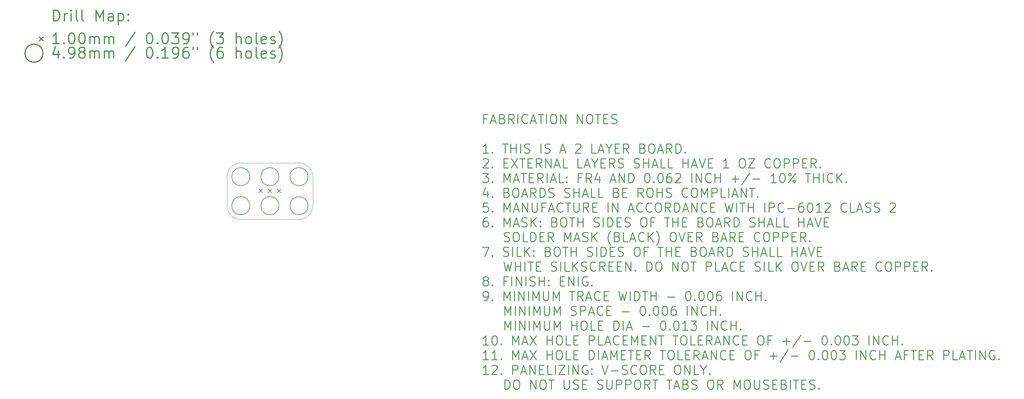
<source format=gbr>
G04 This is an RS-274x file exported by *
G04 gerbv version 2.6.0 *
G04 More information is available about gerbv at *
G04 http://gerbv.gpleda.org/ *
G04 --End of header info--*
%MOIN*%
%FSLAX34Y34*%
%IPPOS*%
G04 --Define apertures--*
%ADD10C,0.0079*%
%ADD11C,0.0118*%
%ADD12C,0.0016*%
%ADD13C,0.0100*%
G04 --Start main section--*
G54D10*
G01X0023333Y-020061D02*
G01X0023727Y-020455D01*
G01X0023727Y-020061D02*
G01X0023333Y-020455D01*
G01X0024333Y-020061D02*
G01X0024727Y-020455D01*
G01X0024727Y-020061D02*
G01X0024333Y-020455D01*
G01X0025333Y-020061D02*
G01X0025727Y-020455D01*
G01X0025727Y-020061D02*
G01X0025333Y-020455D01*
G01X0022384Y-018722D02*
G75*
G03X0022384Y-018722I-000980J0000000D01*
G01X0022384Y-021872D02*
G75*
G03X0022384Y-021872I-000980J0000000D01*
G01X0025534Y-018722D02*
G75*
G03X0025534Y-018722I-000980J0000000D01*
G01X0025534Y-021872D02*
G75*
G03X0025534Y-021872I-000980J0000000D01*
G01X0028684Y-018722D02*
G75*
G03X0028684Y-018722I-000980J0000000D01*
G01X0028684Y-021872D02*
G75*
G03X0028684Y-021872I-000980J0000000D01*
G54D11*
G01X0001128Y-001834D02*
G01X0001128Y-000652D01*
G01X0001128Y-000652D02*
G01X0001409Y-000652D01*
G01X0001409Y-000652D02*
G01X0001578Y-000709D01*
G01X0001578Y-000709D02*
G01X0001690Y-000821D01*
G01X0001690Y-000821D02*
G01X0001746Y-000934D01*
G01X0001746Y-000934D02*
G01X0001803Y-001159D01*
G01X0001803Y-001159D02*
G01X0001803Y-001327D01*
G01X0001803Y-001327D02*
G01X0001746Y-001552D01*
G01X0001746Y-001552D02*
G01X0001690Y-001665D01*
G01X0001690Y-001665D02*
G01X0001578Y-001777D01*
G01X0001578Y-001777D02*
G01X0001409Y-001834D01*
G01X0001409Y-001834D02*
G01X0001128Y-001834D01*
G01X0002309Y-001834D02*
G01X0002309Y-001046D01*
G01X0002309Y-001271D02*
G01X0002365Y-001159D01*
G01X0002365Y-001159D02*
G01X0002421Y-001102D01*
G01X0002421Y-001102D02*
G01X0002534Y-001046D01*
G01X0002534Y-001046D02*
G01X0002646Y-001046D01*
G01X0003040Y-001834D02*
G01X0003040Y-001046D01*
G01X0003040Y-000652D02*
G01X0002984Y-000709D01*
G01X0002984Y-000709D02*
G01X0003040Y-000765D01*
G01X0003040Y-000765D02*
G01X0003096Y-000709D01*
G01X0003096Y-000709D02*
G01X0003040Y-000652D01*
G01X0003040Y-000652D02*
G01X0003040Y-000765D01*
G01X0003771Y-001834D02*
G01X0003659Y-001777D01*
G01X0003659Y-001777D02*
G01X0003602Y-001665D01*
G01X0003602Y-001665D02*
G01X0003602Y-000652D01*
G01X0004390Y-001834D02*
G01X0004277Y-001777D01*
G01X0004277Y-001777D02*
G01X0004221Y-001665D01*
G01X0004221Y-001665D02*
G01X0004221Y-000652D01*
G01X0005740Y-001834D02*
G01X0005740Y-000652D01*
G01X0005740Y-000652D02*
G01X0006133Y-001496D01*
G01X0006133Y-001496D02*
G01X0006527Y-000652D01*
G01X0006527Y-000652D02*
G01X0006527Y-001834D01*
G01X0007596Y-001834D02*
G01X0007596Y-001215D01*
G01X0007596Y-001215D02*
G01X0007539Y-001102D01*
G01X0007539Y-001102D02*
G01X0007427Y-001046D01*
G01X0007427Y-001046D02*
G01X0007202Y-001046D01*
G01X0007202Y-001046D02*
G01X0007089Y-001102D01*
G01X0007596Y-001777D02*
G01X0007483Y-001834D01*
G01X0007483Y-001834D02*
G01X0007202Y-001834D01*
G01X0007202Y-001834D02*
G01X0007089Y-001777D01*
G01X0007089Y-001777D02*
G01X0007033Y-001665D01*
G01X0007033Y-001665D02*
G01X0007033Y-001552D01*
G01X0007033Y-001552D02*
G01X0007089Y-001440D01*
G01X0007089Y-001440D02*
G01X0007202Y-001384D01*
G01X0007202Y-001384D02*
G01X0007483Y-001384D01*
G01X0007483Y-001384D02*
G01X0007596Y-001327D01*
G01X0008158Y-001046D02*
G01X0008158Y-002227D01*
G01X0008158Y-001102D02*
G01X0008271Y-001046D01*
G01X0008271Y-001046D02*
G01X0008496Y-001046D01*
G01X0008496Y-001046D02*
G01X0008608Y-001102D01*
G01X0008608Y-001102D02*
G01X0008664Y-001159D01*
G01X0008664Y-001159D02*
G01X0008720Y-001271D01*
G01X0008720Y-001271D02*
G01X0008720Y-001609D01*
G01X0008720Y-001609D02*
G01X0008664Y-001721D01*
G01X0008664Y-001721D02*
G01X0008608Y-001777D01*
G01X0008608Y-001777D02*
G01X0008496Y-001834D01*
G01X0008496Y-001834D02*
G01X0008271Y-001834D01*
G01X0008271Y-001834D02*
G01X0008158Y-001777D01*
G01X0009227Y-001721D02*
G01X0009283Y-001777D01*
G01X0009283Y-001777D02*
G01X0009227Y-001834D01*
G01X0009227Y-001834D02*
G01X0009170Y-001777D01*
G01X0009170Y-001777D02*
G01X0009227Y-001721D01*
G01X0009227Y-001721D02*
G01X0009227Y-001834D01*
G01X0009227Y-001102D02*
G01X0009283Y-001159D01*
G01X0009283Y-001159D02*
G01X0009227Y-001215D01*
G01X0009227Y-001215D02*
G01X0009170Y-001159D01*
G01X0009170Y-001159D02*
G01X0009227Y-001102D01*
G01X0009227Y-001102D02*
G01X0009227Y-001215D01*
G01X-000394Y-003583D02*
G01X0000000Y-003977D01*
G01X0000000Y-003583D02*
G01X-000394Y-003977D01*
G01X0001746Y-004314D02*
G01X0001071Y-004314D01*
G01X0001409Y-004314D02*
G01X0001409Y-003133D01*
G01X0001409Y-003133D02*
G01X0001296Y-003301D01*
G01X0001296Y-003301D02*
G01X0001184Y-003414D01*
G01X0001184Y-003414D02*
G01X0001071Y-003470D01*
G01X0002253Y-004201D02*
G01X0002309Y-004258D01*
G01X0002309Y-004258D02*
G01X0002253Y-004314D01*
G01X0002253Y-004314D02*
G01X0002196Y-004258D01*
G01X0002196Y-004258D02*
G01X0002253Y-004201D01*
G01X0002253Y-004201D02*
G01X0002253Y-004314D01*
G01X0003040Y-003133D02*
G01X0003152Y-003133D01*
G01X0003152Y-003133D02*
G01X0003265Y-003189D01*
G01X0003265Y-003189D02*
G01X0003321Y-003245D01*
G01X0003321Y-003245D02*
G01X0003377Y-003358D01*
G01X0003377Y-003358D02*
G01X0003434Y-003583D01*
G01X0003434Y-003583D02*
G01X0003434Y-003864D01*
G01X0003434Y-003864D02*
G01X0003377Y-004089D01*
G01X0003377Y-004089D02*
G01X0003321Y-004201D01*
G01X0003321Y-004201D02*
G01X0003265Y-004258D01*
G01X0003265Y-004258D02*
G01X0003152Y-004314D01*
G01X0003152Y-004314D02*
G01X0003040Y-004314D01*
G01X0003040Y-004314D02*
G01X0002927Y-004258D01*
G01X0002927Y-004258D02*
G01X0002871Y-004201D01*
G01X0002871Y-004201D02*
G01X0002815Y-004089D01*
G01X0002815Y-004089D02*
G01X0002759Y-003864D01*
G01X0002759Y-003864D02*
G01X0002759Y-003583D01*
G01X0002759Y-003583D02*
G01X0002815Y-003358D01*
G01X0002815Y-003358D02*
G01X0002871Y-003245D01*
G01X0002871Y-003245D02*
G01X0002927Y-003189D01*
G01X0002927Y-003189D02*
G01X0003040Y-003133D01*
G01X0004165Y-003133D02*
G01X0004277Y-003133D01*
G01X0004277Y-003133D02*
G01X0004390Y-003189D01*
G01X0004390Y-003189D02*
G01X0004446Y-003245D01*
G01X0004446Y-003245D02*
G01X0004502Y-003358D01*
G01X0004502Y-003358D02*
G01X0004558Y-003583D01*
G01X0004558Y-003583D02*
G01X0004558Y-003864D01*
G01X0004558Y-003864D02*
G01X0004502Y-004089D01*
G01X0004502Y-004089D02*
G01X0004446Y-004201D01*
G01X0004446Y-004201D02*
G01X0004390Y-004258D01*
G01X0004390Y-004258D02*
G01X0004277Y-004314D01*
G01X0004277Y-004314D02*
G01X0004165Y-004314D01*
G01X0004165Y-004314D02*
G01X0004052Y-004258D01*
G01X0004052Y-004258D02*
G01X0003996Y-004201D01*
G01X0003996Y-004201D02*
G01X0003940Y-004089D01*
G01X0003940Y-004089D02*
G01X0003884Y-003864D01*
G01X0003884Y-003864D02*
G01X0003884Y-003583D01*
G01X0003884Y-003583D02*
G01X0003940Y-003358D01*
G01X0003940Y-003358D02*
G01X0003996Y-003245D01*
G01X0003996Y-003245D02*
G01X0004052Y-003189D01*
G01X0004052Y-003189D02*
G01X0004165Y-003133D01*
G01X0005065Y-004314D02*
G01X0005065Y-003526D01*
G01X0005065Y-003639D02*
G01X0005121Y-003583D01*
G01X0005121Y-003583D02*
G01X0005233Y-003526D01*
G01X0005233Y-003526D02*
G01X0005402Y-003526D01*
G01X0005402Y-003526D02*
G01X0005515Y-003583D01*
G01X0005515Y-003583D02*
G01X0005571Y-003695D01*
G01X0005571Y-003695D02*
G01X0005571Y-004314D01*
G01X0005571Y-003695D02*
G01X0005627Y-003583D01*
G01X0005627Y-003583D02*
G01X0005740Y-003526D01*
G01X0005740Y-003526D02*
G01X0005908Y-003526D01*
G01X0005908Y-003526D02*
G01X0006021Y-003583D01*
G01X0006021Y-003583D02*
G01X0006077Y-003695D01*
G01X0006077Y-003695D02*
G01X0006077Y-004314D01*
G01X0006639Y-004314D02*
G01X0006639Y-003526D01*
G01X0006639Y-003639D02*
G01X0006696Y-003583D01*
G01X0006696Y-003583D02*
G01X0006808Y-003526D01*
G01X0006808Y-003526D02*
G01X0006977Y-003526D01*
G01X0006977Y-003526D02*
G01X0007089Y-003583D01*
G01X0007089Y-003583D02*
G01X0007146Y-003695D01*
G01X0007146Y-003695D02*
G01X0007146Y-004314D01*
G01X0007146Y-003695D02*
G01X0007202Y-003583D01*
G01X0007202Y-003583D02*
G01X0007314Y-003526D01*
G01X0007314Y-003526D02*
G01X0007483Y-003526D01*
G01X0007483Y-003526D02*
G01X0007596Y-003583D01*
G01X0007596Y-003583D02*
G01X0007652Y-003695D01*
G01X0007652Y-003695D02*
G01X0007652Y-004314D01*
G01X0009958Y-003076D02*
G01X0008945Y-004595D01*
G01X0011476Y-003133D02*
G01X0011589Y-003133D01*
G01X0011589Y-003133D02*
G01X0011701Y-003189D01*
G01X0011701Y-003189D02*
G01X0011758Y-003245D01*
G01X0011758Y-003245D02*
G01X0011814Y-003358D01*
G01X0011814Y-003358D02*
G01X0011870Y-003583D01*
G01X0011870Y-003583D02*
G01X0011870Y-003864D01*
G01X0011870Y-003864D02*
G01X0011814Y-004089D01*
G01X0011814Y-004089D02*
G01X0011758Y-004201D01*
G01X0011758Y-004201D02*
G01X0011701Y-004258D01*
G01X0011701Y-004258D02*
G01X0011589Y-004314D01*
G01X0011589Y-004314D02*
G01X0011476Y-004314D01*
G01X0011476Y-004314D02*
G01X0011364Y-004258D01*
G01X0011364Y-004258D02*
G01X0011308Y-004201D01*
G01X0011308Y-004201D02*
G01X0011251Y-004089D01*
G01X0011251Y-004089D02*
G01X0011195Y-003864D01*
G01X0011195Y-003864D02*
G01X0011195Y-003583D01*
G01X0011195Y-003583D02*
G01X0011251Y-003358D01*
G01X0011251Y-003358D02*
G01X0011308Y-003245D01*
G01X0011308Y-003245D02*
G01X0011364Y-003189D01*
G01X0011364Y-003189D02*
G01X0011476Y-003133D01*
G01X0012376Y-004201D02*
G01X0012433Y-004258D01*
G01X0012433Y-004258D02*
G01X0012376Y-004314D01*
G01X0012376Y-004314D02*
G01X0012320Y-004258D01*
G01X0012320Y-004258D02*
G01X0012376Y-004201D01*
G01X0012376Y-004201D02*
G01X0012376Y-004314D01*
G01X0013164Y-003133D02*
G01X0013276Y-003133D01*
G01X0013276Y-003133D02*
G01X0013389Y-003189D01*
G01X0013389Y-003189D02*
G01X0013445Y-003245D01*
G01X0013445Y-003245D02*
G01X0013501Y-003358D01*
G01X0013501Y-003358D02*
G01X0013557Y-003583D01*
G01X0013557Y-003583D02*
G01X0013557Y-003864D01*
G01X0013557Y-003864D02*
G01X0013501Y-004089D01*
G01X0013501Y-004089D02*
G01X0013445Y-004201D01*
G01X0013445Y-004201D02*
G01X0013389Y-004258D01*
G01X0013389Y-004258D02*
G01X0013276Y-004314D01*
G01X0013276Y-004314D02*
G01X0013164Y-004314D01*
G01X0013164Y-004314D02*
G01X0013051Y-004258D01*
G01X0013051Y-004258D02*
G01X0012995Y-004201D01*
G01X0012995Y-004201D02*
G01X0012939Y-004089D01*
G01X0012939Y-004089D02*
G01X0012882Y-003864D01*
G01X0012882Y-003864D02*
G01X0012882Y-003583D01*
G01X0012882Y-003583D02*
G01X0012939Y-003358D01*
G01X0012939Y-003358D02*
G01X0012995Y-003245D01*
G01X0012995Y-003245D02*
G01X0013051Y-003189D01*
G01X0013051Y-003189D02*
G01X0013164Y-003133D01*
G01X0013951Y-003133D02*
G01X0014682Y-003133D01*
G01X0014682Y-003133D02*
G01X0014289Y-003583D01*
G01X0014289Y-003583D02*
G01X0014457Y-003583D01*
G01X0014457Y-003583D02*
G01X0014570Y-003639D01*
G01X0014570Y-003639D02*
G01X0014626Y-003695D01*
G01X0014626Y-003695D02*
G01X0014682Y-003808D01*
G01X0014682Y-003808D02*
G01X0014682Y-004089D01*
G01X0014682Y-004089D02*
G01X0014626Y-004201D01*
G01X0014626Y-004201D02*
G01X0014570Y-004258D01*
G01X0014570Y-004258D02*
G01X0014457Y-004314D01*
G01X0014457Y-004314D02*
G01X0014120Y-004314D01*
G01X0014120Y-004314D02*
G01X0014007Y-004258D01*
G01X0014007Y-004258D02*
G01X0013951Y-004201D01*
G01X0015245Y-004314D02*
G01X0015470Y-004314D01*
G01X0015470Y-004314D02*
G01X0015582Y-004258D01*
G01X0015582Y-004258D02*
G01X0015638Y-004201D01*
G01X0015638Y-004201D02*
G01X0015751Y-004033D01*
G01X0015751Y-004033D02*
G01X0015807Y-003808D01*
G01X0015807Y-003808D02*
G01X0015807Y-003358D01*
G01X0015807Y-003358D02*
G01X0015751Y-003245D01*
G01X0015751Y-003245D02*
G01X0015695Y-003189D01*
G01X0015695Y-003189D02*
G01X0015582Y-003133D01*
G01X0015582Y-003133D02*
G01X0015357Y-003133D01*
G01X0015357Y-003133D02*
G01X0015245Y-003189D01*
G01X0015245Y-003189D02*
G01X0015188Y-003245D01*
G01X0015188Y-003245D02*
G01X0015132Y-003358D01*
G01X0015132Y-003358D02*
G01X0015132Y-003639D01*
G01X0015132Y-003639D02*
G01X0015188Y-003751D01*
G01X0015188Y-003751D02*
G01X0015245Y-003808D01*
G01X0015245Y-003808D02*
G01X0015357Y-003864D01*
G01X0015357Y-003864D02*
G01X0015582Y-003864D01*
G01X0015582Y-003864D02*
G01X0015695Y-003808D01*
G01X0015695Y-003808D02*
G01X0015751Y-003751D01*
G01X0015751Y-003751D02*
G01X0015807Y-003639D01*
G01X0016257Y-003133D02*
G01X0016257Y-003358D01*
G01X0016707Y-003133D02*
G01X0016707Y-003358D01*
G01X0018451Y-004764D02*
G01X0018394Y-004708D01*
G01X0018394Y-004708D02*
G01X0018282Y-004539D01*
G01X0018282Y-004539D02*
G01X0018226Y-004426D01*
G01X0018226Y-004426D02*
G01X0018169Y-004258D01*
G01X0018169Y-004258D02*
G01X0018113Y-003976D01*
G01X0018113Y-003976D02*
G01X0018113Y-003751D01*
G01X0018113Y-003751D02*
G01X0018169Y-003470D01*
G01X0018169Y-003470D02*
G01X0018226Y-003301D01*
G01X0018226Y-003301D02*
G01X0018282Y-003189D01*
G01X0018282Y-003189D02*
G01X0018394Y-003020D01*
G01X0018394Y-003020D02*
G01X0018451Y-002964D01*
G01X0018788Y-003133D02*
G01X0019519Y-003133D01*
G01X0019519Y-003133D02*
G01X0019125Y-003583D01*
G01X0019125Y-003583D02*
G01X0019294Y-003583D01*
G01X0019294Y-003583D02*
G01X0019407Y-003639D01*
G01X0019407Y-003639D02*
G01X0019463Y-003695D01*
G01X0019463Y-003695D02*
G01X0019519Y-003808D01*
G01X0019519Y-003808D02*
G01X0019519Y-004089D01*
G01X0019519Y-004089D02*
G01X0019463Y-004201D01*
G01X0019463Y-004201D02*
G01X0019407Y-004258D01*
G01X0019407Y-004258D02*
G01X0019294Y-004314D01*
G01X0019294Y-004314D02*
G01X0018957Y-004314D01*
G01X0018957Y-004314D02*
G01X0018844Y-004258D01*
G01X0018844Y-004258D02*
G01X0018788Y-004201D01*
G01X0020925Y-004314D02*
G01X0020925Y-003133D01*
G01X0021431Y-004314D02*
G01X0021431Y-003695D01*
G01X0021431Y-003695D02*
G01X0021375Y-003583D01*
G01X0021375Y-003583D02*
G01X0021263Y-003526D01*
G01X0021263Y-003526D02*
G01X0021094Y-003526D01*
G01X0021094Y-003526D02*
G01X0020981Y-003583D01*
G01X0020981Y-003583D02*
G01X0020925Y-003639D01*
G01X0022163Y-004314D02*
G01X0022050Y-004258D01*
G01X0022050Y-004258D02*
G01X0021994Y-004201D01*
G01X0021994Y-004201D02*
G01X0021938Y-004089D01*
G01X0021938Y-004089D02*
G01X0021938Y-003751D01*
G01X0021938Y-003751D02*
G01X0021994Y-003639D01*
G01X0021994Y-003639D02*
G01X0022050Y-003583D01*
G01X0022050Y-003583D02*
G01X0022163Y-003526D01*
G01X0022163Y-003526D02*
G01X0022331Y-003526D01*
G01X0022331Y-003526D02*
G01X0022444Y-003583D01*
G01X0022444Y-003583D02*
G01X0022500Y-003639D01*
G01X0022500Y-003639D02*
G01X0022556Y-003751D01*
G01X0022556Y-003751D02*
G01X0022556Y-004089D01*
G01X0022556Y-004089D02*
G01X0022500Y-004201D01*
G01X0022500Y-004201D02*
G01X0022444Y-004258D01*
G01X0022444Y-004258D02*
G01X0022331Y-004314D01*
G01X0022331Y-004314D02*
G01X0022163Y-004314D01*
G01X0023231Y-004314D02*
G01X0023119Y-004258D01*
G01X0023119Y-004258D02*
G01X0023062Y-004145D01*
G01X0023062Y-004145D02*
G01X0023062Y-003133D01*
G01X0024131Y-004258D02*
G01X0024019Y-004314D01*
G01X0024019Y-004314D02*
G01X0023794Y-004314D01*
G01X0023794Y-004314D02*
G01X0023681Y-004258D01*
G01X0023681Y-004258D02*
G01X0023625Y-004145D01*
G01X0023625Y-004145D02*
G01X0023625Y-003695D01*
G01X0023625Y-003695D02*
G01X0023681Y-003583D01*
G01X0023681Y-003583D02*
G01X0023794Y-003526D01*
G01X0023794Y-003526D02*
G01X0024019Y-003526D01*
G01X0024019Y-003526D02*
G01X0024131Y-003583D01*
G01X0024131Y-003583D02*
G01X0024187Y-003695D01*
G01X0024187Y-003695D02*
G01X0024187Y-003808D01*
G01X0024187Y-003808D02*
G01X0023625Y-003920D01*
G01X0024637Y-004258D02*
G01X0024750Y-004314D01*
G01X0024750Y-004314D02*
G01X0024975Y-004314D01*
G01X0024975Y-004314D02*
G01X0025087Y-004258D01*
G01X0025087Y-004258D02*
G01X0025143Y-004145D01*
G01X0025143Y-004145D02*
G01X0025143Y-004089D01*
G01X0025143Y-004089D02*
G01X0025087Y-003976D01*
G01X0025087Y-003976D02*
G01X0024975Y-003920D01*
G01X0024975Y-003920D02*
G01X0024806Y-003920D01*
G01X0024806Y-003920D02*
G01X0024693Y-003864D01*
G01X0024693Y-003864D02*
G01X0024637Y-003751D01*
G01X0024637Y-003751D02*
G01X0024637Y-003695D01*
G01X0024637Y-003695D02*
G01X0024693Y-003583D01*
G01X0024693Y-003583D02*
G01X0024806Y-003526D01*
G01X0024806Y-003526D02*
G01X0024975Y-003526D01*
G01X0024975Y-003526D02*
G01X0025087Y-003583D01*
G01X0025537Y-004764D02*
G01X0025593Y-004708D01*
G01X0025593Y-004708D02*
G01X0025706Y-004539D01*
G01X0025706Y-004539D02*
G01X0025762Y-004426D01*
G01X0025762Y-004426D02*
G01X0025818Y-004258D01*
G01X0025818Y-004258D02*
G01X0025875Y-003976D01*
G01X0025875Y-003976D02*
G01X0025875Y-003751D01*
G01X0025875Y-003751D02*
G01X0025818Y-003470D01*
G01X0025818Y-003470D02*
G01X0025762Y-003301D01*
G01X0025762Y-003301D02*
G01X0025706Y-003189D01*
G01X0025706Y-003189D02*
G01X0025593Y-003020D01*
G01X0025593Y-003020D02*
G01X0025537Y-002964D01*
G01X0000000Y-005339D02*
G75*
G03X0000000Y-005339I-000980J0000000D01*
G01X0001634Y-005085D02*
G01X0001634Y-005873D01*
G01X0001353Y-004636D02*
G01X0001071Y-005479D01*
G01X0001071Y-005479D02*
G01X0001803Y-005479D01*
G01X0002253Y-005760D02*
G01X0002309Y-005817D01*
G01X0002309Y-005817D02*
G01X0002253Y-005873D01*
G01X0002253Y-005873D02*
G01X0002196Y-005817D01*
G01X0002196Y-005817D02*
G01X0002253Y-005760D01*
G01X0002253Y-005760D02*
G01X0002253Y-005873D01*
G01X0002871Y-005873D02*
G01X0003096Y-005873D01*
G01X0003096Y-005873D02*
G01X0003209Y-005817D01*
G01X0003209Y-005817D02*
G01X0003265Y-005760D01*
G01X0003265Y-005760D02*
G01X0003377Y-005592D01*
G01X0003377Y-005592D02*
G01X0003434Y-005367D01*
G01X0003434Y-005367D02*
G01X0003434Y-004917D01*
G01X0003434Y-004917D02*
G01X0003377Y-004804D01*
G01X0003377Y-004804D02*
G01X0003321Y-004748D01*
G01X0003321Y-004748D02*
G01X0003209Y-004692D01*
G01X0003209Y-004692D02*
G01X0002984Y-004692D01*
G01X0002984Y-004692D02*
G01X0002871Y-004748D01*
G01X0002871Y-004748D02*
G01X0002815Y-004804D01*
G01X0002815Y-004804D02*
G01X0002759Y-004917D01*
G01X0002759Y-004917D02*
G01X0002759Y-005198D01*
G01X0002759Y-005198D02*
G01X0002815Y-005310D01*
G01X0002815Y-005310D02*
G01X0002871Y-005367D01*
G01X0002871Y-005367D02*
G01X0002984Y-005423D01*
G01X0002984Y-005423D02*
G01X0003209Y-005423D01*
G01X0003209Y-005423D02*
G01X0003321Y-005367D01*
G01X0003321Y-005367D02*
G01X0003377Y-005310D01*
G01X0003377Y-005310D02*
G01X0003434Y-005198D01*
G01X0004109Y-005198D02*
G01X0003996Y-005142D01*
G01X0003996Y-005142D02*
G01X0003940Y-005085D01*
G01X0003940Y-005085D02*
G01X0003884Y-004973D01*
G01X0003884Y-004973D02*
G01X0003884Y-004917D01*
G01X0003884Y-004917D02*
G01X0003940Y-004804D01*
G01X0003940Y-004804D02*
G01X0003996Y-004748D01*
G01X0003996Y-004748D02*
G01X0004109Y-004692D01*
G01X0004109Y-004692D02*
G01X0004334Y-004692D01*
G01X0004334Y-004692D02*
G01X0004446Y-004748D01*
G01X0004446Y-004748D02*
G01X0004502Y-004804D01*
G01X0004502Y-004804D02*
G01X0004558Y-004917D01*
G01X0004558Y-004917D02*
G01X0004558Y-004973D01*
G01X0004558Y-004973D02*
G01X0004502Y-005085D01*
G01X0004502Y-005085D02*
G01X0004446Y-005142D01*
G01X0004446Y-005142D02*
G01X0004334Y-005198D01*
G01X0004334Y-005198D02*
G01X0004109Y-005198D01*
G01X0004109Y-005198D02*
G01X0003996Y-005254D01*
G01X0003996Y-005254D02*
G01X0003940Y-005310D01*
G01X0003940Y-005310D02*
G01X0003884Y-005423D01*
G01X0003884Y-005423D02*
G01X0003884Y-005648D01*
G01X0003884Y-005648D02*
G01X0003940Y-005760D01*
G01X0003940Y-005760D02*
G01X0003996Y-005817D01*
G01X0003996Y-005817D02*
G01X0004109Y-005873D01*
G01X0004109Y-005873D02*
G01X0004334Y-005873D01*
G01X0004334Y-005873D02*
G01X0004446Y-005817D01*
G01X0004446Y-005817D02*
G01X0004502Y-005760D01*
G01X0004502Y-005760D02*
G01X0004558Y-005648D01*
G01X0004558Y-005648D02*
G01X0004558Y-005423D01*
G01X0004558Y-005423D02*
G01X0004502Y-005310D01*
G01X0004502Y-005310D02*
G01X0004446Y-005254D01*
G01X0004446Y-005254D02*
G01X0004334Y-005198D01*
G01X0005065Y-005873D02*
G01X0005065Y-005085D01*
G01X0005065Y-005198D02*
G01X0005121Y-005142D01*
G01X0005121Y-005142D02*
G01X0005233Y-005085D01*
G01X0005233Y-005085D02*
G01X0005402Y-005085D01*
G01X0005402Y-005085D02*
G01X0005515Y-005142D01*
G01X0005515Y-005142D02*
G01X0005571Y-005254D01*
G01X0005571Y-005254D02*
G01X0005571Y-005873D01*
G01X0005571Y-005254D02*
G01X0005627Y-005142D01*
G01X0005627Y-005142D02*
G01X0005740Y-005085D01*
G01X0005740Y-005085D02*
G01X0005908Y-005085D01*
G01X0005908Y-005085D02*
G01X0006021Y-005142D01*
G01X0006021Y-005142D02*
G01X0006077Y-005254D01*
G01X0006077Y-005254D02*
G01X0006077Y-005873D01*
G01X0006639Y-005873D02*
G01X0006639Y-005085D01*
G01X0006639Y-005198D02*
G01X0006696Y-005142D01*
G01X0006696Y-005142D02*
G01X0006808Y-005085D01*
G01X0006808Y-005085D02*
G01X0006977Y-005085D01*
G01X0006977Y-005085D02*
G01X0007089Y-005142D01*
G01X0007089Y-005142D02*
G01X0007146Y-005254D01*
G01X0007146Y-005254D02*
G01X0007146Y-005873D01*
G01X0007146Y-005254D02*
G01X0007202Y-005142D01*
G01X0007202Y-005142D02*
G01X0007314Y-005085D01*
G01X0007314Y-005085D02*
G01X0007483Y-005085D01*
G01X0007483Y-005085D02*
G01X0007596Y-005142D01*
G01X0007596Y-005142D02*
G01X0007652Y-005254D01*
G01X0007652Y-005254D02*
G01X0007652Y-005873D01*
G01X0009958Y-004636D02*
G01X0008945Y-006154D01*
G01X0011476Y-004692D02*
G01X0011589Y-004692D01*
G01X0011589Y-004692D02*
G01X0011701Y-004748D01*
G01X0011701Y-004748D02*
G01X0011758Y-004804D01*
G01X0011758Y-004804D02*
G01X0011814Y-004917D01*
G01X0011814Y-004917D02*
G01X0011870Y-005142D01*
G01X0011870Y-005142D02*
G01X0011870Y-005423D01*
G01X0011870Y-005423D02*
G01X0011814Y-005648D01*
G01X0011814Y-005648D02*
G01X0011758Y-005760D01*
G01X0011758Y-005760D02*
G01X0011701Y-005817D01*
G01X0011701Y-005817D02*
G01X0011589Y-005873D01*
G01X0011589Y-005873D02*
G01X0011476Y-005873D01*
G01X0011476Y-005873D02*
G01X0011364Y-005817D01*
G01X0011364Y-005817D02*
G01X0011308Y-005760D01*
G01X0011308Y-005760D02*
G01X0011251Y-005648D01*
G01X0011251Y-005648D02*
G01X0011195Y-005423D01*
G01X0011195Y-005423D02*
G01X0011195Y-005142D01*
G01X0011195Y-005142D02*
G01X0011251Y-004917D01*
G01X0011251Y-004917D02*
G01X0011308Y-004804D01*
G01X0011308Y-004804D02*
G01X0011364Y-004748D01*
G01X0011364Y-004748D02*
G01X0011476Y-004692D01*
G01X0012376Y-005760D02*
G01X0012433Y-005817D01*
G01X0012433Y-005817D02*
G01X0012376Y-005873D01*
G01X0012376Y-005873D02*
G01X0012320Y-005817D01*
G01X0012320Y-005817D02*
G01X0012376Y-005760D01*
G01X0012376Y-005760D02*
G01X0012376Y-005873D01*
G01X0013557Y-005873D02*
G01X0012882Y-005873D01*
G01X0013220Y-005873D02*
G01X0013220Y-004692D01*
G01X0013220Y-004692D02*
G01X0013107Y-004861D01*
G01X0013107Y-004861D02*
G01X0012995Y-004973D01*
G01X0012995Y-004973D02*
G01X0012882Y-005029D01*
G01X0014120Y-005873D02*
G01X0014345Y-005873D01*
G01X0014345Y-005873D02*
G01X0014457Y-005817D01*
G01X0014457Y-005817D02*
G01X0014513Y-005760D01*
G01X0014513Y-005760D02*
G01X0014626Y-005592D01*
G01X0014626Y-005592D02*
G01X0014682Y-005367D01*
G01X0014682Y-005367D02*
G01X0014682Y-004917D01*
G01X0014682Y-004917D02*
G01X0014626Y-004804D01*
G01X0014626Y-004804D02*
G01X0014570Y-004748D01*
G01X0014570Y-004748D02*
G01X0014457Y-004692D01*
G01X0014457Y-004692D02*
G01X0014232Y-004692D01*
G01X0014232Y-004692D02*
G01X0014120Y-004748D01*
G01X0014120Y-004748D02*
G01X0014064Y-004804D01*
G01X0014064Y-004804D02*
G01X0014007Y-004917D01*
G01X0014007Y-004917D02*
G01X0014007Y-005198D01*
G01X0014007Y-005198D02*
G01X0014064Y-005310D01*
G01X0014064Y-005310D02*
G01X0014120Y-005367D01*
G01X0014120Y-005367D02*
G01X0014232Y-005423D01*
G01X0014232Y-005423D02*
G01X0014457Y-005423D01*
G01X0014457Y-005423D02*
G01X0014570Y-005367D01*
G01X0014570Y-005367D02*
G01X0014626Y-005310D01*
G01X0014626Y-005310D02*
G01X0014682Y-005198D01*
G01X0015695Y-004692D02*
G01X0015470Y-004692D01*
G01X0015470Y-004692D02*
G01X0015357Y-004748D01*
G01X0015357Y-004748D02*
G01X0015301Y-004804D01*
G01X0015301Y-004804D02*
G01X0015188Y-004973D01*
G01X0015188Y-004973D02*
G01X0015132Y-005198D01*
G01X0015132Y-005198D02*
G01X0015132Y-005648D01*
G01X0015132Y-005648D02*
G01X0015188Y-005760D01*
G01X0015188Y-005760D02*
G01X0015245Y-005817D01*
G01X0015245Y-005817D02*
G01X0015357Y-005873D01*
G01X0015357Y-005873D02*
G01X0015582Y-005873D01*
G01X0015582Y-005873D02*
G01X0015695Y-005817D01*
G01X0015695Y-005817D02*
G01X0015751Y-005760D01*
G01X0015751Y-005760D02*
G01X0015807Y-005648D01*
G01X0015807Y-005648D02*
G01X0015807Y-005367D01*
G01X0015807Y-005367D02*
G01X0015751Y-005254D01*
G01X0015751Y-005254D02*
G01X0015695Y-005198D01*
G01X0015695Y-005198D02*
G01X0015582Y-005142D01*
G01X0015582Y-005142D02*
G01X0015357Y-005142D01*
G01X0015357Y-005142D02*
G01X0015245Y-005198D01*
G01X0015245Y-005198D02*
G01X0015188Y-005254D01*
G01X0015188Y-005254D02*
G01X0015132Y-005367D01*
G01X0016257Y-004692D02*
G01X0016257Y-004917D01*
G01X0016707Y-004692D02*
G01X0016707Y-004917D01*
G01X0018451Y-006323D02*
G01X0018394Y-006267D01*
G01X0018394Y-006267D02*
G01X0018282Y-006098D01*
G01X0018282Y-006098D02*
G01X0018226Y-005985D01*
G01X0018226Y-005985D02*
G01X0018169Y-005817D01*
G01X0018169Y-005817D02*
G01X0018113Y-005535D01*
G01X0018113Y-005535D02*
G01X0018113Y-005310D01*
G01X0018113Y-005310D02*
G01X0018169Y-005029D01*
G01X0018169Y-005029D02*
G01X0018226Y-004861D01*
G01X0018226Y-004861D02*
G01X0018282Y-004748D01*
G01X0018282Y-004748D02*
G01X0018394Y-004579D01*
G01X0018394Y-004579D02*
G01X0018451Y-004523D01*
G01X0019407Y-004692D02*
G01X0019182Y-004692D01*
G01X0019182Y-004692D02*
G01X0019069Y-004748D01*
G01X0019069Y-004748D02*
G01X0019013Y-004804D01*
G01X0019013Y-004804D02*
G01X0018900Y-004973D01*
G01X0018900Y-004973D02*
G01X0018844Y-005198D01*
G01X0018844Y-005198D02*
G01X0018844Y-005648D01*
G01X0018844Y-005648D02*
G01X0018900Y-005760D01*
G01X0018900Y-005760D02*
G01X0018957Y-005817D01*
G01X0018957Y-005817D02*
G01X0019069Y-005873D01*
G01X0019069Y-005873D02*
G01X0019294Y-005873D01*
G01X0019294Y-005873D02*
G01X0019407Y-005817D01*
G01X0019407Y-005817D02*
G01X0019463Y-005760D01*
G01X0019463Y-005760D02*
G01X0019519Y-005648D01*
G01X0019519Y-005648D02*
G01X0019519Y-005367D01*
G01X0019519Y-005367D02*
G01X0019463Y-005254D01*
G01X0019463Y-005254D02*
G01X0019407Y-005198D01*
G01X0019407Y-005198D02*
G01X0019294Y-005142D01*
G01X0019294Y-005142D02*
G01X0019069Y-005142D01*
G01X0019069Y-005142D02*
G01X0018957Y-005198D01*
G01X0018957Y-005198D02*
G01X0018900Y-005254D01*
G01X0018900Y-005254D02*
G01X0018844Y-005367D01*
G01X0020925Y-005873D02*
G01X0020925Y-004692D01*
G01X0021431Y-005873D02*
G01X0021431Y-005254D01*
G01X0021431Y-005254D02*
G01X0021375Y-005142D01*
G01X0021375Y-005142D02*
G01X0021263Y-005085D01*
G01X0021263Y-005085D02*
G01X0021094Y-005085D01*
G01X0021094Y-005085D02*
G01X0020981Y-005142D01*
G01X0020981Y-005142D02*
G01X0020925Y-005198D01*
G01X0022163Y-005873D02*
G01X0022050Y-005817D01*
G01X0022050Y-005817D02*
G01X0021994Y-005760D01*
G01X0021994Y-005760D02*
G01X0021938Y-005648D01*
G01X0021938Y-005648D02*
G01X0021938Y-005310D01*
G01X0021938Y-005310D02*
G01X0021994Y-005198D01*
G01X0021994Y-005198D02*
G01X0022050Y-005142D01*
G01X0022050Y-005142D02*
G01X0022163Y-005085D01*
G01X0022163Y-005085D02*
G01X0022331Y-005085D01*
G01X0022331Y-005085D02*
G01X0022444Y-005142D01*
G01X0022444Y-005142D02*
G01X0022500Y-005198D01*
G01X0022500Y-005198D02*
G01X0022556Y-005310D01*
G01X0022556Y-005310D02*
G01X0022556Y-005648D01*
G01X0022556Y-005648D02*
G01X0022500Y-005760D01*
G01X0022500Y-005760D02*
G01X0022444Y-005817D01*
G01X0022444Y-005817D02*
G01X0022331Y-005873D01*
G01X0022331Y-005873D02*
G01X0022163Y-005873D01*
G01X0023231Y-005873D02*
G01X0023119Y-005817D01*
G01X0023119Y-005817D02*
G01X0023062Y-005704D01*
G01X0023062Y-005704D02*
G01X0023062Y-004692D01*
G01X0024131Y-005817D02*
G01X0024019Y-005873D01*
G01X0024019Y-005873D02*
G01X0023794Y-005873D01*
G01X0023794Y-005873D02*
G01X0023681Y-005817D01*
G01X0023681Y-005817D02*
G01X0023625Y-005704D01*
G01X0023625Y-005704D02*
G01X0023625Y-005254D01*
G01X0023625Y-005254D02*
G01X0023681Y-005142D01*
G01X0023681Y-005142D02*
G01X0023794Y-005085D01*
G01X0023794Y-005085D02*
G01X0024019Y-005085D01*
G01X0024019Y-005085D02*
G01X0024131Y-005142D01*
G01X0024131Y-005142D02*
G01X0024187Y-005254D01*
G01X0024187Y-005254D02*
G01X0024187Y-005367D01*
G01X0024187Y-005367D02*
G01X0023625Y-005479D01*
G01X0024637Y-005817D02*
G01X0024750Y-005873D01*
G01X0024750Y-005873D02*
G01X0024975Y-005873D01*
G01X0024975Y-005873D02*
G01X0025087Y-005817D01*
G01X0025087Y-005817D02*
G01X0025143Y-005704D01*
G01X0025143Y-005704D02*
G01X0025143Y-005648D01*
G01X0025143Y-005648D02*
G01X0025087Y-005535D01*
G01X0025087Y-005535D02*
G01X0024975Y-005479D01*
G01X0024975Y-005479D02*
G01X0024806Y-005479D01*
G01X0024806Y-005479D02*
G01X0024693Y-005423D01*
G01X0024693Y-005423D02*
G01X0024637Y-005310D01*
G01X0024637Y-005310D02*
G01X0024637Y-005254D01*
G01X0024637Y-005254D02*
G01X0024693Y-005142D01*
G01X0024693Y-005142D02*
G01X0024806Y-005085D01*
G01X0024806Y-005085D02*
G01X0024975Y-005085D01*
G01X0024975Y-005085D02*
G01X0025087Y-005142D01*
G01X0025537Y-006323D02*
G01X0025593Y-006267D01*
G01X0025593Y-006267D02*
G01X0025706Y-006098D01*
G01X0025706Y-006098D02*
G01X0025762Y-005985D01*
G01X0025762Y-005985D02*
G01X0025818Y-005817D01*
G01X0025818Y-005817D02*
G01X0025875Y-005535D01*
G01X0025875Y-005535D02*
G01X0025875Y-005310D01*
G01X0025875Y-005310D02*
G01X0025818Y-005029D01*
G01X0025818Y-005029D02*
G01X0025762Y-004861D01*
G01X0025762Y-004861D02*
G01X0025706Y-004748D01*
G01X0025706Y-004748D02*
G01X0025593Y-004579D01*
G01X0025593Y-004579D02*
G01X0025537Y-004523D01*
G01X0000000Y0000000D02*
G54D12*
G01X0027703Y-017226D02*
G01X0021443Y-017226D01*
G01X0027703Y-023368D02*
G01X0021443Y-023368D01*
G01X0019908Y-021833D02*
G01X0019908Y-018762D01*
G01X0019908Y-021833D02*
G75*
G03X0021443Y-023368I0001535J0000000D01*
G01X0021443Y-017226D02*
G75*
G03X0019908Y-018762I0000000J-001535D01*
G01X0029199Y-021833D02*
G01X0029199Y-018762D01*
G01X0029199Y-018762D02*
G75*
G03X0027664Y-017226I-001535J0000000D01*
G01X0027664Y-023368D02*
G75*
G03X0029199Y-021833I0000000J0001535D01*
G01X0000000Y0000000D02*
G54D13*
G01X0048006Y-012429D02*
G01X0047673Y-012429D01*
G01X0047673Y-012952D02*
G01X0047673Y-011952D01*
G01X0047673Y-011952D02*
G01X0048149Y-011952D01*
G01X0048483Y-012667D02*
G01X0048959Y-012667D01*
G01X0048387Y-012952D02*
G01X0048721Y-011952D01*
G01X0048721Y-011952D02*
G01X0049054Y-012952D01*
G01X0049721Y-012429D02*
G01X0049864Y-012476D01*
G01X0049864Y-012476D02*
G01X0049911Y-012524D01*
G01X0049911Y-012524D02*
G01X0049959Y-012619D01*
G01X0049959Y-012619D02*
G01X0049959Y-012762D01*
G01X0049959Y-012762D02*
G01X0049911Y-012857D01*
G01X0049911Y-012857D02*
G01X0049864Y-012905D01*
G01X0049864Y-012905D02*
G01X0049768Y-012952D01*
G01X0049768Y-012952D02*
G01X0049387Y-012952D01*
G01X0049387Y-012952D02*
G01X0049387Y-011952D01*
G01X0049387Y-011952D02*
G01X0049721Y-011952D01*
G01X0049721Y-011952D02*
G01X0049816Y-012000D01*
G01X0049816Y-012000D02*
G01X0049864Y-012048D01*
G01X0049864Y-012048D02*
G01X0049911Y-012143D01*
G01X0049911Y-012143D02*
G01X0049911Y-012238D01*
G01X0049911Y-012238D02*
G01X0049864Y-012333D01*
G01X0049864Y-012333D02*
G01X0049816Y-012381D01*
G01X0049816Y-012381D02*
G01X0049721Y-012429D01*
G01X0049721Y-012429D02*
G01X0049387Y-012429D01*
G01X0050959Y-012952D02*
G01X0050625Y-012476D01*
G01X0050387Y-012952D02*
G01X0050387Y-011952D01*
G01X0050387Y-011952D02*
G01X0050768Y-011952D01*
G01X0050768Y-011952D02*
G01X0050864Y-012000D01*
G01X0050864Y-012000D02*
G01X0050911Y-012048D01*
G01X0050911Y-012048D02*
G01X0050959Y-012143D01*
G01X0050959Y-012143D02*
G01X0050959Y-012286D01*
G01X0050959Y-012286D02*
G01X0050911Y-012381D01*
G01X0050911Y-012381D02*
G01X0050864Y-012429D01*
G01X0050864Y-012429D02*
G01X0050768Y-012476D01*
G01X0050768Y-012476D02*
G01X0050387Y-012476D01*
G01X0051387Y-012952D02*
G01X0051387Y-011952D01*
G01X0052435Y-012857D02*
G01X0052387Y-012905D01*
G01X0052387Y-012905D02*
G01X0052245Y-012952D01*
G01X0052245Y-012952D02*
G01X0052149Y-012952D01*
G01X0052149Y-012952D02*
G01X0052006Y-012905D01*
G01X0052006Y-012905D02*
G01X0051911Y-012810D01*
G01X0051911Y-012810D02*
G01X0051864Y-012714D01*
G01X0051864Y-012714D02*
G01X0051816Y-012524D01*
G01X0051816Y-012524D02*
G01X0051816Y-012381D01*
G01X0051816Y-012381D02*
G01X0051864Y-012190D01*
G01X0051864Y-012190D02*
G01X0051911Y-012095D01*
G01X0051911Y-012095D02*
G01X0052006Y-012000D01*
G01X0052006Y-012000D02*
G01X0052149Y-011952D01*
G01X0052149Y-011952D02*
G01X0052245Y-011952D01*
G01X0052245Y-011952D02*
G01X0052387Y-012000D01*
G01X0052387Y-012000D02*
G01X0052435Y-012048D01*
G01X0052816Y-012667D02*
G01X0053292Y-012667D01*
G01X0052721Y-012952D02*
G01X0053054Y-011952D01*
G01X0053054Y-011952D02*
G01X0053387Y-012952D01*
G01X0053578Y-011952D02*
G01X0054149Y-011952D01*
G01X0053864Y-012952D02*
G01X0053864Y-011952D01*
G01X0054483Y-012952D02*
G01X0054483Y-011952D01*
G01X0055149Y-011952D02*
G01X0055340Y-011952D01*
G01X0055340Y-011952D02*
G01X0055435Y-012000D01*
G01X0055435Y-012000D02*
G01X0055530Y-012095D01*
G01X0055530Y-012095D02*
G01X0055578Y-012286D01*
G01X0055578Y-012286D02*
G01X0055578Y-012619D01*
G01X0055578Y-012619D02*
G01X0055530Y-012810D01*
G01X0055530Y-012810D02*
G01X0055435Y-012905D01*
G01X0055435Y-012905D02*
G01X0055340Y-012952D01*
G01X0055340Y-012952D02*
G01X0055149Y-012952D01*
G01X0055149Y-012952D02*
G01X0055054Y-012905D01*
G01X0055054Y-012905D02*
G01X0054959Y-012810D01*
G01X0054959Y-012810D02*
G01X0054911Y-012619D01*
G01X0054911Y-012619D02*
G01X0054911Y-012286D01*
G01X0054911Y-012286D02*
G01X0054959Y-012095D01*
G01X0054959Y-012095D02*
G01X0055054Y-012000D01*
G01X0055054Y-012000D02*
G01X0055149Y-011952D01*
G01X0056006Y-012952D02*
G01X0056006Y-011952D01*
G01X0056006Y-011952D02*
G01X0056578Y-012952D01*
G01X0056578Y-012952D02*
G01X0056578Y-011952D01*
G01X0057816Y-012952D02*
G01X0057816Y-011952D01*
G01X0057816Y-011952D02*
G01X0058387Y-012952D01*
G01X0058387Y-012952D02*
G01X0058387Y-011952D01*
G01X0059054Y-011952D02*
G01X0059245Y-011952D01*
G01X0059245Y-011952D02*
G01X0059340Y-012000D01*
G01X0059340Y-012000D02*
G01X0059435Y-012095D01*
G01X0059435Y-012095D02*
G01X0059483Y-012286D01*
G01X0059483Y-012286D02*
G01X0059483Y-012619D01*
G01X0059483Y-012619D02*
G01X0059435Y-012810D01*
G01X0059435Y-012810D02*
G01X0059340Y-012905D01*
G01X0059340Y-012905D02*
G01X0059245Y-012952D01*
G01X0059245Y-012952D02*
G01X0059054Y-012952D01*
G01X0059054Y-012952D02*
G01X0058959Y-012905D01*
G01X0058959Y-012905D02*
G01X0058864Y-012810D01*
G01X0058864Y-012810D02*
G01X0058816Y-012619D01*
G01X0058816Y-012619D02*
G01X0058816Y-012286D01*
G01X0058816Y-012286D02*
G01X0058864Y-012095D01*
G01X0058864Y-012095D02*
G01X0058959Y-012000D01*
G01X0058959Y-012000D02*
G01X0059054Y-011952D01*
G01X0059768Y-011952D02*
G01X0060340Y-011952D01*
G01X0060054Y-012952D02*
G01X0060054Y-011952D01*
G01X0060673Y-012429D02*
G01X0061006Y-012429D01*
G01X0061149Y-012952D02*
G01X0060673Y-012952D01*
G01X0060673Y-012952D02*
G01X0060673Y-011952D01*
G01X0060673Y-011952D02*
G01X0061149Y-011952D01*
G01X0061530Y-012905D02*
G01X0061673Y-012952D01*
G01X0061673Y-012952D02*
G01X0061911Y-012952D01*
G01X0061911Y-012952D02*
G01X0062006Y-012905D01*
G01X0062006Y-012905D02*
G01X0062054Y-012857D01*
G01X0062054Y-012857D02*
G01X0062102Y-012762D01*
G01X0062102Y-012762D02*
G01X0062102Y-012667D01*
G01X0062102Y-012667D02*
G01X0062054Y-012571D01*
G01X0062054Y-012571D02*
G01X0062006Y-012524D01*
G01X0062006Y-012524D02*
G01X0061911Y-012476D01*
G01X0061911Y-012476D02*
G01X0061721Y-012429D01*
G01X0061721Y-012429D02*
G01X0061625Y-012381D01*
G01X0061625Y-012381D02*
G01X0061578Y-012333D01*
G01X0061578Y-012333D02*
G01X0061530Y-012238D01*
G01X0061530Y-012238D02*
G01X0061530Y-012143D01*
G01X0061530Y-012143D02*
G01X0061578Y-012048D01*
G01X0061578Y-012048D02*
G01X0061625Y-012000D01*
G01X0061625Y-012000D02*
G01X0061721Y-011952D01*
G01X0061721Y-011952D02*
G01X0061959Y-011952D01*
G01X0061959Y-011952D02*
G01X0062102Y-012000D01*
G01X0048197Y-016152D02*
G01X0047625Y-016152D01*
G01X0047911Y-016152D02*
G01X0047911Y-015152D01*
G01X0047911Y-015152D02*
G01X0047816Y-015295D01*
G01X0047816Y-015295D02*
G01X0047721Y-015390D01*
G01X0047721Y-015390D02*
G01X0047625Y-015438D01*
G01X0048625Y-016057D02*
G01X0048673Y-016105D01*
G01X0048673Y-016105D02*
G01X0048625Y-016152D01*
G01X0048625Y-016152D02*
G01X0048578Y-016105D01*
G01X0048578Y-016105D02*
G01X0048625Y-016057D01*
G01X0048625Y-016057D02*
G01X0048625Y-016152D01*
G01X0049721Y-015152D02*
G01X0050292Y-015152D01*
G01X0050006Y-016152D02*
G01X0050006Y-015152D01*
G01X0050625Y-016152D02*
G01X0050625Y-015152D01*
G01X0050625Y-015629D02*
G01X0051197Y-015629D01*
G01X0051197Y-016152D02*
G01X0051197Y-015152D01*
G01X0051673Y-016152D02*
G01X0051673Y-015152D01*
G01X0052102Y-016105D02*
G01X0052245Y-016152D01*
G01X0052245Y-016152D02*
G01X0052483Y-016152D01*
G01X0052483Y-016152D02*
G01X0052578Y-016105D01*
G01X0052578Y-016105D02*
G01X0052625Y-016057D01*
G01X0052625Y-016057D02*
G01X0052673Y-015962D01*
G01X0052673Y-015962D02*
G01X0052673Y-015867D01*
G01X0052673Y-015867D02*
G01X0052625Y-015771D01*
G01X0052625Y-015771D02*
G01X0052578Y-015724D01*
G01X0052578Y-015724D02*
G01X0052483Y-015676D01*
G01X0052483Y-015676D02*
G01X0052292Y-015629D01*
G01X0052292Y-015629D02*
G01X0052197Y-015581D01*
G01X0052197Y-015581D02*
G01X0052149Y-015533D01*
G01X0052149Y-015533D02*
G01X0052102Y-015438D01*
G01X0052102Y-015438D02*
G01X0052102Y-015343D01*
G01X0052102Y-015343D02*
G01X0052149Y-015248D01*
G01X0052149Y-015248D02*
G01X0052197Y-015200D01*
G01X0052197Y-015200D02*
G01X0052292Y-015152D01*
G01X0052292Y-015152D02*
G01X0052530Y-015152D01*
G01X0052530Y-015152D02*
G01X0052673Y-015200D01*
G01X0053864Y-016152D02*
G01X0053864Y-015152D01*
G01X0054292Y-016105D02*
G01X0054435Y-016152D01*
G01X0054435Y-016152D02*
G01X0054673Y-016152D01*
G01X0054673Y-016152D02*
G01X0054768Y-016105D01*
G01X0054768Y-016105D02*
G01X0054816Y-016057D01*
G01X0054816Y-016057D02*
G01X0054864Y-015962D01*
G01X0054864Y-015962D02*
G01X0054864Y-015867D01*
G01X0054864Y-015867D02*
G01X0054816Y-015771D01*
G01X0054816Y-015771D02*
G01X0054768Y-015724D01*
G01X0054768Y-015724D02*
G01X0054673Y-015676D01*
G01X0054673Y-015676D02*
G01X0054483Y-015629D01*
G01X0054483Y-015629D02*
G01X0054387Y-015581D01*
G01X0054387Y-015581D02*
G01X0054340Y-015533D01*
G01X0054340Y-015533D02*
G01X0054292Y-015438D01*
G01X0054292Y-015438D02*
G01X0054292Y-015343D01*
G01X0054292Y-015343D02*
G01X0054340Y-015248D01*
G01X0054340Y-015248D02*
G01X0054387Y-015200D01*
G01X0054387Y-015200D02*
G01X0054483Y-015152D01*
G01X0054483Y-015152D02*
G01X0054721Y-015152D01*
G01X0054721Y-015152D02*
G01X0054864Y-015200D01*
G01X0056006Y-015867D02*
G01X0056483Y-015867D01*
G01X0055911Y-016152D02*
G01X0056245Y-015152D01*
G01X0056245Y-015152D02*
G01X0056578Y-016152D01*
G01X0057625Y-015248D02*
G01X0057673Y-015200D01*
G01X0057673Y-015200D02*
G01X0057768Y-015152D01*
G01X0057768Y-015152D02*
G01X0058006Y-015152D01*
G01X0058006Y-015152D02*
G01X0058102Y-015200D01*
G01X0058102Y-015200D02*
G01X0058149Y-015248D01*
G01X0058149Y-015248D02*
G01X0058197Y-015343D01*
G01X0058197Y-015343D02*
G01X0058197Y-015438D01*
G01X0058197Y-015438D02*
G01X0058149Y-015581D01*
G01X0058149Y-015581D02*
G01X0057578Y-016152D01*
G01X0057578Y-016152D02*
G01X0058197Y-016152D01*
G01X0059864Y-016152D02*
G01X0059387Y-016152D01*
G01X0059387Y-016152D02*
G01X0059387Y-015152D01*
G01X0060149Y-015867D02*
G01X0060625Y-015867D01*
G01X0060054Y-016152D02*
G01X0060387Y-015152D01*
G01X0060387Y-015152D02*
G01X0060721Y-016152D01*
G01X0061245Y-015676D02*
G01X0061245Y-016152D01*
G01X0060911Y-015152D02*
G01X0061245Y-015676D01*
G01X0061245Y-015676D02*
G01X0061578Y-015152D01*
G01X0061911Y-015629D02*
G01X0062245Y-015629D01*
G01X0062387Y-016152D02*
G01X0061911Y-016152D01*
G01X0061911Y-016152D02*
G01X0061911Y-015152D01*
G01X0061911Y-015152D02*
G01X0062387Y-015152D01*
G01X0063387Y-016152D02*
G01X0063054Y-015676D01*
G01X0062816Y-016152D02*
G01X0062816Y-015152D01*
G01X0062816Y-015152D02*
G01X0063197Y-015152D01*
G01X0063197Y-015152D02*
G01X0063292Y-015200D01*
G01X0063292Y-015200D02*
G01X0063340Y-015248D01*
G01X0063340Y-015248D02*
G01X0063387Y-015343D01*
G01X0063387Y-015343D02*
G01X0063387Y-015486D01*
G01X0063387Y-015486D02*
G01X0063340Y-015581D01*
G01X0063340Y-015581D02*
G01X0063292Y-015629D01*
G01X0063292Y-015629D02*
G01X0063197Y-015676D01*
G01X0063197Y-015676D02*
G01X0062816Y-015676D01*
G01X0064911Y-015629D02*
G01X0065054Y-015676D01*
G01X0065054Y-015676D02*
G01X0065102Y-015724D01*
G01X0065102Y-015724D02*
G01X0065149Y-015819D01*
G01X0065149Y-015819D02*
G01X0065149Y-015962D01*
G01X0065149Y-015962D02*
G01X0065102Y-016057D01*
G01X0065102Y-016057D02*
G01X0065054Y-016105D01*
G01X0065054Y-016105D02*
G01X0064959Y-016152D01*
G01X0064959Y-016152D02*
G01X0064578Y-016152D01*
G01X0064578Y-016152D02*
G01X0064578Y-015152D01*
G01X0064578Y-015152D02*
G01X0064911Y-015152D01*
G01X0064911Y-015152D02*
G01X0065006Y-015200D01*
G01X0065006Y-015200D02*
G01X0065054Y-015248D01*
G01X0065054Y-015248D02*
G01X0065102Y-015343D01*
G01X0065102Y-015343D02*
G01X0065102Y-015438D01*
G01X0065102Y-015438D02*
G01X0065054Y-015533D01*
G01X0065054Y-015533D02*
G01X0065006Y-015581D01*
G01X0065006Y-015581D02*
G01X0064911Y-015629D01*
G01X0064911Y-015629D02*
G01X0064578Y-015629D01*
G01X0065768Y-015152D02*
G01X0065959Y-015152D01*
G01X0065959Y-015152D02*
G01X0066054Y-015200D01*
G01X0066054Y-015200D02*
G01X0066149Y-015295D01*
G01X0066149Y-015295D02*
G01X0066197Y-015486D01*
G01X0066197Y-015486D02*
G01X0066197Y-015819D01*
G01X0066197Y-015819D02*
G01X0066149Y-016010D01*
G01X0066149Y-016010D02*
G01X0066054Y-016105D01*
G01X0066054Y-016105D02*
G01X0065959Y-016152D01*
G01X0065959Y-016152D02*
G01X0065768Y-016152D01*
G01X0065768Y-016152D02*
G01X0065673Y-016105D01*
G01X0065673Y-016105D02*
G01X0065578Y-016010D01*
G01X0065578Y-016010D02*
G01X0065530Y-015819D01*
G01X0065530Y-015819D02*
G01X0065530Y-015486D01*
G01X0065530Y-015486D02*
G01X0065578Y-015295D01*
G01X0065578Y-015295D02*
G01X0065673Y-015200D01*
G01X0065673Y-015200D02*
G01X0065768Y-015152D01*
G01X0066578Y-015867D02*
G01X0067054Y-015867D01*
G01X0066483Y-016152D02*
G01X0066816Y-015152D01*
G01X0066816Y-015152D02*
G01X0067149Y-016152D01*
G01X0068054Y-016152D02*
G01X0067721Y-015676D01*
G01X0067483Y-016152D02*
G01X0067483Y-015152D01*
G01X0067483Y-015152D02*
G01X0067864Y-015152D01*
G01X0067864Y-015152D02*
G01X0067959Y-015200D01*
G01X0067959Y-015200D02*
G01X0068006Y-015248D01*
G01X0068006Y-015248D02*
G01X0068054Y-015343D01*
G01X0068054Y-015343D02*
G01X0068054Y-015486D01*
G01X0068054Y-015486D02*
G01X0068006Y-015581D01*
G01X0068006Y-015581D02*
G01X0067959Y-015629D01*
G01X0067959Y-015629D02*
G01X0067864Y-015676D01*
G01X0067864Y-015676D02*
G01X0067483Y-015676D01*
G01X0068483Y-016152D02*
G01X0068483Y-015152D01*
G01X0068483Y-015152D02*
G01X0068721Y-015152D01*
G01X0068721Y-015152D02*
G01X0068864Y-015200D01*
G01X0068864Y-015200D02*
G01X0068959Y-015295D01*
G01X0068959Y-015295D02*
G01X0069006Y-015390D01*
G01X0069006Y-015390D02*
G01X0069054Y-015581D01*
G01X0069054Y-015581D02*
G01X0069054Y-015724D01*
G01X0069054Y-015724D02*
G01X0069006Y-015914D01*
G01X0069006Y-015914D02*
G01X0068959Y-016010D01*
G01X0068959Y-016010D02*
G01X0068864Y-016105D01*
G01X0068864Y-016105D02*
G01X0068721Y-016152D01*
G01X0068721Y-016152D02*
G01X0068483Y-016152D01*
G01X0069483Y-016057D02*
G01X0069530Y-016105D01*
G01X0069530Y-016105D02*
G01X0069483Y-016152D01*
G01X0069483Y-016152D02*
G01X0069435Y-016105D01*
G01X0069435Y-016105D02*
G01X0069483Y-016057D01*
G01X0069483Y-016057D02*
G01X0069483Y-016152D01*
G01X0047625Y-016848D02*
G01X0047673Y-016800D01*
G01X0047673Y-016800D02*
G01X0047768Y-016752D01*
G01X0047768Y-016752D02*
G01X0048006Y-016752D01*
G01X0048006Y-016752D02*
G01X0048102Y-016800D01*
G01X0048102Y-016800D02*
G01X0048149Y-016848D01*
G01X0048149Y-016848D02*
G01X0048197Y-016943D01*
G01X0048197Y-016943D02*
G01X0048197Y-017038D01*
G01X0048197Y-017038D02*
G01X0048149Y-017181D01*
G01X0048149Y-017181D02*
G01X0047578Y-017752D01*
G01X0047578Y-017752D02*
G01X0048197Y-017752D01*
G01X0048625Y-017657D02*
G01X0048673Y-017705D01*
G01X0048673Y-017705D02*
G01X0048625Y-017752D01*
G01X0048625Y-017752D02*
G01X0048578Y-017705D01*
G01X0048578Y-017705D02*
G01X0048625Y-017657D01*
G01X0048625Y-017657D02*
G01X0048625Y-017752D01*
G01X0049864Y-017229D02*
G01X0050197Y-017229D01*
G01X0050340Y-017752D02*
G01X0049864Y-017752D01*
G01X0049864Y-017752D02*
G01X0049864Y-016752D01*
G01X0049864Y-016752D02*
G01X0050340Y-016752D01*
G01X0050673Y-016752D02*
G01X0051340Y-017752D01*
G01X0051340Y-016752D02*
G01X0050673Y-017752D01*
G01X0051578Y-016752D02*
G01X0052149Y-016752D01*
G01X0051864Y-017752D02*
G01X0051864Y-016752D01*
G01X0052483Y-017229D02*
G01X0052816Y-017229D01*
G01X0052959Y-017752D02*
G01X0052483Y-017752D01*
G01X0052483Y-017752D02*
G01X0052483Y-016752D01*
G01X0052483Y-016752D02*
G01X0052959Y-016752D01*
G01X0053959Y-017752D02*
G01X0053625Y-017276D01*
G01X0053387Y-017752D02*
G01X0053387Y-016752D01*
G01X0053387Y-016752D02*
G01X0053768Y-016752D01*
G01X0053768Y-016752D02*
G01X0053864Y-016800D01*
G01X0053864Y-016800D02*
G01X0053911Y-016848D01*
G01X0053911Y-016848D02*
G01X0053959Y-016943D01*
G01X0053959Y-016943D02*
G01X0053959Y-017086D01*
G01X0053959Y-017086D02*
G01X0053911Y-017181D01*
G01X0053911Y-017181D02*
G01X0053864Y-017229D01*
G01X0053864Y-017229D02*
G01X0053768Y-017276D01*
G01X0053768Y-017276D02*
G01X0053387Y-017276D01*
G01X0054387Y-017752D02*
G01X0054387Y-016752D01*
G01X0054387Y-016752D02*
G01X0054959Y-017752D01*
G01X0054959Y-017752D02*
G01X0054959Y-016752D01*
G01X0055387Y-017467D02*
G01X0055864Y-017467D01*
G01X0055292Y-017752D02*
G01X0055625Y-016752D01*
G01X0055625Y-016752D02*
G01X0055959Y-017752D01*
G01X0056768Y-017752D02*
G01X0056292Y-017752D01*
G01X0056292Y-017752D02*
G01X0056292Y-016752D01*
G01X0058340Y-017752D02*
G01X0057864Y-017752D01*
G01X0057864Y-017752D02*
G01X0057864Y-016752D01*
G01X0058625Y-017467D02*
G01X0059102Y-017467D01*
G01X0058530Y-017752D02*
G01X0058864Y-016752D01*
G01X0058864Y-016752D02*
G01X0059197Y-017752D01*
G01X0059721Y-017276D02*
G01X0059721Y-017752D01*
G01X0059387Y-016752D02*
G01X0059721Y-017276D01*
G01X0059721Y-017276D02*
G01X0060054Y-016752D01*
G01X0060387Y-017229D02*
G01X0060721Y-017229D01*
G01X0060864Y-017752D02*
G01X0060387Y-017752D01*
G01X0060387Y-017752D02*
G01X0060387Y-016752D01*
G01X0060387Y-016752D02*
G01X0060864Y-016752D01*
G01X0061864Y-017752D02*
G01X0061530Y-017276D01*
G01X0061292Y-017752D02*
G01X0061292Y-016752D01*
G01X0061292Y-016752D02*
G01X0061673Y-016752D01*
G01X0061673Y-016752D02*
G01X0061768Y-016800D01*
G01X0061768Y-016800D02*
G01X0061816Y-016848D01*
G01X0061816Y-016848D02*
G01X0061864Y-016943D01*
G01X0061864Y-016943D02*
G01X0061864Y-017086D01*
G01X0061864Y-017086D02*
G01X0061816Y-017181D01*
G01X0061816Y-017181D02*
G01X0061768Y-017229D01*
G01X0061768Y-017229D02*
G01X0061673Y-017276D01*
G01X0061673Y-017276D02*
G01X0061292Y-017276D01*
G01X0062245Y-017705D02*
G01X0062387Y-017752D01*
G01X0062387Y-017752D02*
G01X0062625Y-017752D01*
G01X0062625Y-017752D02*
G01X0062721Y-017705D01*
G01X0062721Y-017705D02*
G01X0062768Y-017657D01*
G01X0062768Y-017657D02*
G01X0062816Y-017562D01*
G01X0062816Y-017562D02*
G01X0062816Y-017467D01*
G01X0062816Y-017467D02*
G01X0062768Y-017371D01*
G01X0062768Y-017371D02*
G01X0062721Y-017324D01*
G01X0062721Y-017324D02*
G01X0062625Y-017276D01*
G01X0062625Y-017276D02*
G01X0062435Y-017229D01*
G01X0062435Y-017229D02*
G01X0062340Y-017181D01*
G01X0062340Y-017181D02*
G01X0062292Y-017133D01*
G01X0062292Y-017133D02*
G01X0062245Y-017038D01*
G01X0062245Y-017038D02*
G01X0062245Y-016943D01*
G01X0062245Y-016943D02*
G01X0062292Y-016848D01*
G01X0062292Y-016848D02*
G01X0062340Y-016800D01*
G01X0062340Y-016800D02*
G01X0062435Y-016752D01*
G01X0062435Y-016752D02*
G01X0062673Y-016752D01*
G01X0062673Y-016752D02*
G01X0062816Y-016800D01*
G01X0063959Y-017705D02*
G01X0064102Y-017752D01*
G01X0064102Y-017752D02*
G01X0064340Y-017752D01*
G01X0064340Y-017752D02*
G01X0064435Y-017705D01*
G01X0064435Y-017705D02*
G01X0064483Y-017657D01*
G01X0064483Y-017657D02*
G01X0064530Y-017562D01*
G01X0064530Y-017562D02*
G01X0064530Y-017467D01*
G01X0064530Y-017467D02*
G01X0064483Y-017371D01*
G01X0064483Y-017371D02*
G01X0064435Y-017324D01*
G01X0064435Y-017324D02*
G01X0064340Y-017276D01*
G01X0064340Y-017276D02*
G01X0064149Y-017229D01*
G01X0064149Y-017229D02*
G01X0064054Y-017181D01*
G01X0064054Y-017181D02*
G01X0064006Y-017133D01*
G01X0064006Y-017133D02*
G01X0063959Y-017038D01*
G01X0063959Y-017038D02*
G01X0063959Y-016943D01*
G01X0063959Y-016943D02*
G01X0064006Y-016848D01*
G01X0064006Y-016848D02*
G01X0064054Y-016800D01*
G01X0064054Y-016800D02*
G01X0064149Y-016752D01*
G01X0064149Y-016752D02*
G01X0064387Y-016752D01*
G01X0064387Y-016752D02*
G01X0064530Y-016800D01*
G01X0064959Y-017752D02*
G01X0064959Y-016752D01*
G01X0064959Y-017229D02*
G01X0065530Y-017229D01*
G01X0065530Y-017752D02*
G01X0065530Y-016752D01*
G01X0065959Y-017467D02*
G01X0066435Y-017467D01*
G01X0065864Y-017752D02*
G01X0066197Y-016752D01*
G01X0066197Y-016752D02*
G01X0066530Y-017752D01*
G01X0067340Y-017752D02*
G01X0066864Y-017752D01*
G01X0066864Y-017752D02*
G01X0066864Y-016752D01*
G01X0068149Y-017752D02*
G01X0067673Y-017752D01*
G01X0067673Y-017752D02*
G01X0067673Y-016752D01*
G01X0069245Y-017752D02*
G01X0069245Y-016752D01*
G01X0069245Y-017229D02*
G01X0069816Y-017229D01*
G01X0069816Y-017752D02*
G01X0069816Y-016752D01*
G01X0070245Y-017467D02*
G01X0070721Y-017467D01*
G01X0070149Y-017752D02*
G01X0070483Y-016752D01*
G01X0070483Y-016752D02*
G01X0070816Y-017752D01*
G01X0071006Y-016752D02*
G01X0071340Y-017752D01*
G01X0071340Y-017752D02*
G01X0071673Y-016752D01*
G01X0072006Y-017229D02*
G01X0072340Y-017229D01*
G01X0072483Y-017752D02*
G01X0072006Y-017752D01*
G01X0072006Y-017752D02*
G01X0072006Y-016752D01*
G01X0072006Y-016752D02*
G01X0072483Y-016752D01*
G01X0074197Y-017752D02*
G01X0073625Y-017752D01*
G01X0073911Y-017752D02*
G01X0073911Y-016752D01*
G01X0073911Y-016752D02*
G01X0073816Y-016895D01*
G01X0073816Y-016895D02*
G01X0073721Y-016990D01*
G01X0073721Y-016990D02*
G01X0073625Y-017038D01*
G01X0075578Y-016752D02*
G01X0075768Y-016752D01*
G01X0075768Y-016752D02*
G01X0075864Y-016800D01*
G01X0075864Y-016800D02*
G01X0075959Y-016895D01*
G01X0075959Y-016895D02*
G01X0076006Y-017086D01*
G01X0076006Y-017086D02*
G01X0076006Y-017419D01*
G01X0076006Y-017419D02*
G01X0075959Y-017610D01*
G01X0075959Y-017610D02*
G01X0075864Y-017705D01*
G01X0075864Y-017705D02*
G01X0075768Y-017752D01*
G01X0075768Y-017752D02*
G01X0075578Y-017752D01*
G01X0075578Y-017752D02*
G01X0075483Y-017705D01*
G01X0075483Y-017705D02*
G01X0075387Y-017610D01*
G01X0075387Y-017610D02*
G01X0075340Y-017419D01*
G01X0075340Y-017419D02*
G01X0075340Y-017086D01*
G01X0075340Y-017086D02*
G01X0075387Y-016895D01*
G01X0075387Y-016895D02*
G01X0075483Y-016800D01*
G01X0075483Y-016800D02*
G01X0075578Y-016752D01*
G01X0076340Y-016752D02*
G01X0077006Y-016752D01*
G01X0077006Y-016752D02*
G01X0076340Y-017752D01*
G01X0076340Y-017752D02*
G01X0077006Y-017752D01*
G01X0078721Y-017657D02*
G01X0078673Y-017705D01*
G01X0078673Y-017705D02*
G01X0078530Y-017752D01*
G01X0078530Y-017752D02*
G01X0078435Y-017752D01*
G01X0078435Y-017752D02*
G01X0078292Y-017705D01*
G01X0078292Y-017705D02*
G01X0078197Y-017610D01*
G01X0078197Y-017610D02*
G01X0078149Y-017514D01*
G01X0078149Y-017514D02*
G01X0078102Y-017324D01*
G01X0078102Y-017324D02*
G01X0078102Y-017181D01*
G01X0078102Y-017181D02*
G01X0078149Y-016990D01*
G01X0078149Y-016990D02*
G01X0078197Y-016895D01*
G01X0078197Y-016895D02*
G01X0078292Y-016800D01*
G01X0078292Y-016800D02*
G01X0078435Y-016752D01*
G01X0078435Y-016752D02*
G01X0078530Y-016752D01*
G01X0078530Y-016752D02*
G01X0078673Y-016800D01*
G01X0078673Y-016800D02*
G01X0078721Y-016848D01*
G01X0079340Y-016752D02*
G01X0079530Y-016752D01*
G01X0079530Y-016752D02*
G01X0079625Y-016800D01*
G01X0079625Y-016800D02*
G01X0079721Y-016895D01*
G01X0079721Y-016895D02*
G01X0079768Y-017086D01*
G01X0079768Y-017086D02*
G01X0079768Y-017419D01*
G01X0079768Y-017419D02*
G01X0079721Y-017610D01*
G01X0079721Y-017610D02*
G01X0079625Y-017705D01*
G01X0079625Y-017705D02*
G01X0079530Y-017752D01*
G01X0079530Y-017752D02*
G01X0079340Y-017752D01*
G01X0079340Y-017752D02*
G01X0079245Y-017705D01*
G01X0079245Y-017705D02*
G01X0079149Y-017610D01*
G01X0079149Y-017610D02*
G01X0079102Y-017419D01*
G01X0079102Y-017419D02*
G01X0079102Y-017086D01*
G01X0079102Y-017086D02*
G01X0079149Y-016895D01*
G01X0079149Y-016895D02*
G01X0079245Y-016800D01*
G01X0079245Y-016800D02*
G01X0079340Y-016752D01*
G01X0080197Y-017752D02*
G01X0080197Y-016752D01*
G01X0080197Y-016752D02*
G01X0080578Y-016752D01*
G01X0080578Y-016752D02*
G01X0080673Y-016800D01*
G01X0080673Y-016800D02*
G01X0080721Y-016848D01*
G01X0080721Y-016848D02*
G01X0080768Y-016943D01*
G01X0080768Y-016943D02*
G01X0080768Y-017086D01*
G01X0080768Y-017086D02*
G01X0080721Y-017181D01*
G01X0080721Y-017181D02*
G01X0080673Y-017229D01*
G01X0080673Y-017229D02*
G01X0080578Y-017276D01*
G01X0080578Y-017276D02*
G01X0080197Y-017276D01*
G01X0081197Y-017752D02*
G01X0081197Y-016752D01*
G01X0081197Y-016752D02*
G01X0081578Y-016752D01*
G01X0081578Y-016752D02*
G01X0081673Y-016800D01*
G01X0081673Y-016800D02*
G01X0081721Y-016848D01*
G01X0081721Y-016848D02*
G01X0081768Y-016943D01*
G01X0081768Y-016943D02*
G01X0081768Y-017086D01*
G01X0081768Y-017086D02*
G01X0081721Y-017181D01*
G01X0081721Y-017181D02*
G01X0081673Y-017229D01*
G01X0081673Y-017229D02*
G01X0081578Y-017276D01*
G01X0081578Y-017276D02*
G01X0081197Y-017276D01*
G01X0082197Y-017229D02*
G01X0082530Y-017229D01*
G01X0082673Y-017752D02*
G01X0082197Y-017752D01*
G01X0082197Y-017752D02*
G01X0082197Y-016752D01*
G01X0082197Y-016752D02*
G01X0082673Y-016752D01*
G01X0083673Y-017752D02*
G01X0083340Y-017276D01*
G01X0083102Y-017752D02*
G01X0083102Y-016752D01*
G01X0083102Y-016752D02*
G01X0083483Y-016752D01*
G01X0083483Y-016752D02*
G01X0083578Y-016800D01*
G01X0083578Y-016800D02*
G01X0083625Y-016848D01*
G01X0083625Y-016848D02*
G01X0083673Y-016943D01*
G01X0083673Y-016943D02*
G01X0083673Y-017086D01*
G01X0083673Y-017086D02*
G01X0083625Y-017181D01*
G01X0083625Y-017181D02*
G01X0083578Y-017229D01*
G01X0083578Y-017229D02*
G01X0083483Y-017276D01*
G01X0083483Y-017276D02*
G01X0083102Y-017276D01*
G01X0084102Y-017657D02*
G01X0084149Y-017705D01*
G01X0084149Y-017705D02*
G01X0084102Y-017752D01*
G01X0084102Y-017752D02*
G01X0084054Y-017705D01*
G01X0084054Y-017705D02*
G01X0084102Y-017657D01*
G01X0084102Y-017657D02*
G01X0084102Y-017752D01*
G01X0047578Y-018352D02*
G01X0048197Y-018352D01*
G01X0048197Y-018352D02*
G01X0047864Y-018733D01*
G01X0047864Y-018733D02*
G01X0048006Y-018733D01*
G01X0048006Y-018733D02*
G01X0048102Y-018781D01*
G01X0048102Y-018781D02*
G01X0048149Y-018829D01*
G01X0048149Y-018829D02*
G01X0048197Y-018924D01*
G01X0048197Y-018924D02*
G01X0048197Y-019162D01*
G01X0048197Y-019162D02*
G01X0048149Y-019257D01*
G01X0048149Y-019257D02*
G01X0048102Y-019305D01*
G01X0048102Y-019305D02*
G01X0048006Y-019352D01*
G01X0048006Y-019352D02*
G01X0047721Y-019352D01*
G01X0047721Y-019352D02*
G01X0047625Y-019305D01*
G01X0047625Y-019305D02*
G01X0047578Y-019257D01*
G01X0048625Y-019257D02*
G01X0048673Y-019305D01*
G01X0048673Y-019305D02*
G01X0048625Y-019352D01*
G01X0048625Y-019352D02*
G01X0048578Y-019305D01*
G01X0048578Y-019305D02*
G01X0048625Y-019257D01*
G01X0048625Y-019257D02*
G01X0048625Y-019352D01*
G01X0049864Y-019352D02*
G01X0049864Y-018352D01*
G01X0049864Y-018352D02*
G01X0050197Y-019067D01*
G01X0050197Y-019067D02*
G01X0050530Y-018352D01*
G01X0050530Y-018352D02*
G01X0050530Y-019352D01*
G01X0050959Y-019067D02*
G01X0051435Y-019067D01*
G01X0050864Y-019352D02*
G01X0051197Y-018352D01*
G01X0051197Y-018352D02*
G01X0051530Y-019352D01*
G01X0051721Y-018352D02*
G01X0052292Y-018352D01*
G01X0052006Y-019352D02*
G01X0052006Y-018352D01*
G01X0052625Y-018829D02*
G01X0052959Y-018829D01*
G01X0053102Y-019352D02*
G01X0052625Y-019352D01*
G01X0052625Y-019352D02*
G01X0052625Y-018352D01*
G01X0052625Y-018352D02*
G01X0053102Y-018352D01*
G01X0054102Y-019352D02*
G01X0053768Y-018876D01*
G01X0053530Y-019352D02*
G01X0053530Y-018352D01*
G01X0053530Y-018352D02*
G01X0053911Y-018352D01*
G01X0053911Y-018352D02*
G01X0054006Y-018400D01*
G01X0054006Y-018400D02*
G01X0054054Y-018448D01*
G01X0054054Y-018448D02*
G01X0054102Y-018543D01*
G01X0054102Y-018543D02*
G01X0054102Y-018686D01*
G01X0054102Y-018686D02*
G01X0054054Y-018781D01*
G01X0054054Y-018781D02*
G01X0054006Y-018829D01*
G01X0054006Y-018829D02*
G01X0053911Y-018876D01*
G01X0053911Y-018876D02*
G01X0053530Y-018876D01*
G01X0054530Y-019352D02*
G01X0054530Y-018352D01*
G01X0054959Y-019067D02*
G01X0055435Y-019067D01*
G01X0054864Y-019352D02*
G01X0055197Y-018352D01*
G01X0055197Y-018352D02*
G01X0055530Y-019352D01*
G01X0056340Y-019352D02*
G01X0055864Y-019352D01*
G01X0055864Y-019352D02*
G01X0055864Y-018352D01*
G01X0056673Y-019257D02*
G01X0056721Y-019305D01*
G01X0056721Y-019305D02*
G01X0056673Y-019352D01*
G01X0056673Y-019352D02*
G01X0056625Y-019305D01*
G01X0056625Y-019305D02*
G01X0056673Y-019257D01*
G01X0056673Y-019257D02*
G01X0056673Y-019352D01*
G01X0056673Y-018733D02*
G01X0056721Y-018781D01*
G01X0056721Y-018781D02*
G01X0056673Y-018829D01*
G01X0056673Y-018829D02*
G01X0056625Y-018781D01*
G01X0056625Y-018781D02*
G01X0056673Y-018733D01*
G01X0056673Y-018733D02*
G01X0056673Y-018829D01*
G01X0058245Y-018829D02*
G01X0057911Y-018829D01*
G01X0057911Y-019352D02*
G01X0057911Y-018352D01*
G01X0057911Y-018352D02*
G01X0058387Y-018352D01*
G01X0059340Y-019352D02*
G01X0059006Y-018876D01*
G01X0058768Y-019352D02*
G01X0058768Y-018352D01*
G01X0058768Y-018352D02*
G01X0059149Y-018352D01*
G01X0059149Y-018352D02*
G01X0059245Y-018400D01*
G01X0059245Y-018400D02*
G01X0059292Y-018448D01*
G01X0059292Y-018448D02*
G01X0059340Y-018543D01*
G01X0059340Y-018543D02*
G01X0059340Y-018686D01*
G01X0059340Y-018686D02*
G01X0059292Y-018781D01*
G01X0059292Y-018781D02*
G01X0059245Y-018829D01*
G01X0059245Y-018829D02*
G01X0059149Y-018876D01*
G01X0059149Y-018876D02*
G01X0058768Y-018876D01*
G01X0060197Y-018686D02*
G01X0060197Y-019352D01*
G01X0059959Y-018305D02*
G01X0059721Y-019019D01*
G01X0059721Y-019019D02*
G01X0060340Y-019019D01*
G01X0061435Y-019067D02*
G01X0061911Y-019067D01*
G01X0061340Y-019352D02*
G01X0061673Y-018352D01*
G01X0061673Y-018352D02*
G01X0062006Y-019352D01*
G01X0062340Y-019352D02*
G01X0062340Y-018352D01*
G01X0062340Y-018352D02*
G01X0062911Y-019352D01*
G01X0062911Y-019352D02*
G01X0062911Y-018352D01*
G01X0063387Y-019352D02*
G01X0063387Y-018352D01*
G01X0063387Y-018352D02*
G01X0063625Y-018352D01*
G01X0063625Y-018352D02*
G01X0063768Y-018400D01*
G01X0063768Y-018400D02*
G01X0063864Y-018495D01*
G01X0063864Y-018495D02*
G01X0063911Y-018590D01*
G01X0063911Y-018590D02*
G01X0063959Y-018781D01*
G01X0063959Y-018781D02*
G01X0063959Y-018924D01*
G01X0063959Y-018924D02*
G01X0063911Y-019114D01*
G01X0063911Y-019114D02*
G01X0063864Y-019210D01*
G01X0063864Y-019210D02*
G01X0063768Y-019305D01*
G01X0063768Y-019305D02*
G01X0063625Y-019352D01*
G01X0063625Y-019352D02*
G01X0063387Y-019352D01*
G01X0065340Y-018352D02*
G01X0065435Y-018352D01*
G01X0065435Y-018352D02*
G01X0065530Y-018400D01*
G01X0065530Y-018400D02*
G01X0065578Y-018448D01*
G01X0065578Y-018448D02*
G01X0065625Y-018543D01*
G01X0065625Y-018543D02*
G01X0065673Y-018733D01*
G01X0065673Y-018733D02*
G01X0065673Y-018971D01*
G01X0065673Y-018971D02*
G01X0065625Y-019162D01*
G01X0065625Y-019162D02*
G01X0065578Y-019257D01*
G01X0065578Y-019257D02*
G01X0065530Y-019305D01*
G01X0065530Y-019305D02*
G01X0065435Y-019352D01*
G01X0065435Y-019352D02*
G01X0065340Y-019352D01*
G01X0065340Y-019352D02*
G01X0065245Y-019305D01*
G01X0065245Y-019305D02*
G01X0065197Y-019257D01*
G01X0065197Y-019257D02*
G01X0065149Y-019162D01*
G01X0065149Y-019162D02*
G01X0065102Y-018971D01*
G01X0065102Y-018971D02*
G01X0065102Y-018733D01*
G01X0065102Y-018733D02*
G01X0065149Y-018543D01*
G01X0065149Y-018543D02*
G01X0065197Y-018448D01*
G01X0065197Y-018448D02*
G01X0065245Y-018400D01*
G01X0065245Y-018400D02*
G01X0065340Y-018352D01*
G01X0066102Y-019257D02*
G01X0066149Y-019305D01*
G01X0066149Y-019305D02*
G01X0066102Y-019352D01*
G01X0066102Y-019352D02*
G01X0066054Y-019305D01*
G01X0066054Y-019305D02*
G01X0066102Y-019257D01*
G01X0066102Y-019257D02*
G01X0066102Y-019352D01*
G01X0066768Y-018352D02*
G01X0066864Y-018352D01*
G01X0066864Y-018352D02*
G01X0066959Y-018400D01*
G01X0066959Y-018400D02*
G01X0067006Y-018448D01*
G01X0067006Y-018448D02*
G01X0067054Y-018543D01*
G01X0067054Y-018543D02*
G01X0067102Y-018733D01*
G01X0067102Y-018733D02*
G01X0067102Y-018971D01*
G01X0067102Y-018971D02*
G01X0067054Y-019162D01*
G01X0067054Y-019162D02*
G01X0067006Y-019257D01*
G01X0067006Y-019257D02*
G01X0066959Y-019305D01*
G01X0066959Y-019305D02*
G01X0066864Y-019352D01*
G01X0066864Y-019352D02*
G01X0066768Y-019352D01*
G01X0066768Y-019352D02*
G01X0066673Y-019305D01*
G01X0066673Y-019305D02*
G01X0066625Y-019257D01*
G01X0066625Y-019257D02*
G01X0066578Y-019162D01*
G01X0066578Y-019162D02*
G01X0066530Y-018971D01*
G01X0066530Y-018971D02*
G01X0066530Y-018733D01*
G01X0066530Y-018733D02*
G01X0066578Y-018543D01*
G01X0066578Y-018543D02*
G01X0066625Y-018448D01*
G01X0066625Y-018448D02*
G01X0066673Y-018400D01*
G01X0066673Y-018400D02*
G01X0066768Y-018352D01*
G01X0067959Y-018352D02*
G01X0067768Y-018352D01*
G01X0067768Y-018352D02*
G01X0067673Y-018400D01*
G01X0067673Y-018400D02*
G01X0067625Y-018448D01*
G01X0067625Y-018448D02*
G01X0067530Y-018590D01*
G01X0067530Y-018590D02*
G01X0067483Y-018781D01*
G01X0067483Y-018781D02*
G01X0067483Y-019162D01*
G01X0067483Y-019162D02*
G01X0067530Y-019257D01*
G01X0067530Y-019257D02*
G01X0067578Y-019305D01*
G01X0067578Y-019305D02*
G01X0067673Y-019352D01*
G01X0067673Y-019352D02*
G01X0067864Y-019352D01*
G01X0067864Y-019352D02*
G01X0067959Y-019305D01*
G01X0067959Y-019305D02*
G01X0068006Y-019257D01*
G01X0068006Y-019257D02*
G01X0068054Y-019162D01*
G01X0068054Y-019162D02*
G01X0068054Y-018924D01*
G01X0068054Y-018924D02*
G01X0068006Y-018829D01*
G01X0068006Y-018829D02*
G01X0067959Y-018781D01*
G01X0067959Y-018781D02*
G01X0067864Y-018733D01*
G01X0067864Y-018733D02*
G01X0067673Y-018733D01*
G01X0067673Y-018733D02*
G01X0067578Y-018781D01*
G01X0067578Y-018781D02*
G01X0067530Y-018829D01*
G01X0067530Y-018829D02*
G01X0067483Y-018924D01*
G01X0068435Y-018448D02*
G01X0068483Y-018400D01*
G01X0068483Y-018400D02*
G01X0068578Y-018352D01*
G01X0068578Y-018352D02*
G01X0068816Y-018352D01*
G01X0068816Y-018352D02*
G01X0068911Y-018400D01*
G01X0068911Y-018400D02*
G01X0068959Y-018448D01*
G01X0068959Y-018448D02*
G01X0069006Y-018543D01*
G01X0069006Y-018543D02*
G01X0069006Y-018638D01*
G01X0069006Y-018638D02*
G01X0068959Y-018781D01*
G01X0068959Y-018781D02*
G01X0068387Y-019352D01*
G01X0068387Y-019352D02*
G01X0069006Y-019352D01*
G01X0070197Y-019352D02*
G01X0070197Y-018352D01*
G01X0070673Y-019352D02*
G01X0070673Y-018352D01*
G01X0070673Y-018352D02*
G01X0071245Y-019352D01*
G01X0071245Y-019352D02*
G01X0071245Y-018352D01*
G01X0072292Y-019257D02*
G01X0072245Y-019305D01*
G01X0072245Y-019305D02*
G01X0072102Y-019352D01*
G01X0072102Y-019352D02*
G01X0072006Y-019352D01*
G01X0072006Y-019352D02*
G01X0071864Y-019305D01*
G01X0071864Y-019305D02*
G01X0071768Y-019210D01*
G01X0071768Y-019210D02*
G01X0071721Y-019114D01*
G01X0071721Y-019114D02*
G01X0071673Y-018924D01*
G01X0071673Y-018924D02*
G01X0071673Y-018781D01*
G01X0071673Y-018781D02*
G01X0071721Y-018590D01*
G01X0071721Y-018590D02*
G01X0071768Y-018495D01*
G01X0071768Y-018495D02*
G01X0071864Y-018400D01*
G01X0071864Y-018400D02*
G01X0072006Y-018352D01*
G01X0072006Y-018352D02*
G01X0072102Y-018352D01*
G01X0072102Y-018352D02*
G01X0072245Y-018400D01*
G01X0072245Y-018400D02*
G01X0072292Y-018448D01*
G01X0072721Y-019352D02*
G01X0072721Y-018352D01*
G01X0072721Y-018829D02*
G01X0073292Y-018829D01*
G01X0073292Y-019352D02*
G01X0073292Y-018352D01*
G01X0074530Y-018971D02*
G01X0075292Y-018971D01*
G01X0074911Y-019352D02*
G01X0074911Y-018590D01*
G01X0076483Y-018305D02*
G01X0075625Y-019590D01*
G01X0076816Y-018971D02*
G01X0077578Y-018971D01*
G01X0079340Y-019352D02*
G01X0078768Y-019352D01*
G01X0079054Y-019352D02*
G01X0079054Y-018352D01*
G01X0079054Y-018352D02*
G01X0078959Y-018495D01*
G01X0078959Y-018495D02*
G01X0078864Y-018590D01*
G01X0078864Y-018590D02*
G01X0078768Y-018638D01*
G01X0079959Y-018352D02*
G01X0080054Y-018352D01*
G01X0080054Y-018352D02*
G01X0080149Y-018400D01*
G01X0080149Y-018400D02*
G01X0080197Y-018448D01*
G01X0080197Y-018448D02*
G01X0080245Y-018543D01*
G01X0080245Y-018543D02*
G01X0080292Y-018733D01*
G01X0080292Y-018733D02*
G01X0080292Y-018971D01*
G01X0080292Y-018971D02*
G01X0080245Y-019162D01*
G01X0080245Y-019162D02*
G01X0080197Y-019257D01*
G01X0080197Y-019257D02*
G01X0080149Y-019305D01*
G01X0080149Y-019305D02*
G01X0080054Y-019352D01*
G01X0080054Y-019352D02*
G01X0079959Y-019352D01*
G01X0079959Y-019352D02*
G01X0079864Y-019305D01*
G01X0079864Y-019305D02*
G01X0079816Y-019257D01*
G01X0079816Y-019257D02*
G01X0079768Y-019162D01*
G01X0079768Y-019162D02*
G01X0079721Y-018971D01*
G01X0079721Y-018971D02*
G01X0079721Y-018733D01*
G01X0079721Y-018733D02*
G01X0079768Y-018543D01*
G01X0079768Y-018543D02*
G01X0079816Y-018448D01*
G01X0079816Y-018448D02*
G01X0079864Y-018400D01*
G01X0079864Y-018400D02*
G01X0079959Y-018352D01*
G01X0080673Y-019352D02*
G01X0081435Y-018352D01*
G01X0080816Y-018352D02*
G01X0080911Y-018400D01*
G01X0080911Y-018400D02*
G01X0080959Y-018495D01*
G01X0080959Y-018495D02*
G01X0080911Y-018590D01*
G01X0080911Y-018590D02*
G01X0080816Y-018638D01*
G01X0080816Y-018638D02*
G01X0080721Y-018590D01*
G01X0080721Y-018590D02*
G01X0080673Y-018495D01*
G01X0080673Y-018495D02*
G01X0080721Y-018400D01*
G01X0080721Y-018400D02*
G01X0080816Y-018352D01*
G01X0081387Y-019305D02*
G01X0081435Y-019210D01*
G01X0081435Y-019210D02*
G01X0081387Y-019114D01*
G01X0081387Y-019114D02*
G01X0081292Y-019067D01*
G01X0081292Y-019067D02*
G01X0081197Y-019114D01*
G01X0081197Y-019114D02*
G01X0081149Y-019210D01*
G01X0081149Y-019210D02*
G01X0081197Y-019305D01*
G01X0081197Y-019305D02*
G01X0081292Y-019352D01*
G01X0081292Y-019352D02*
G01X0081387Y-019305D01*
G01X0082483Y-018352D02*
G01X0083054Y-018352D01*
G01X0082768Y-019352D02*
G01X0082768Y-018352D01*
G01X0083387Y-019352D02*
G01X0083387Y-018352D01*
G01X0083387Y-018829D02*
G01X0083959Y-018829D01*
G01X0083959Y-019352D02*
G01X0083959Y-018352D01*
G01X0084435Y-019352D02*
G01X0084435Y-018352D01*
G01X0085483Y-019257D02*
G01X0085435Y-019305D01*
G01X0085435Y-019305D02*
G01X0085292Y-019352D01*
G01X0085292Y-019352D02*
G01X0085197Y-019352D01*
G01X0085197Y-019352D02*
G01X0085054Y-019305D01*
G01X0085054Y-019305D02*
G01X0084959Y-019210D01*
G01X0084959Y-019210D02*
G01X0084911Y-019114D01*
G01X0084911Y-019114D02*
G01X0084864Y-018924D01*
G01X0084864Y-018924D02*
G01X0084864Y-018781D01*
G01X0084864Y-018781D02*
G01X0084911Y-018590D01*
G01X0084911Y-018590D02*
G01X0084959Y-018495D01*
G01X0084959Y-018495D02*
G01X0085054Y-018400D01*
G01X0085054Y-018400D02*
G01X0085197Y-018352D01*
G01X0085197Y-018352D02*
G01X0085292Y-018352D01*
G01X0085292Y-018352D02*
G01X0085435Y-018400D01*
G01X0085435Y-018400D02*
G01X0085483Y-018448D01*
G01X0085911Y-019352D02*
G01X0085911Y-018352D01*
G01X0086483Y-019352D02*
G01X0086054Y-018781D01*
G01X0086483Y-018352D02*
G01X0085911Y-018924D01*
G01X0086911Y-019257D02*
G01X0086959Y-019305D01*
G01X0086959Y-019305D02*
G01X0086911Y-019352D01*
G01X0086911Y-019352D02*
G01X0086864Y-019305D01*
G01X0086864Y-019305D02*
G01X0086911Y-019257D01*
G01X0086911Y-019257D02*
G01X0086911Y-019352D01*
G01X0048102Y-020286D02*
G01X0048102Y-020952D01*
G01X0047864Y-019905D02*
G01X0047625Y-020619D01*
G01X0047625Y-020619D02*
G01X0048245Y-020619D01*
G01X0048625Y-020857D02*
G01X0048673Y-020905D01*
G01X0048673Y-020905D02*
G01X0048625Y-020952D01*
G01X0048625Y-020952D02*
G01X0048578Y-020905D01*
G01X0048578Y-020905D02*
G01X0048625Y-020857D01*
G01X0048625Y-020857D02*
G01X0048625Y-020952D01*
G01X0050197Y-020429D02*
G01X0050340Y-020476D01*
G01X0050340Y-020476D02*
G01X0050387Y-020524D01*
G01X0050387Y-020524D02*
G01X0050435Y-020619D01*
G01X0050435Y-020619D02*
G01X0050435Y-020762D01*
G01X0050435Y-020762D02*
G01X0050387Y-020857D01*
G01X0050387Y-020857D02*
G01X0050340Y-020905D01*
G01X0050340Y-020905D02*
G01X0050245Y-020952D01*
G01X0050245Y-020952D02*
G01X0049864Y-020952D01*
G01X0049864Y-020952D02*
G01X0049864Y-019952D01*
G01X0049864Y-019952D02*
G01X0050197Y-019952D01*
G01X0050197Y-019952D02*
G01X0050292Y-020000D01*
G01X0050292Y-020000D02*
G01X0050340Y-020048D01*
G01X0050340Y-020048D02*
G01X0050387Y-020143D01*
G01X0050387Y-020143D02*
G01X0050387Y-020238D01*
G01X0050387Y-020238D02*
G01X0050340Y-020333D01*
G01X0050340Y-020333D02*
G01X0050292Y-020381D01*
G01X0050292Y-020381D02*
G01X0050197Y-020429D01*
G01X0050197Y-020429D02*
G01X0049864Y-020429D01*
G01X0051054Y-019952D02*
G01X0051245Y-019952D01*
G01X0051245Y-019952D02*
G01X0051340Y-020000D01*
G01X0051340Y-020000D02*
G01X0051435Y-020095D01*
G01X0051435Y-020095D02*
G01X0051483Y-020286D01*
G01X0051483Y-020286D02*
G01X0051483Y-020619D01*
G01X0051483Y-020619D02*
G01X0051435Y-020810D01*
G01X0051435Y-020810D02*
G01X0051340Y-020905D01*
G01X0051340Y-020905D02*
G01X0051245Y-020952D01*
G01X0051245Y-020952D02*
G01X0051054Y-020952D01*
G01X0051054Y-020952D02*
G01X0050959Y-020905D01*
G01X0050959Y-020905D02*
G01X0050864Y-020810D01*
G01X0050864Y-020810D02*
G01X0050816Y-020619D01*
G01X0050816Y-020619D02*
G01X0050816Y-020286D01*
G01X0050816Y-020286D02*
G01X0050864Y-020095D01*
G01X0050864Y-020095D02*
G01X0050959Y-020000D01*
G01X0050959Y-020000D02*
G01X0051054Y-019952D01*
G01X0051864Y-020667D02*
G01X0052340Y-020667D01*
G01X0051768Y-020952D02*
G01X0052102Y-019952D01*
G01X0052102Y-019952D02*
G01X0052435Y-020952D01*
G01X0053340Y-020952D02*
G01X0053006Y-020476D01*
G01X0052768Y-020952D02*
G01X0052768Y-019952D01*
G01X0052768Y-019952D02*
G01X0053149Y-019952D01*
G01X0053149Y-019952D02*
G01X0053245Y-020000D01*
G01X0053245Y-020000D02*
G01X0053292Y-020048D01*
G01X0053292Y-020048D02*
G01X0053340Y-020143D01*
G01X0053340Y-020143D02*
G01X0053340Y-020286D01*
G01X0053340Y-020286D02*
G01X0053292Y-020381D01*
G01X0053292Y-020381D02*
G01X0053245Y-020429D01*
G01X0053245Y-020429D02*
G01X0053149Y-020476D01*
G01X0053149Y-020476D02*
G01X0052768Y-020476D01*
G01X0053768Y-020952D02*
G01X0053768Y-019952D01*
G01X0053768Y-019952D02*
G01X0054006Y-019952D01*
G01X0054006Y-019952D02*
G01X0054149Y-020000D01*
G01X0054149Y-020000D02*
G01X0054245Y-020095D01*
G01X0054245Y-020095D02*
G01X0054292Y-020190D01*
G01X0054292Y-020190D02*
G01X0054340Y-020381D01*
G01X0054340Y-020381D02*
G01X0054340Y-020524D01*
G01X0054340Y-020524D02*
G01X0054292Y-020714D01*
G01X0054292Y-020714D02*
G01X0054245Y-020810D01*
G01X0054245Y-020810D02*
G01X0054149Y-020905D01*
G01X0054149Y-020905D02*
G01X0054006Y-020952D01*
G01X0054006Y-020952D02*
G01X0053768Y-020952D01*
G01X0054721Y-020905D02*
G01X0054864Y-020952D01*
G01X0054864Y-020952D02*
G01X0055102Y-020952D01*
G01X0055102Y-020952D02*
G01X0055197Y-020905D01*
G01X0055197Y-020905D02*
G01X0055245Y-020857D01*
G01X0055245Y-020857D02*
G01X0055292Y-020762D01*
G01X0055292Y-020762D02*
G01X0055292Y-020667D01*
G01X0055292Y-020667D02*
G01X0055245Y-020571D01*
G01X0055245Y-020571D02*
G01X0055197Y-020524D01*
G01X0055197Y-020524D02*
G01X0055102Y-020476D01*
G01X0055102Y-020476D02*
G01X0054911Y-020429D01*
G01X0054911Y-020429D02*
G01X0054816Y-020381D01*
G01X0054816Y-020381D02*
G01X0054768Y-020333D01*
G01X0054768Y-020333D02*
G01X0054721Y-020238D01*
G01X0054721Y-020238D02*
G01X0054721Y-020143D01*
G01X0054721Y-020143D02*
G01X0054768Y-020048D01*
G01X0054768Y-020048D02*
G01X0054816Y-020000D01*
G01X0054816Y-020000D02*
G01X0054911Y-019952D01*
G01X0054911Y-019952D02*
G01X0055149Y-019952D01*
G01X0055149Y-019952D02*
G01X0055292Y-020000D01*
G01X0056435Y-020905D02*
G01X0056578Y-020952D01*
G01X0056578Y-020952D02*
G01X0056816Y-020952D01*
G01X0056816Y-020952D02*
G01X0056911Y-020905D01*
G01X0056911Y-020905D02*
G01X0056959Y-020857D01*
G01X0056959Y-020857D02*
G01X0057006Y-020762D01*
G01X0057006Y-020762D02*
G01X0057006Y-020667D01*
G01X0057006Y-020667D02*
G01X0056959Y-020571D01*
G01X0056959Y-020571D02*
G01X0056911Y-020524D01*
G01X0056911Y-020524D02*
G01X0056816Y-020476D01*
G01X0056816Y-020476D02*
G01X0056625Y-020429D01*
G01X0056625Y-020429D02*
G01X0056530Y-020381D01*
G01X0056530Y-020381D02*
G01X0056483Y-020333D01*
G01X0056483Y-020333D02*
G01X0056435Y-020238D01*
G01X0056435Y-020238D02*
G01X0056435Y-020143D01*
G01X0056435Y-020143D02*
G01X0056483Y-020048D01*
G01X0056483Y-020048D02*
G01X0056530Y-020000D01*
G01X0056530Y-020000D02*
G01X0056625Y-019952D01*
G01X0056625Y-019952D02*
G01X0056864Y-019952D01*
G01X0056864Y-019952D02*
G01X0057006Y-020000D01*
G01X0057435Y-020952D02*
G01X0057435Y-019952D01*
G01X0057435Y-020429D02*
G01X0058006Y-020429D01*
G01X0058006Y-020952D02*
G01X0058006Y-019952D01*
G01X0058435Y-020667D02*
G01X0058911Y-020667D01*
G01X0058340Y-020952D02*
G01X0058673Y-019952D01*
G01X0058673Y-019952D02*
G01X0059006Y-020952D01*
G01X0059816Y-020952D02*
G01X0059340Y-020952D01*
G01X0059340Y-020952D02*
G01X0059340Y-019952D01*
G01X0060625Y-020952D02*
G01X0060149Y-020952D01*
G01X0060149Y-020952D02*
G01X0060149Y-019952D01*
G01X0062054Y-020429D02*
G01X0062197Y-020476D01*
G01X0062197Y-020476D02*
G01X0062245Y-020524D01*
G01X0062245Y-020524D02*
G01X0062292Y-020619D01*
G01X0062292Y-020619D02*
G01X0062292Y-020762D01*
G01X0062292Y-020762D02*
G01X0062245Y-020857D01*
G01X0062245Y-020857D02*
G01X0062197Y-020905D01*
G01X0062197Y-020905D02*
G01X0062102Y-020952D01*
G01X0062102Y-020952D02*
G01X0061721Y-020952D01*
G01X0061721Y-020952D02*
G01X0061721Y-019952D01*
G01X0061721Y-019952D02*
G01X0062054Y-019952D01*
G01X0062054Y-019952D02*
G01X0062149Y-020000D01*
G01X0062149Y-020000D02*
G01X0062197Y-020048D01*
G01X0062197Y-020048D02*
G01X0062245Y-020143D01*
G01X0062245Y-020143D02*
G01X0062245Y-020238D01*
G01X0062245Y-020238D02*
G01X0062197Y-020333D01*
G01X0062197Y-020333D02*
G01X0062149Y-020381D01*
G01X0062149Y-020381D02*
G01X0062054Y-020429D01*
G01X0062054Y-020429D02*
G01X0061721Y-020429D01*
G01X0062721Y-020429D02*
G01X0063054Y-020429D01*
G01X0063197Y-020952D02*
G01X0062721Y-020952D01*
G01X0062721Y-020952D02*
G01X0062721Y-019952D01*
G01X0062721Y-019952D02*
G01X0063197Y-019952D01*
G01X0064959Y-020952D02*
G01X0064625Y-020476D01*
G01X0064387Y-020952D02*
G01X0064387Y-019952D01*
G01X0064387Y-019952D02*
G01X0064768Y-019952D01*
G01X0064768Y-019952D02*
G01X0064864Y-020000D01*
G01X0064864Y-020000D02*
G01X0064911Y-020048D01*
G01X0064911Y-020048D02*
G01X0064959Y-020143D01*
G01X0064959Y-020143D02*
G01X0064959Y-020286D01*
G01X0064959Y-020286D02*
G01X0064911Y-020381D01*
G01X0064911Y-020381D02*
G01X0064864Y-020429D01*
G01X0064864Y-020429D02*
G01X0064768Y-020476D01*
G01X0064768Y-020476D02*
G01X0064387Y-020476D01*
G01X0065578Y-019952D02*
G01X0065768Y-019952D01*
G01X0065768Y-019952D02*
G01X0065864Y-020000D01*
G01X0065864Y-020000D02*
G01X0065959Y-020095D01*
G01X0065959Y-020095D02*
G01X0066006Y-020286D01*
G01X0066006Y-020286D02*
G01X0066006Y-020619D01*
G01X0066006Y-020619D02*
G01X0065959Y-020810D01*
G01X0065959Y-020810D02*
G01X0065864Y-020905D01*
G01X0065864Y-020905D02*
G01X0065768Y-020952D01*
G01X0065768Y-020952D02*
G01X0065578Y-020952D01*
G01X0065578Y-020952D02*
G01X0065483Y-020905D01*
G01X0065483Y-020905D02*
G01X0065387Y-020810D01*
G01X0065387Y-020810D02*
G01X0065340Y-020619D01*
G01X0065340Y-020619D02*
G01X0065340Y-020286D01*
G01X0065340Y-020286D02*
G01X0065387Y-020095D01*
G01X0065387Y-020095D02*
G01X0065483Y-020000D01*
G01X0065483Y-020000D02*
G01X0065578Y-019952D01*
G01X0066435Y-020952D02*
G01X0066435Y-019952D01*
G01X0066435Y-020429D02*
G01X0067006Y-020429D01*
G01X0067006Y-020952D02*
G01X0067006Y-019952D01*
G01X0067435Y-020905D02*
G01X0067578Y-020952D01*
G01X0067578Y-020952D02*
G01X0067816Y-020952D01*
G01X0067816Y-020952D02*
G01X0067911Y-020905D01*
G01X0067911Y-020905D02*
G01X0067959Y-020857D01*
G01X0067959Y-020857D02*
G01X0068006Y-020762D01*
G01X0068006Y-020762D02*
G01X0068006Y-020667D01*
G01X0068006Y-020667D02*
G01X0067959Y-020571D01*
G01X0067959Y-020571D02*
G01X0067911Y-020524D01*
G01X0067911Y-020524D02*
G01X0067816Y-020476D01*
G01X0067816Y-020476D02*
G01X0067625Y-020429D01*
G01X0067625Y-020429D02*
G01X0067530Y-020381D01*
G01X0067530Y-020381D02*
G01X0067483Y-020333D01*
G01X0067483Y-020333D02*
G01X0067435Y-020238D01*
G01X0067435Y-020238D02*
G01X0067435Y-020143D01*
G01X0067435Y-020143D02*
G01X0067483Y-020048D01*
G01X0067483Y-020048D02*
G01X0067530Y-020000D01*
G01X0067530Y-020000D02*
G01X0067625Y-019952D01*
G01X0067625Y-019952D02*
G01X0067864Y-019952D01*
G01X0067864Y-019952D02*
G01X0068006Y-020000D01*
G01X0069768Y-020857D02*
G01X0069721Y-020905D01*
G01X0069721Y-020905D02*
G01X0069578Y-020952D01*
G01X0069578Y-020952D02*
G01X0069483Y-020952D01*
G01X0069483Y-020952D02*
G01X0069340Y-020905D01*
G01X0069340Y-020905D02*
G01X0069245Y-020810D01*
G01X0069245Y-020810D02*
G01X0069197Y-020714D01*
G01X0069197Y-020714D02*
G01X0069149Y-020524D01*
G01X0069149Y-020524D02*
G01X0069149Y-020381D01*
G01X0069149Y-020381D02*
G01X0069197Y-020190D01*
G01X0069197Y-020190D02*
G01X0069245Y-020095D01*
G01X0069245Y-020095D02*
G01X0069340Y-020000D01*
G01X0069340Y-020000D02*
G01X0069483Y-019952D01*
G01X0069483Y-019952D02*
G01X0069578Y-019952D01*
G01X0069578Y-019952D02*
G01X0069721Y-020000D01*
G01X0069721Y-020000D02*
G01X0069768Y-020048D01*
G01X0070387Y-019952D02*
G01X0070578Y-019952D01*
G01X0070578Y-019952D02*
G01X0070673Y-020000D01*
G01X0070673Y-020000D02*
G01X0070768Y-020095D01*
G01X0070768Y-020095D02*
G01X0070816Y-020286D01*
G01X0070816Y-020286D02*
G01X0070816Y-020619D01*
G01X0070816Y-020619D02*
G01X0070768Y-020810D01*
G01X0070768Y-020810D02*
G01X0070673Y-020905D01*
G01X0070673Y-020905D02*
G01X0070578Y-020952D01*
G01X0070578Y-020952D02*
G01X0070387Y-020952D01*
G01X0070387Y-020952D02*
G01X0070292Y-020905D01*
G01X0070292Y-020905D02*
G01X0070197Y-020810D01*
G01X0070197Y-020810D02*
G01X0070149Y-020619D01*
G01X0070149Y-020619D02*
G01X0070149Y-020286D01*
G01X0070149Y-020286D02*
G01X0070197Y-020095D01*
G01X0070197Y-020095D02*
G01X0070292Y-020000D01*
G01X0070292Y-020000D02*
G01X0070387Y-019952D01*
G01X0071245Y-020952D02*
G01X0071245Y-019952D01*
G01X0071245Y-019952D02*
G01X0071578Y-020667D01*
G01X0071578Y-020667D02*
G01X0071911Y-019952D01*
G01X0071911Y-019952D02*
G01X0071911Y-020952D01*
G01X0072387Y-020952D02*
G01X0072387Y-019952D01*
G01X0072387Y-019952D02*
G01X0072768Y-019952D01*
G01X0072768Y-019952D02*
G01X0072864Y-020000D01*
G01X0072864Y-020000D02*
G01X0072911Y-020048D01*
G01X0072911Y-020048D02*
G01X0072959Y-020143D01*
G01X0072959Y-020143D02*
G01X0072959Y-020286D01*
G01X0072959Y-020286D02*
G01X0072911Y-020381D01*
G01X0072911Y-020381D02*
G01X0072864Y-020429D01*
G01X0072864Y-020429D02*
G01X0072768Y-020476D01*
G01X0072768Y-020476D02*
G01X0072387Y-020476D01*
G01X0073864Y-020952D02*
G01X0073387Y-020952D01*
G01X0073387Y-020952D02*
G01X0073387Y-019952D01*
G01X0074197Y-020952D02*
G01X0074197Y-019952D01*
G01X0074625Y-020667D02*
G01X0075102Y-020667D01*
G01X0074530Y-020952D02*
G01X0074864Y-019952D01*
G01X0074864Y-019952D02*
G01X0075197Y-020952D01*
G01X0075530Y-020952D02*
G01X0075530Y-019952D01*
G01X0075530Y-019952D02*
G01X0076102Y-020952D01*
G01X0076102Y-020952D02*
G01X0076102Y-019952D01*
G01X0076435Y-019952D02*
G01X0077006Y-019952D01*
G01X0076721Y-020952D02*
G01X0076721Y-019952D01*
G01X0077340Y-020857D02*
G01X0077387Y-020905D01*
G01X0077387Y-020905D02*
G01X0077340Y-020952D01*
G01X0077340Y-020952D02*
G01X0077292Y-020905D01*
G01X0077292Y-020905D02*
G01X0077340Y-020857D01*
G01X0077340Y-020857D02*
G01X0077340Y-020952D01*
G01X0048149Y-021552D02*
G01X0047673Y-021552D01*
G01X0047673Y-021552D02*
G01X0047625Y-022029D01*
G01X0047625Y-022029D02*
G01X0047673Y-021981D01*
G01X0047673Y-021981D02*
G01X0047768Y-021933D01*
G01X0047768Y-021933D02*
G01X0048006Y-021933D01*
G01X0048006Y-021933D02*
G01X0048102Y-021981D01*
G01X0048102Y-021981D02*
G01X0048149Y-022029D01*
G01X0048149Y-022029D02*
G01X0048197Y-022124D01*
G01X0048197Y-022124D02*
G01X0048197Y-022362D01*
G01X0048197Y-022362D02*
G01X0048149Y-022457D01*
G01X0048149Y-022457D02*
G01X0048102Y-022505D01*
G01X0048102Y-022505D02*
G01X0048006Y-022552D01*
G01X0048006Y-022552D02*
G01X0047768Y-022552D01*
G01X0047768Y-022552D02*
G01X0047673Y-022505D01*
G01X0047673Y-022505D02*
G01X0047625Y-022457D01*
G01X0048625Y-022457D02*
G01X0048673Y-022505D01*
G01X0048673Y-022505D02*
G01X0048625Y-022552D01*
G01X0048625Y-022552D02*
G01X0048578Y-022505D01*
G01X0048578Y-022505D02*
G01X0048625Y-022457D01*
G01X0048625Y-022457D02*
G01X0048625Y-022552D01*
G01X0049864Y-022552D02*
G01X0049864Y-021552D01*
G01X0049864Y-021552D02*
G01X0050197Y-022267D01*
G01X0050197Y-022267D02*
G01X0050530Y-021552D01*
G01X0050530Y-021552D02*
G01X0050530Y-022552D01*
G01X0050959Y-022267D02*
G01X0051435Y-022267D01*
G01X0050864Y-022552D02*
G01X0051197Y-021552D01*
G01X0051197Y-021552D02*
G01X0051530Y-022552D01*
G01X0051864Y-022552D02*
G01X0051864Y-021552D01*
G01X0051864Y-021552D02*
G01X0052435Y-022552D01*
G01X0052435Y-022552D02*
G01X0052435Y-021552D01*
G01X0052911Y-021552D02*
G01X0052911Y-022362D01*
G01X0052911Y-022362D02*
G01X0052959Y-022457D01*
G01X0052959Y-022457D02*
G01X0053006Y-022505D01*
G01X0053006Y-022505D02*
G01X0053102Y-022552D01*
G01X0053102Y-022552D02*
G01X0053292Y-022552D01*
G01X0053292Y-022552D02*
G01X0053387Y-022505D01*
G01X0053387Y-022505D02*
G01X0053435Y-022457D01*
G01X0053435Y-022457D02*
G01X0053483Y-022362D01*
G01X0053483Y-022362D02*
G01X0053483Y-021552D01*
G01X0054292Y-022029D02*
G01X0053959Y-022029D01*
G01X0053959Y-022552D02*
G01X0053959Y-021552D01*
G01X0053959Y-021552D02*
G01X0054435Y-021552D01*
G01X0054768Y-022267D02*
G01X0055245Y-022267D01*
G01X0054673Y-022552D02*
G01X0055006Y-021552D01*
G01X0055006Y-021552D02*
G01X0055340Y-022552D01*
G01X0056245Y-022457D02*
G01X0056197Y-022505D01*
G01X0056197Y-022505D02*
G01X0056054Y-022552D01*
G01X0056054Y-022552D02*
G01X0055959Y-022552D01*
G01X0055959Y-022552D02*
G01X0055816Y-022505D01*
G01X0055816Y-022505D02*
G01X0055721Y-022410D01*
G01X0055721Y-022410D02*
G01X0055673Y-022314D01*
G01X0055673Y-022314D02*
G01X0055625Y-022124D01*
G01X0055625Y-022124D02*
G01X0055625Y-021981D01*
G01X0055625Y-021981D02*
G01X0055673Y-021790D01*
G01X0055673Y-021790D02*
G01X0055721Y-021695D01*
G01X0055721Y-021695D02*
G01X0055816Y-021600D01*
G01X0055816Y-021600D02*
G01X0055959Y-021552D01*
G01X0055959Y-021552D02*
G01X0056054Y-021552D01*
G01X0056054Y-021552D02*
G01X0056197Y-021600D01*
G01X0056197Y-021600D02*
G01X0056245Y-021648D01*
G01X0056530Y-021552D02*
G01X0057102Y-021552D01*
G01X0056816Y-022552D02*
G01X0056816Y-021552D01*
G01X0057435Y-021552D02*
G01X0057435Y-022362D01*
G01X0057435Y-022362D02*
G01X0057483Y-022457D01*
G01X0057483Y-022457D02*
G01X0057530Y-022505D01*
G01X0057530Y-022505D02*
G01X0057625Y-022552D01*
G01X0057625Y-022552D02*
G01X0057816Y-022552D01*
G01X0057816Y-022552D02*
G01X0057911Y-022505D01*
G01X0057911Y-022505D02*
G01X0057959Y-022457D01*
G01X0057959Y-022457D02*
G01X0058006Y-022362D01*
G01X0058006Y-022362D02*
G01X0058006Y-021552D01*
G01X0059054Y-022552D02*
G01X0058721Y-022076D01*
G01X0058483Y-022552D02*
G01X0058483Y-021552D01*
G01X0058483Y-021552D02*
G01X0058864Y-021552D01*
G01X0058864Y-021552D02*
G01X0058959Y-021600D01*
G01X0058959Y-021600D02*
G01X0059006Y-021648D01*
G01X0059006Y-021648D02*
G01X0059054Y-021743D01*
G01X0059054Y-021743D02*
G01X0059054Y-021886D01*
G01X0059054Y-021886D02*
G01X0059006Y-021981D01*
G01X0059006Y-021981D02*
G01X0058959Y-022029D01*
G01X0058959Y-022029D02*
G01X0058864Y-022076D01*
G01X0058864Y-022076D02*
G01X0058483Y-022076D01*
G01X0059483Y-022029D02*
G01X0059816Y-022029D01*
G01X0059959Y-022552D02*
G01X0059483Y-022552D01*
G01X0059483Y-022552D02*
G01X0059483Y-021552D01*
G01X0059483Y-021552D02*
G01X0059959Y-021552D01*
G01X0061149Y-022552D02*
G01X0061149Y-021552D01*
G01X0061625Y-022552D02*
G01X0061625Y-021552D01*
G01X0061625Y-021552D02*
G01X0062197Y-022552D01*
G01X0062197Y-022552D02*
G01X0062197Y-021552D01*
G01X0063387Y-022267D02*
G01X0063864Y-022267D01*
G01X0063292Y-022552D02*
G01X0063625Y-021552D01*
G01X0063625Y-021552D02*
G01X0063959Y-022552D01*
G01X0064864Y-022457D02*
G01X0064816Y-022505D01*
G01X0064816Y-022505D02*
G01X0064673Y-022552D01*
G01X0064673Y-022552D02*
G01X0064578Y-022552D01*
G01X0064578Y-022552D02*
G01X0064435Y-022505D01*
G01X0064435Y-022505D02*
G01X0064340Y-022410D01*
G01X0064340Y-022410D02*
G01X0064292Y-022314D01*
G01X0064292Y-022314D02*
G01X0064245Y-022124D01*
G01X0064245Y-022124D02*
G01X0064245Y-021981D01*
G01X0064245Y-021981D02*
G01X0064292Y-021790D01*
G01X0064292Y-021790D02*
G01X0064340Y-021695D01*
G01X0064340Y-021695D02*
G01X0064435Y-021600D01*
G01X0064435Y-021600D02*
G01X0064578Y-021552D01*
G01X0064578Y-021552D02*
G01X0064673Y-021552D01*
G01X0064673Y-021552D02*
G01X0064816Y-021600D01*
G01X0064816Y-021600D02*
G01X0064864Y-021648D01*
G01X0065864Y-022457D02*
G01X0065816Y-022505D01*
G01X0065816Y-022505D02*
G01X0065673Y-022552D01*
G01X0065673Y-022552D02*
G01X0065578Y-022552D01*
G01X0065578Y-022552D02*
G01X0065435Y-022505D01*
G01X0065435Y-022505D02*
G01X0065340Y-022410D01*
G01X0065340Y-022410D02*
G01X0065292Y-022314D01*
G01X0065292Y-022314D02*
G01X0065245Y-022124D01*
G01X0065245Y-022124D02*
G01X0065245Y-021981D01*
G01X0065245Y-021981D02*
G01X0065292Y-021790D01*
G01X0065292Y-021790D02*
G01X0065340Y-021695D01*
G01X0065340Y-021695D02*
G01X0065435Y-021600D01*
G01X0065435Y-021600D02*
G01X0065578Y-021552D01*
G01X0065578Y-021552D02*
G01X0065673Y-021552D01*
G01X0065673Y-021552D02*
G01X0065816Y-021600D01*
G01X0065816Y-021600D02*
G01X0065864Y-021648D01*
G01X0066483Y-021552D02*
G01X0066673Y-021552D01*
G01X0066673Y-021552D02*
G01X0066768Y-021600D01*
G01X0066768Y-021600D02*
G01X0066864Y-021695D01*
G01X0066864Y-021695D02*
G01X0066911Y-021886D01*
G01X0066911Y-021886D02*
G01X0066911Y-022219D01*
G01X0066911Y-022219D02*
G01X0066864Y-022410D01*
G01X0066864Y-022410D02*
G01X0066768Y-022505D01*
G01X0066768Y-022505D02*
G01X0066673Y-022552D01*
G01X0066673Y-022552D02*
G01X0066483Y-022552D01*
G01X0066483Y-022552D02*
G01X0066387Y-022505D01*
G01X0066387Y-022505D02*
G01X0066292Y-022410D01*
G01X0066292Y-022410D02*
G01X0066245Y-022219D01*
G01X0066245Y-022219D02*
G01X0066245Y-021886D01*
G01X0066245Y-021886D02*
G01X0066292Y-021695D01*
G01X0066292Y-021695D02*
G01X0066387Y-021600D01*
G01X0066387Y-021600D02*
G01X0066483Y-021552D01*
G01X0067911Y-022552D02*
G01X0067578Y-022076D01*
G01X0067340Y-022552D02*
G01X0067340Y-021552D01*
G01X0067340Y-021552D02*
G01X0067721Y-021552D01*
G01X0067721Y-021552D02*
G01X0067816Y-021600D01*
G01X0067816Y-021600D02*
G01X0067864Y-021648D01*
G01X0067864Y-021648D02*
G01X0067911Y-021743D01*
G01X0067911Y-021743D02*
G01X0067911Y-021886D01*
G01X0067911Y-021886D02*
G01X0067864Y-021981D01*
G01X0067864Y-021981D02*
G01X0067816Y-022029D01*
G01X0067816Y-022029D02*
G01X0067721Y-022076D01*
G01X0067721Y-022076D02*
G01X0067340Y-022076D01*
G01X0068340Y-022552D02*
G01X0068340Y-021552D01*
G01X0068340Y-021552D02*
G01X0068578Y-021552D01*
G01X0068578Y-021552D02*
G01X0068721Y-021600D01*
G01X0068721Y-021600D02*
G01X0068816Y-021695D01*
G01X0068816Y-021695D02*
G01X0068864Y-021790D01*
G01X0068864Y-021790D02*
G01X0068911Y-021981D01*
G01X0068911Y-021981D02*
G01X0068911Y-022124D01*
G01X0068911Y-022124D02*
G01X0068864Y-022314D01*
G01X0068864Y-022314D02*
G01X0068816Y-022410D01*
G01X0068816Y-022410D02*
G01X0068721Y-022505D01*
G01X0068721Y-022505D02*
G01X0068578Y-022552D01*
G01X0068578Y-022552D02*
G01X0068340Y-022552D01*
G01X0069292Y-022267D02*
G01X0069768Y-022267D01*
G01X0069197Y-022552D02*
G01X0069530Y-021552D01*
G01X0069530Y-021552D02*
G01X0069864Y-022552D01*
G01X0070197Y-022552D02*
G01X0070197Y-021552D01*
G01X0070197Y-021552D02*
G01X0070768Y-022552D01*
G01X0070768Y-022552D02*
G01X0070768Y-021552D01*
G01X0071816Y-022457D02*
G01X0071768Y-022505D01*
G01X0071768Y-022505D02*
G01X0071625Y-022552D01*
G01X0071625Y-022552D02*
G01X0071530Y-022552D01*
G01X0071530Y-022552D02*
G01X0071387Y-022505D01*
G01X0071387Y-022505D02*
G01X0071292Y-022410D01*
G01X0071292Y-022410D02*
G01X0071245Y-022314D01*
G01X0071245Y-022314D02*
G01X0071197Y-022124D01*
G01X0071197Y-022124D02*
G01X0071197Y-021981D01*
G01X0071197Y-021981D02*
G01X0071245Y-021790D01*
G01X0071245Y-021790D02*
G01X0071292Y-021695D01*
G01X0071292Y-021695D02*
G01X0071387Y-021600D01*
G01X0071387Y-021600D02*
G01X0071530Y-021552D01*
G01X0071530Y-021552D02*
G01X0071625Y-021552D01*
G01X0071625Y-021552D02*
G01X0071768Y-021600D01*
G01X0071768Y-021600D02*
G01X0071816Y-021648D01*
G01X0072245Y-022029D02*
G01X0072578Y-022029D01*
G01X0072721Y-022552D02*
G01X0072245Y-022552D01*
G01X0072245Y-022552D02*
G01X0072245Y-021552D01*
G01X0072245Y-021552D02*
G01X0072721Y-021552D01*
G01X0073816Y-021552D02*
G01X0074054Y-022552D01*
G01X0074054Y-022552D02*
G01X0074245Y-021838D01*
G01X0074245Y-021838D02*
G01X0074435Y-022552D01*
G01X0074435Y-022552D02*
G01X0074673Y-021552D01*
G01X0075054Y-022552D02*
G01X0075054Y-021552D01*
G01X0075387Y-021552D02*
G01X0075959Y-021552D01*
G01X0075673Y-022552D02*
G01X0075673Y-021552D01*
G01X0076292Y-022552D02*
G01X0076292Y-021552D01*
G01X0076292Y-022029D02*
G01X0076864Y-022029D01*
G01X0076864Y-022552D02*
G01X0076864Y-021552D01*
G01X0078102Y-022552D02*
G01X0078102Y-021552D01*
G01X0078578Y-022552D02*
G01X0078578Y-021552D01*
G01X0078578Y-021552D02*
G01X0078959Y-021552D01*
G01X0078959Y-021552D02*
G01X0079054Y-021600D01*
G01X0079054Y-021600D02*
G01X0079102Y-021648D01*
G01X0079102Y-021648D02*
G01X0079149Y-021743D01*
G01X0079149Y-021743D02*
G01X0079149Y-021886D01*
G01X0079149Y-021886D02*
G01X0079102Y-021981D01*
G01X0079102Y-021981D02*
G01X0079054Y-022029D01*
G01X0079054Y-022029D02*
G01X0078959Y-022076D01*
G01X0078959Y-022076D02*
G01X0078578Y-022076D01*
G01X0080149Y-022457D02*
G01X0080102Y-022505D01*
G01X0080102Y-022505D02*
G01X0079959Y-022552D01*
G01X0079959Y-022552D02*
G01X0079864Y-022552D01*
G01X0079864Y-022552D02*
G01X0079721Y-022505D01*
G01X0079721Y-022505D02*
G01X0079625Y-022410D01*
G01X0079625Y-022410D02*
G01X0079578Y-022314D01*
G01X0079578Y-022314D02*
G01X0079530Y-022124D01*
G01X0079530Y-022124D02*
G01X0079530Y-021981D01*
G01X0079530Y-021981D02*
G01X0079578Y-021790D01*
G01X0079578Y-021790D02*
G01X0079625Y-021695D01*
G01X0079625Y-021695D02*
G01X0079721Y-021600D01*
G01X0079721Y-021600D02*
G01X0079864Y-021552D01*
G01X0079864Y-021552D02*
G01X0079959Y-021552D01*
G01X0079959Y-021552D02*
G01X0080102Y-021600D01*
G01X0080102Y-021600D02*
G01X0080149Y-021648D01*
G01X0080578Y-022171D02*
G01X0081340Y-022171D01*
G01X0082245Y-021552D02*
G01X0082054Y-021552D01*
G01X0082054Y-021552D02*
G01X0081959Y-021600D01*
G01X0081959Y-021600D02*
G01X0081911Y-021648D01*
G01X0081911Y-021648D02*
G01X0081816Y-021790D01*
G01X0081816Y-021790D02*
G01X0081768Y-021981D01*
G01X0081768Y-021981D02*
G01X0081768Y-022362D01*
G01X0081768Y-022362D02*
G01X0081816Y-022457D01*
G01X0081816Y-022457D02*
G01X0081864Y-022505D01*
G01X0081864Y-022505D02*
G01X0081959Y-022552D01*
G01X0081959Y-022552D02*
G01X0082149Y-022552D01*
G01X0082149Y-022552D02*
G01X0082245Y-022505D01*
G01X0082245Y-022505D02*
G01X0082292Y-022457D01*
G01X0082292Y-022457D02*
G01X0082340Y-022362D01*
G01X0082340Y-022362D02*
G01X0082340Y-022124D01*
G01X0082340Y-022124D02*
G01X0082292Y-022029D01*
G01X0082292Y-022029D02*
G01X0082245Y-021981D01*
G01X0082245Y-021981D02*
G01X0082149Y-021933D01*
G01X0082149Y-021933D02*
G01X0081959Y-021933D01*
G01X0081959Y-021933D02*
G01X0081864Y-021981D01*
G01X0081864Y-021981D02*
G01X0081816Y-022029D01*
G01X0081816Y-022029D02*
G01X0081768Y-022124D01*
G01X0082959Y-021552D02*
G01X0083054Y-021552D01*
G01X0083054Y-021552D02*
G01X0083149Y-021600D01*
G01X0083149Y-021600D02*
G01X0083197Y-021648D01*
G01X0083197Y-021648D02*
G01X0083245Y-021743D01*
G01X0083245Y-021743D02*
G01X0083292Y-021933D01*
G01X0083292Y-021933D02*
G01X0083292Y-022171D01*
G01X0083292Y-022171D02*
G01X0083245Y-022362D01*
G01X0083245Y-022362D02*
G01X0083197Y-022457D01*
G01X0083197Y-022457D02*
G01X0083149Y-022505D01*
G01X0083149Y-022505D02*
G01X0083054Y-022552D01*
G01X0083054Y-022552D02*
G01X0082959Y-022552D01*
G01X0082959Y-022552D02*
G01X0082864Y-022505D01*
G01X0082864Y-022505D02*
G01X0082816Y-022457D01*
G01X0082816Y-022457D02*
G01X0082768Y-022362D01*
G01X0082768Y-022362D02*
G01X0082721Y-022171D01*
G01X0082721Y-022171D02*
G01X0082721Y-021933D01*
G01X0082721Y-021933D02*
G01X0082768Y-021743D01*
G01X0082768Y-021743D02*
G01X0082816Y-021648D01*
G01X0082816Y-021648D02*
G01X0082864Y-021600D01*
G01X0082864Y-021600D02*
G01X0082959Y-021552D01*
G01X0084245Y-022552D02*
G01X0083673Y-022552D01*
G01X0083959Y-022552D02*
G01X0083959Y-021552D01*
G01X0083959Y-021552D02*
G01X0083864Y-021695D01*
G01X0083864Y-021695D02*
G01X0083768Y-021790D01*
G01X0083768Y-021790D02*
G01X0083673Y-021838D01*
G01X0084625Y-021648D02*
G01X0084673Y-021600D01*
G01X0084673Y-021600D02*
G01X0084768Y-021552D01*
G01X0084768Y-021552D02*
G01X0085006Y-021552D01*
G01X0085006Y-021552D02*
G01X0085102Y-021600D01*
G01X0085102Y-021600D02*
G01X0085149Y-021648D01*
G01X0085149Y-021648D02*
G01X0085197Y-021743D01*
G01X0085197Y-021743D02*
G01X0085197Y-021838D01*
G01X0085197Y-021838D02*
G01X0085149Y-021981D01*
G01X0085149Y-021981D02*
G01X0084578Y-022552D01*
G01X0084578Y-022552D02*
G01X0085197Y-022552D01*
G01X0086959Y-022457D02*
G01X0086911Y-022505D01*
G01X0086911Y-022505D02*
G01X0086768Y-022552D01*
G01X0086768Y-022552D02*
G01X0086673Y-022552D01*
G01X0086673Y-022552D02*
G01X0086530Y-022505D01*
G01X0086530Y-022505D02*
G01X0086435Y-022410D01*
G01X0086435Y-022410D02*
G01X0086387Y-022314D01*
G01X0086387Y-022314D02*
G01X0086340Y-022124D01*
G01X0086340Y-022124D02*
G01X0086340Y-021981D01*
G01X0086340Y-021981D02*
G01X0086387Y-021790D01*
G01X0086387Y-021790D02*
G01X0086435Y-021695D01*
G01X0086435Y-021695D02*
G01X0086530Y-021600D01*
G01X0086530Y-021600D02*
G01X0086673Y-021552D01*
G01X0086673Y-021552D02*
G01X0086768Y-021552D01*
G01X0086768Y-021552D02*
G01X0086911Y-021600D01*
G01X0086911Y-021600D02*
G01X0086959Y-021648D01*
G01X0087864Y-022552D02*
G01X0087387Y-022552D01*
G01X0087387Y-022552D02*
G01X0087387Y-021552D01*
G01X0088149Y-022267D02*
G01X0088625Y-022267D01*
G01X0088054Y-022552D02*
G01X0088387Y-021552D01*
G01X0088387Y-021552D02*
G01X0088721Y-022552D01*
G01X0089006Y-022505D02*
G01X0089149Y-022552D01*
G01X0089149Y-022552D02*
G01X0089387Y-022552D01*
G01X0089387Y-022552D02*
G01X0089483Y-022505D01*
G01X0089483Y-022505D02*
G01X0089530Y-022457D01*
G01X0089530Y-022457D02*
G01X0089578Y-022362D01*
G01X0089578Y-022362D02*
G01X0089578Y-022267D01*
G01X0089578Y-022267D02*
G01X0089530Y-022171D01*
G01X0089530Y-022171D02*
G01X0089483Y-022124D01*
G01X0089483Y-022124D02*
G01X0089387Y-022076D01*
G01X0089387Y-022076D02*
G01X0089197Y-022029D01*
G01X0089197Y-022029D02*
G01X0089102Y-021981D01*
G01X0089102Y-021981D02*
G01X0089054Y-021933D01*
G01X0089054Y-021933D02*
G01X0089006Y-021838D01*
G01X0089006Y-021838D02*
G01X0089006Y-021743D01*
G01X0089006Y-021743D02*
G01X0089054Y-021648D01*
G01X0089054Y-021648D02*
G01X0089102Y-021600D01*
G01X0089102Y-021600D02*
G01X0089197Y-021552D01*
G01X0089197Y-021552D02*
G01X0089435Y-021552D01*
G01X0089435Y-021552D02*
G01X0089578Y-021600D01*
G01X0089959Y-022505D02*
G01X0090102Y-022552D01*
G01X0090102Y-022552D02*
G01X0090340Y-022552D01*
G01X0090340Y-022552D02*
G01X0090435Y-022505D01*
G01X0090435Y-022505D02*
G01X0090483Y-022457D01*
G01X0090483Y-022457D02*
G01X0090530Y-022362D01*
G01X0090530Y-022362D02*
G01X0090530Y-022267D01*
G01X0090530Y-022267D02*
G01X0090483Y-022171D01*
G01X0090483Y-022171D02*
G01X0090435Y-022124D01*
G01X0090435Y-022124D02*
G01X0090340Y-022076D01*
G01X0090340Y-022076D02*
G01X0090149Y-022029D01*
G01X0090149Y-022029D02*
G01X0090054Y-021981D01*
G01X0090054Y-021981D02*
G01X0090006Y-021933D01*
G01X0090006Y-021933D02*
G01X0089959Y-021838D01*
G01X0089959Y-021838D02*
G01X0089959Y-021743D01*
G01X0089959Y-021743D02*
G01X0090006Y-021648D01*
G01X0090006Y-021648D02*
G01X0090054Y-021600D01*
G01X0090054Y-021600D02*
G01X0090149Y-021552D01*
G01X0090149Y-021552D02*
G01X0090387Y-021552D01*
G01X0090387Y-021552D02*
G01X0090530Y-021600D01*
G01X0091673Y-021648D02*
G01X0091721Y-021600D01*
G01X0091721Y-021600D02*
G01X0091816Y-021552D01*
G01X0091816Y-021552D02*
G01X0092054Y-021552D01*
G01X0092054Y-021552D02*
G01X0092149Y-021600D01*
G01X0092149Y-021600D02*
G01X0092197Y-021648D01*
G01X0092197Y-021648D02*
G01X0092245Y-021743D01*
G01X0092245Y-021743D02*
G01X0092245Y-021838D01*
G01X0092245Y-021838D02*
G01X0092197Y-021981D01*
G01X0092197Y-021981D02*
G01X0091625Y-022552D01*
G01X0091625Y-022552D02*
G01X0092245Y-022552D01*
G01X0048102Y-023152D02*
G01X0047911Y-023152D01*
G01X0047911Y-023152D02*
G01X0047816Y-023200D01*
G01X0047816Y-023200D02*
G01X0047768Y-023248D01*
G01X0047768Y-023248D02*
G01X0047673Y-023390D01*
G01X0047673Y-023390D02*
G01X0047625Y-023581D01*
G01X0047625Y-023581D02*
G01X0047625Y-023962D01*
G01X0047625Y-023962D02*
G01X0047673Y-024057D01*
G01X0047673Y-024057D02*
G01X0047721Y-024105D01*
G01X0047721Y-024105D02*
G01X0047816Y-024152D01*
G01X0047816Y-024152D02*
G01X0048006Y-024152D01*
G01X0048006Y-024152D02*
G01X0048102Y-024105D01*
G01X0048102Y-024105D02*
G01X0048149Y-024057D01*
G01X0048149Y-024057D02*
G01X0048197Y-023962D01*
G01X0048197Y-023962D02*
G01X0048197Y-023724D01*
G01X0048197Y-023724D02*
G01X0048149Y-023629D01*
G01X0048149Y-023629D02*
G01X0048102Y-023581D01*
G01X0048102Y-023581D02*
G01X0048006Y-023533D01*
G01X0048006Y-023533D02*
G01X0047816Y-023533D01*
G01X0047816Y-023533D02*
G01X0047721Y-023581D01*
G01X0047721Y-023581D02*
G01X0047673Y-023629D01*
G01X0047673Y-023629D02*
G01X0047625Y-023724D01*
G01X0048625Y-024057D02*
G01X0048673Y-024105D01*
G01X0048673Y-024105D02*
G01X0048625Y-024152D01*
G01X0048625Y-024152D02*
G01X0048578Y-024105D01*
G01X0048578Y-024105D02*
G01X0048625Y-024057D01*
G01X0048625Y-024057D02*
G01X0048625Y-024152D01*
G01X0049864Y-024152D02*
G01X0049864Y-023152D01*
G01X0049864Y-023152D02*
G01X0050197Y-023867D01*
G01X0050197Y-023867D02*
G01X0050530Y-023152D01*
G01X0050530Y-023152D02*
G01X0050530Y-024152D01*
G01X0050959Y-023867D02*
G01X0051435Y-023867D01*
G01X0050864Y-024152D02*
G01X0051197Y-023152D01*
G01X0051197Y-023152D02*
G01X0051530Y-024152D01*
G01X0051816Y-024105D02*
G01X0051959Y-024152D01*
G01X0051959Y-024152D02*
G01X0052197Y-024152D01*
G01X0052197Y-024152D02*
G01X0052292Y-024105D01*
G01X0052292Y-024105D02*
G01X0052340Y-024057D01*
G01X0052340Y-024057D02*
G01X0052387Y-023962D01*
G01X0052387Y-023962D02*
G01X0052387Y-023867D01*
G01X0052387Y-023867D02*
G01X0052340Y-023771D01*
G01X0052340Y-023771D02*
G01X0052292Y-023724D01*
G01X0052292Y-023724D02*
G01X0052197Y-023676D01*
G01X0052197Y-023676D02*
G01X0052006Y-023629D01*
G01X0052006Y-023629D02*
G01X0051911Y-023581D01*
G01X0051911Y-023581D02*
G01X0051864Y-023533D01*
G01X0051864Y-023533D02*
G01X0051816Y-023438D01*
G01X0051816Y-023438D02*
G01X0051816Y-023343D01*
G01X0051816Y-023343D02*
G01X0051864Y-023248D01*
G01X0051864Y-023248D02*
G01X0051911Y-023200D01*
G01X0051911Y-023200D02*
G01X0052006Y-023152D01*
G01X0052006Y-023152D02*
G01X0052245Y-023152D01*
G01X0052245Y-023152D02*
G01X0052387Y-023200D01*
G01X0052816Y-024152D02*
G01X0052816Y-023152D01*
G01X0053387Y-024152D02*
G01X0052959Y-023581D01*
G01X0053387Y-023152D02*
G01X0052816Y-023724D01*
G01X0053816Y-024057D02*
G01X0053864Y-024105D01*
G01X0053864Y-024105D02*
G01X0053816Y-024152D01*
G01X0053816Y-024152D02*
G01X0053768Y-024105D01*
G01X0053768Y-024105D02*
G01X0053816Y-024057D01*
G01X0053816Y-024057D02*
G01X0053816Y-024152D01*
G01X0053816Y-023533D02*
G01X0053864Y-023581D01*
G01X0053864Y-023581D02*
G01X0053816Y-023629D01*
G01X0053816Y-023629D02*
G01X0053768Y-023581D01*
G01X0053768Y-023581D02*
G01X0053816Y-023533D01*
G01X0053816Y-023533D02*
G01X0053816Y-023629D01*
G01X0055387Y-023629D02*
G01X0055530Y-023676D01*
G01X0055530Y-023676D02*
G01X0055578Y-023724D01*
G01X0055578Y-023724D02*
G01X0055625Y-023819D01*
G01X0055625Y-023819D02*
G01X0055625Y-023962D01*
G01X0055625Y-023962D02*
G01X0055578Y-024057D01*
G01X0055578Y-024057D02*
G01X0055530Y-024105D01*
G01X0055530Y-024105D02*
G01X0055435Y-024152D01*
G01X0055435Y-024152D02*
G01X0055054Y-024152D01*
G01X0055054Y-024152D02*
G01X0055054Y-023152D01*
G01X0055054Y-023152D02*
G01X0055387Y-023152D01*
G01X0055387Y-023152D02*
G01X0055483Y-023200D01*
G01X0055483Y-023200D02*
G01X0055530Y-023248D01*
G01X0055530Y-023248D02*
G01X0055578Y-023343D01*
G01X0055578Y-023343D02*
G01X0055578Y-023438D01*
G01X0055578Y-023438D02*
G01X0055530Y-023533D01*
G01X0055530Y-023533D02*
G01X0055483Y-023581D01*
G01X0055483Y-023581D02*
G01X0055387Y-023629D01*
G01X0055387Y-023629D02*
G01X0055054Y-023629D01*
G01X0056245Y-023152D02*
G01X0056435Y-023152D01*
G01X0056435Y-023152D02*
G01X0056530Y-023200D01*
G01X0056530Y-023200D02*
G01X0056625Y-023295D01*
G01X0056625Y-023295D02*
G01X0056673Y-023486D01*
G01X0056673Y-023486D02*
G01X0056673Y-023819D01*
G01X0056673Y-023819D02*
G01X0056625Y-024010D01*
G01X0056625Y-024010D02*
G01X0056530Y-024105D01*
G01X0056530Y-024105D02*
G01X0056435Y-024152D01*
G01X0056435Y-024152D02*
G01X0056245Y-024152D01*
G01X0056245Y-024152D02*
G01X0056149Y-024105D01*
G01X0056149Y-024105D02*
G01X0056054Y-024010D01*
G01X0056054Y-024010D02*
G01X0056006Y-023819D01*
G01X0056006Y-023819D02*
G01X0056006Y-023486D01*
G01X0056006Y-023486D02*
G01X0056054Y-023295D01*
G01X0056054Y-023295D02*
G01X0056149Y-023200D01*
G01X0056149Y-023200D02*
G01X0056245Y-023152D01*
G01X0056959Y-023152D02*
G01X0057530Y-023152D01*
G01X0057245Y-024152D02*
G01X0057245Y-023152D01*
G01X0057864Y-024152D02*
G01X0057864Y-023152D01*
G01X0057864Y-023629D02*
G01X0058435Y-023629D01*
G01X0058435Y-024152D02*
G01X0058435Y-023152D01*
G01X0059625Y-024105D02*
G01X0059768Y-024152D01*
G01X0059768Y-024152D02*
G01X0060006Y-024152D01*
G01X0060006Y-024152D02*
G01X0060102Y-024105D01*
G01X0060102Y-024105D02*
G01X0060149Y-024057D01*
G01X0060149Y-024057D02*
G01X0060197Y-023962D01*
G01X0060197Y-023962D02*
G01X0060197Y-023867D01*
G01X0060197Y-023867D02*
G01X0060149Y-023771D01*
G01X0060149Y-023771D02*
G01X0060102Y-023724D01*
G01X0060102Y-023724D02*
G01X0060006Y-023676D01*
G01X0060006Y-023676D02*
G01X0059816Y-023629D01*
G01X0059816Y-023629D02*
G01X0059721Y-023581D01*
G01X0059721Y-023581D02*
G01X0059673Y-023533D01*
G01X0059673Y-023533D02*
G01X0059625Y-023438D01*
G01X0059625Y-023438D02*
G01X0059625Y-023343D01*
G01X0059625Y-023343D02*
G01X0059673Y-023248D01*
G01X0059673Y-023248D02*
G01X0059721Y-023200D01*
G01X0059721Y-023200D02*
G01X0059816Y-023152D01*
G01X0059816Y-023152D02*
G01X0060054Y-023152D01*
G01X0060054Y-023152D02*
G01X0060197Y-023200D01*
G01X0060625Y-024152D02*
G01X0060625Y-023152D01*
G01X0061102Y-024152D02*
G01X0061102Y-023152D01*
G01X0061102Y-023152D02*
G01X0061340Y-023152D01*
G01X0061340Y-023152D02*
G01X0061483Y-023200D01*
G01X0061483Y-023200D02*
G01X0061578Y-023295D01*
G01X0061578Y-023295D02*
G01X0061625Y-023390D01*
G01X0061625Y-023390D02*
G01X0061673Y-023581D01*
G01X0061673Y-023581D02*
G01X0061673Y-023724D01*
G01X0061673Y-023724D02*
G01X0061625Y-023914D01*
G01X0061625Y-023914D02*
G01X0061578Y-024010D01*
G01X0061578Y-024010D02*
G01X0061483Y-024105D01*
G01X0061483Y-024105D02*
G01X0061340Y-024152D01*
G01X0061340Y-024152D02*
G01X0061102Y-024152D01*
G01X0062102Y-023629D02*
G01X0062435Y-023629D01*
G01X0062578Y-024152D02*
G01X0062102Y-024152D01*
G01X0062102Y-024152D02*
G01X0062102Y-023152D01*
G01X0062102Y-023152D02*
G01X0062578Y-023152D01*
G01X0062959Y-024105D02*
G01X0063102Y-024152D01*
G01X0063102Y-024152D02*
G01X0063340Y-024152D01*
G01X0063340Y-024152D02*
G01X0063435Y-024105D01*
G01X0063435Y-024105D02*
G01X0063483Y-024057D01*
G01X0063483Y-024057D02*
G01X0063530Y-023962D01*
G01X0063530Y-023962D02*
G01X0063530Y-023867D01*
G01X0063530Y-023867D02*
G01X0063483Y-023771D01*
G01X0063483Y-023771D02*
G01X0063435Y-023724D01*
G01X0063435Y-023724D02*
G01X0063340Y-023676D01*
G01X0063340Y-023676D02*
G01X0063149Y-023629D01*
G01X0063149Y-023629D02*
G01X0063054Y-023581D01*
G01X0063054Y-023581D02*
G01X0063006Y-023533D01*
G01X0063006Y-023533D02*
G01X0062959Y-023438D01*
G01X0062959Y-023438D02*
G01X0062959Y-023343D01*
G01X0062959Y-023343D02*
G01X0063006Y-023248D01*
G01X0063006Y-023248D02*
G01X0063054Y-023200D01*
G01X0063054Y-023200D02*
G01X0063149Y-023152D01*
G01X0063149Y-023152D02*
G01X0063387Y-023152D01*
G01X0063387Y-023152D02*
G01X0063530Y-023200D01*
G01X0064911Y-023152D02*
G01X0065102Y-023152D01*
G01X0065102Y-023152D02*
G01X0065197Y-023200D01*
G01X0065197Y-023200D02*
G01X0065292Y-023295D01*
G01X0065292Y-023295D02*
G01X0065340Y-023486D01*
G01X0065340Y-023486D02*
G01X0065340Y-023819D01*
G01X0065340Y-023819D02*
G01X0065292Y-024010D01*
G01X0065292Y-024010D02*
G01X0065197Y-024105D01*
G01X0065197Y-024105D02*
G01X0065102Y-024152D01*
G01X0065102Y-024152D02*
G01X0064911Y-024152D01*
G01X0064911Y-024152D02*
G01X0064816Y-024105D01*
G01X0064816Y-024105D02*
G01X0064721Y-024010D01*
G01X0064721Y-024010D02*
G01X0064673Y-023819D01*
G01X0064673Y-023819D02*
G01X0064673Y-023486D01*
G01X0064673Y-023486D02*
G01X0064721Y-023295D01*
G01X0064721Y-023295D02*
G01X0064816Y-023200D01*
G01X0064816Y-023200D02*
G01X0064911Y-023152D01*
G01X0066102Y-023629D02*
G01X0065768Y-023629D01*
G01X0065768Y-024152D02*
G01X0065768Y-023152D01*
G01X0065768Y-023152D02*
G01X0066245Y-023152D01*
G01X0067245Y-023152D02*
G01X0067816Y-023152D01*
G01X0067530Y-024152D02*
G01X0067530Y-023152D01*
G01X0068149Y-024152D02*
G01X0068149Y-023152D01*
G01X0068149Y-023629D02*
G01X0068721Y-023629D01*
G01X0068721Y-024152D02*
G01X0068721Y-023152D01*
G01X0069197Y-023629D02*
G01X0069530Y-023629D01*
G01X0069673Y-024152D02*
G01X0069197Y-024152D01*
G01X0069197Y-024152D02*
G01X0069197Y-023152D01*
G01X0069197Y-023152D02*
G01X0069673Y-023152D01*
G01X0071197Y-023629D02*
G01X0071340Y-023676D01*
G01X0071340Y-023676D02*
G01X0071387Y-023724D01*
G01X0071387Y-023724D02*
G01X0071435Y-023819D01*
G01X0071435Y-023819D02*
G01X0071435Y-023962D01*
G01X0071435Y-023962D02*
G01X0071387Y-024057D01*
G01X0071387Y-024057D02*
G01X0071340Y-024105D01*
G01X0071340Y-024105D02*
G01X0071245Y-024152D01*
G01X0071245Y-024152D02*
G01X0070864Y-024152D01*
G01X0070864Y-024152D02*
G01X0070864Y-023152D01*
G01X0070864Y-023152D02*
G01X0071197Y-023152D01*
G01X0071197Y-023152D02*
G01X0071292Y-023200D01*
G01X0071292Y-023200D02*
G01X0071340Y-023248D01*
G01X0071340Y-023248D02*
G01X0071387Y-023343D01*
G01X0071387Y-023343D02*
G01X0071387Y-023438D01*
G01X0071387Y-023438D02*
G01X0071340Y-023533D01*
G01X0071340Y-023533D02*
G01X0071292Y-023581D01*
G01X0071292Y-023581D02*
G01X0071197Y-023629D01*
G01X0071197Y-023629D02*
G01X0070864Y-023629D01*
G01X0072054Y-023152D02*
G01X0072245Y-023152D01*
G01X0072245Y-023152D02*
G01X0072340Y-023200D01*
G01X0072340Y-023200D02*
G01X0072435Y-023295D01*
G01X0072435Y-023295D02*
G01X0072483Y-023486D01*
G01X0072483Y-023486D02*
G01X0072483Y-023819D01*
G01X0072483Y-023819D02*
G01X0072435Y-024010D01*
G01X0072435Y-024010D02*
G01X0072340Y-024105D01*
G01X0072340Y-024105D02*
G01X0072245Y-024152D01*
G01X0072245Y-024152D02*
G01X0072054Y-024152D01*
G01X0072054Y-024152D02*
G01X0071959Y-024105D01*
G01X0071959Y-024105D02*
G01X0071864Y-024010D01*
G01X0071864Y-024010D02*
G01X0071816Y-023819D01*
G01X0071816Y-023819D02*
G01X0071816Y-023486D01*
G01X0071816Y-023486D02*
G01X0071864Y-023295D01*
G01X0071864Y-023295D02*
G01X0071959Y-023200D01*
G01X0071959Y-023200D02*
G01X0072054Y-023152D01*
G01X0072864Y-023867D02*
G01X0073340Y-023867D01*
G01X0072768Y-024152D02*
G01X0073102Y-023152D01*
G01X0073102Y-023152D02*
G01X0073435Y-024152D01*
G01X0074340Y-024152D02*
G01X0074006Y-023676D01*
G01X0073768Y-024152D02*
G01X0073768Y-023152D01*
G01X0073768Y-023152D02*
G01X0074149Y-023152D01*
G01X0074149Y-023152D02*
G01X0074245Y-023200D01*
G01X0074245Y-023200D02*
G01X0074292Y-023248D01*
G01X0074292Y-023248D02*
G01X0074340Y-023343D01*
G01X0074340Y-023343D02*
G01X0074340Y-023486D01*
G01X0074340Y-023486D02*
G01X0074292Y-023581D01*
G01X0074292Y-023581D02*
G01X0074245Y-023629D01*
G01X0074245Y-023629D02*
G01X0074149Y-023676D01*
G01X0074149Y-023676D02*
G01X0073768Y-023676D01*
G01X0074768Y-024152D02*
G01X0074768Y-023152D01*
G01X0074768Y-023152D02*
G01X0075006Y-023152D01*
G01X0075006Y-023152D02*
G01X0075149Y-023200D01*
G01X0075149Y-023200D02*
G01X0075245Y-023295D01*
G01X0075245Y-023295D02*
G01X0075292Y-023390D01*
G01X0075292Y-023390D02*
G01X0075340Y-023581D01*
G01X0075340Y-023581D02*
G01X0075340Y-023724D01*
G01X0075340Y-023724D02*
G01X0075292Y-023914D01*
G01X0075292Y-023914D02*
G01X0075245Y-024010D01*
G01X0075245Y-024010D02*
G01X0075149Y-024105D01*
G01X0075149Y-024105D02*
G01X0075006Y-024152D01*
G01X0075006Y-024152D02*
G01X0074768Y-024152D01*
G01X0076483Y-024105D02*
G01X0076625Y-024152D01*
G01X0076625Y-024152D02*
G01X0076864Y-024152D01*
G01X0076864Y-024152D02*
G01X0076959Y-024105D01*
G01X0076959Y-024105D02*
G01X0077006Y-024057D01*
G01X0077006Y-024057D02*
G01X0077054Y-023962D01*
G01X0077054Y-023962D02*
G01X0077054Y-023867D01*
G01X0077054Y-023867D02*
G01X0077006Y-023771D01*
G01X0077006Y-023771D02*
G01X0076959Y-023724D01*
G01X0076959Y-023724D02*
G01X0076864Y-023676D01*
G01X0076864Y-023676D02*
G01X0076673Y-023629D01*
G01X0076673Y-023629D02*
G01X0076578Y-023581D01*
G01X0076578Y-023581D02*
G01X0076530Y-023533D01*
G01X0076530Y-023533D02*
G01X0076483Y-023438D01*
G01X0076483Y-023438D02*
G01X0076483Y-023343D01*
G01X0076483Y-023343D02*
G01X0076530Y-023248D01*
G01X0076530Y-023248D02*
G01X0076578Y-023200D01*
G01X0076578Y-023200D02*
G01X0076673Y-023152D01*
G01X0076673Y-023152D02*
G01X0076911Y-023152D01*
G01X0076911Y-023152D02*
G01X0077054Y-023200D01*
G01X0077483Y-024152D02*
G01X0077483Y-023152D01*
G01X0077483Y-023629D02*
G01X0078054Y-023629D01*
G01X0078054Y-024152D02*
G01X0078054Y-023152D01*
G01X0078483Y-023867D02*
G01X0078959Y-023867D01*
G01X0078387Y-024152D02*
G01X0078721Y-023152D01*
G01X0078721Y-023152D02*
G01X0079054Y-024152D01*
G01X0079864Y-024152D02*
G01X0079387Y-024152D01*
G01X0079387Y-024152D02*
G01X0079387Y-023152D01*
G01X0080673Y-024152D02*
G01X0080197Y-024152D01*
G01X0080197Y-024152D02*
G01X0080197Y-023152D01*
G01X0081768Y-024152D02*
G01X0081768Y-023152D01*
G01X0081768Y-023629D02*
G01X0082340Y-023629D01*
G01X0082340Y-024152D02*
G01X0082340Y-023152D01*
G01X0082768Y-023867D02*
G01X0083245Y-023867D01*
G01X0082673Y-024152D02*
G01X0083006Y-023152D01*
G01X0083006Y-023152D02*
G01X0083340Y-024152D01*
G01X0083530Y-023152D02*
G01X0083864Y-024152D01*
G01X0083864Y-024152D02*
G01X0084197Y-023152D01*
G01X0084530Y-023629D02*
G01X0084864Y-023629D01*
G01X0085006Y-024152D02*
G01X0084530Y-024152D01*
G01X0084530Y-024152D02*
G01X0084530Y-023152D01*
G01X0084530Y-023152D02*
G01X0085006Y-023152D01*
G01X0049911Y-025705D02*
G01X0050054Y-025752D01*
G01X0050054Y-025752D02*
G01X0050292Y-025752D01*
G01X0050292Y-025752D02*
G01X0050387Y-025705D01*
G01X0050387Y-025705D02*
G01X0050435Y-025657D01*
G01X0050435Y-025657D02*
G01X0050483Y-025562D01*
G01X0050483Y-025562D02*
G01X0050483Y-025467D01*
G01X0050483Y-025467D02*
G01X0050435Y-025371D01*
G01X0050435Y-025371D02*
G01X0050387Y-025324D01*
G01X0050387Y-025324D02*
G01X0050292Y-025276D01*
G01X0050292Y-025276D02*
G01X0050102Y-025229D01*
G01X0050102Y-025229D02*
G01X0050006Y-025181D01*
G01X0050006Y-025181D02*
G01X0049959Y-025133D01*
G01X0049959Y-025133D02*
G01X0049911Y-025038D01*
G01X0049911Y-025038D02*
G01X0049911Y-024943D01*
G01X0049911Y-024943D02*
G01X0049959Y-024848D01*
G01X0049959Y-024848D02*
G01X0050006Y-024800D01*
G01X0050006Y-024800D02*
G01X0050102Y-024752D01*
G01X0050102Y-024752D02*
G01X0050340Y-024752D01*
G01X0050340Y-024752D02*
G01X0050483Y-024800D01*
G01X0051102Y-024752D02*
G01X0051292Y-024752D01*
G01X0051292Y-024752D02*
G01X0051387Y-024800D01*
G01X0051387Y-024800D02*
G01X0051483Y-024895D01*
G01X0051483Y-024895D02*
G01X0051530Y-025086D01*
G01X0051530Y-025086D02*
G01X0051530Y-025419D01*
G01X0051530Y-025419D02*
G01X0051483Y-025610D01*
G01X0051483Y-025610D02*
G01X0051387Y-025705D01*
G01X0051387Y-025705D02*
G01X0051292Y-025752D01*
G01X0051292Y-025752D02*
G01X0051102Y-025752D01*
G01X0051102Y-025752D02*
G01X0051006Y-025705D01*
G01X0051006Y-025705D02*
G01X0050911Y-025610D01*
G01X0050911Y-025610D02*
G01X0050864Y-025419D01*
G01X0050864Y-025419D02*
G01X0050864Y-025086D01*
G01X0050864Y-025086D02*
G01X0050911Y-024895D01*
G01X0050911Y-024895D02*
G01X0051006Y-024800D01*
G01X0051006Y-024800D02*
G01X0051102Y-024752D01*
G01X0052435Y-025752D02*
G01X0051959Y-025752D01*
G01X0051959Y-025752D02*
G01X0051959Y-024752D01*
G01X0052768Y-025752D02*
G01X0052768Y-024752D01*
G01X0052768Y-024752D02*
G01X0053006Y-024752D01*
G01X0053006Y-024752D02*
G01X0053149Y-024800D01*
G01X0053149Y-024800D02*
G01X0053245Y-024895D01*
G01X0053245Y-024895D02*
G01X0053292Y-024990D01*
G01X0053292Y-024990D02*
G01X0053340Y-025181D01*
G01X0053340Y-025181D02*
G01X0053340Y-025324D01*
G01X0053340Y-025324D02*
G01X0053292Y-025514D01*
G01X0053292Y-025514D02*
G01X0053245Y-025610D01*
G01X0053245Y-025610D02*
G01X0053149Y-025705D01*
G01X0053149Y-025705D02*
G01X0053006Y-025752D01*
G01X0053006Y-025752D02*
G01X0052768Y-025752D01*
G01X0053768Y-025229D02*
G01X0054102Y-025229D01*
G01X0054245Y-025752D02*
G01X0053768Y-025752D01*
G01X0053768Y-025752D02*
G01X0053768Y-024752D01*
G01X0053768Y-024752D02*
G01X0054245Y-024752D01*
G01X0055245Y-025752D02*
G01X0054911Y-025276D01*
G01X0054673Y-025752D02*
G01X0054673Y-024752D01*
G01X0054673Y-024752D02*
G01X0055054Y-024752D01*
G01X0055054Y-024752D02*
G01X0055149Y-024800D01*
G01X0055149Y-024800D02*
G01X0055197Y-024848D01*
G01X0055197Y-024848D02*
G01X0055245Y-024943D01*
G01X0055245Y-024943D02*
G01X0055245Y-025086D01*
G01X0055245Y-025086D02*
G01X0055197Y-025181D01*
G01X0055197Y-025181D02*
G01X0055149Y-025229D01*
G01X0055149Y-025229D02*
G01X0055054Y-025276D01*
G01X0055054Y-025276D02*
G01X0054673Y-025276D01*
G01X0056435Y-025752D02*
G01X0056435Y-024752D01*
G01X0056435Y-024752D02*
G01X0056768Y-025467D01*
G01X0056768Y-025467D02*
G01X0057102Y-024752D01*
G01X0057102Y-024752D02*
G01X0057102Y-025752D01*
G01X0057530Y-025467D02*
G01X0058006Y-025467D01*
G01X0057435Y-025752D02*
G01X0057768Y-024752D01*
G01X0057768Y-024752D02*
G01X0058102Y-025752D01*
G01X0058387Y-025705D02*
G01X0058530Y-025752D01*
G01X0058530Y-025752D02*
G01X0058768Y-025752D01*
G01X0058768Y-025752D02*
G01X0058864Y-025705D01*
G01X0058864Y-025705D02*
G01X0058911Y-025657D01*
G01X0058911Y-025657D02*
G01X0058959Y-025562D01*
G01X0058959Y-025562D02*
G01X0058959Y-025467D01*
G01X0058959Y-025467D02*
G01X0058911Y-025371D01*
G01X0058911Y-025371D02*
G01X0058864Y-025324D01*
G01X0058864Y-025324D02*
G01X0058768Y-025276D01*
G01X0058768Y-025276D02*
G01X0058578Y-025229D01*
G01X0058578Y-025229D02*
G01X0058483Y-025181D01*
G01X0058483Y-025181D02*
G01X0058435Y-025133D01*
G01X0058435Y-025133D02*
G01X0058387Y-025038D01*
G01X0058387Y-025038D02*
G01X0058387Y-024943D01*
G01X0058387Y-024943D02*
G01X0058435Y-024848D01*
G01X0058435Y-024848D02*
G01X0058483Y-024800D01*
G01X0058483Y-024800D02*
G01X0058578Y-024752D01*
G01X0058578Y-024752D02*
G01X0058816Y-024752D01*
G01X0058816Y-024752D02*
G01X0058959Y-024800D01*
G01X0059387Y-025752D02*
G01X0059387Y-024752D01*
G01X0059959Y-025752D02*
G01X0059530Y-025181D01*
G01X0059959Y-024752D02*
G01X0059387Y-025324D01*
G01X0061435Y-026133D02*
G01X0061387Y-026086D01*
G01X0061387Y-026086D02*
G01X0061292Y-025943D01*
G01X0061292Y-025943D02*
G01X0061245Y-025848D01*
G01X0061245Y-025848D02*
G01X0061197Y-025705D01*
G01X0061197Y-025705D02*
G01X0061149Y-025467D01*
G01X0061149Y-025467D02*
G01X0061149Y-025276D01*
G01X0061149Y-025276D02*
G01X0061197Y-025038D01*
G01X0061197Y-025038D02*
G01X0061245Y-024895D01*
G01X0061245Y-024895D02*
G01X0061292Y-024800D01*
G01X0061292Y-024800D02*
G01X0061387Y-024657D01*
G01X0061387Y-024657D02*
G01X0061435Y-024610D01*
G01X0062149Y-025229D02*
G01X0062292Y-025276D01*
G01X0062292Y-025276D02*
G01X0062340Y-025324D01*
G01X0062340Y-025324D02*
G01X0062387Y-025419D01*
G01X0062387Y-025419D02*
G01X0062387Y-025562D01*
G01X0062387Y-025562D02*
G01X0062340Y-025657D01*
G01X0062340Y-025657D02*
G01X0062292Y-025705D01*
G01X0062292Y-025705D02*
G01X0062197Y-025752D01*
G01X0062197Y-025752D02*
G01X0061816Y-025752D01*
G01X0061816Y-025752D02*
G01X0061816Y-024752D01*
G01X0061816Y-024752D02*
G01X0062149Y-024752D01*
G01X0062149Y-024752D02*
G01X0062245Y-024800D01*
G01X0062245Y-024800D02*
G01X0062292Y-024848D01*
G01X0062292Y-024848D02*
G01X0062340Y-024943D01*
G01X0062340Y-024943D02*
G01X0062340Y-025038D01*
G01X0062340Y-025038D02*
G01X0062292Y-025133D01*
G01X0062292Y-025133D02*
G01X0062245Y-025181D01*
G01X0062245Y-025181D02*
G01X0062149Y-025229D01*
G01X0062149Y-025229D02*
G01X0061816Y-025229D01*
G01X0063292Y-025752D02*
G01X0062816Y-025752D01*
G01X0062816Y-025752D02*
G01X0062816Y-024752D01*
G01X0063578Y-025467D02*
G01X0064054Y-025467D01*
G01X0063483Y-025752D02*
G01X0063816Y-024752D01*
G01X0063816Y-024752D02*
G01X0064149Y-025752D01*
G01X0065054Y-025657D02*
G01X0065006Y-025705D01*
G01X0065006Y-025705D02*
G01X0064864Y-025752D01*
G01X0064864Y-025752D02*
G01X0064768Y-025752D01*
G01X0064768Y-025752D02*
G01X0064625Y-025705D01*
G01X0064625Y-025705D02*
G01X0064530Y-025610D01*
G01X0064530Y-025610D02*
G01X0064483Y-025514D01*
G01X0064483Y-025514D02*
G01X0064435Y-025324D01*
G01X0064435Y-025324D02*
G01X0064435Y-025181D01*
G01X0064435Y-025181D02*
G01X0064483Y-024990D01*
G01X0064483Y-024990D02*
G01X0064530Y-024895D01*
G01X0064530Y-024895D02*
G01X0064625Y-024800D01*
G01X0064625Y-024800D02*
G01X0064768Y-024752D01*
G01X0064768Y-024752D02*
G01X0064864Y-024752D01*
G01X0064864Y-024752D02*
G01X0065006Y-024800D01*
G01X0065006Y-024800D02*
G01X0065054Y-024848D01*
G01X0065483Y-025752D02*
G01X0065483Y-024752D01*
G01X0066054Y-025752D02*
G01X0065625Y-025181D01*
G01X0066054Y-024752D02*
G01X0065483Y-025324D01*
G01X0066387Y-026133D02*
G01X0066435Y-026086D01*
G01X0066435Y-026086D02*
G01X0066530Y-025943D01*
G01X0066530Y-025943D02*
G01X0066578Y-025848D01*
G01X0066578Y-025848D02*
G01X0066625Y-025705D01*
G01X0066625Y-025705D02*
G01X0066673Y-025467D01*
G01X0066673Y-025467D02*
G01X0066673Y-025276D01*
G01X0066673Y-025276D02*
G01X0066625Y-025038D01*
G01X0066625Y-025038D02*
G01X0066578Y-024895D01*
G01X0066578Y-024895D02*
G01X0066530Y-024800D01*
G01X0066530Y-024800D02*
G01X0066435Y-024657D01*
G01X0066435Y-024657D02*
G01X0066387Y-024610D01*
G01X0068102Y-024752D02*
G01X0068292Y-024752D01*
G01X0068292Y-024752D02*
G01X0068387Y-024800D01*
G01X0068387Y-024800D02*
G01X0068483Y-024895D01*
G01X0068483Y-024895D02*
G01X0068530Y-025086D01*
G01X0068530Y-025086D02*
G01X0068530Y-025419D01*
G01X0068530Y-025419D02*
G01X0068483Y-025610D01*
G01X0068483Y-025610D02*
G01X0068387Y-025705D01*
G01X0068387Y-025705D02*
G01X0068292Y-025752D01*
G01X0068292Y-025752D02*
G01X0068102Y-025752D01*
G01X0068102Y-025752D02*
G01X0068006Y-025705D01*
G01X0068006Y-025705D02*
G01X0067911Y-025610D01*
G01X0067911Y-025610D02*
G01X0067864Y-025419D01*
G01X0067864Y-025419D02*
G01X0067864Y-025086D01*
G01X0067864Y-025086D02*
G01X0067911Y-024895D01*
G01X0067911Y-024895D02*
G01X0068006Y-024800D01*
G01X0068006Y-024800D02*
G01X0068102Y-024752D01*
G01X0068816Y-024752D02*
G01X0069149Y-025752D01*
G01X0069149Y-025752D02*
G01X0069483Y-024752D01*
G01X0069816Y-025229D02*
G01X0070149Y-025229D01*
G01X0070292Y-025752D02*
G01X0069816Y-025752D01*
G01X0069816Y-025752D02*
G01X0069816Y-024752D01*
G01X0069816Y-024752D02*
G01X0070292Y-024752D01*
G01X0071292Y-025752D02*
G01X0070959Y-025276D01*
G01X0070721Y-025752D02*
G01X0070721Y-024752D01*
G01X0070721Y-024752D02*
G01X0071102Y-024752D01*
G01X0071102Y-024752D02*
G01X0071197Y-024800D01*
G01X0071197Y-024800D02*
G01X0071245Y-024848D01*
G01X0071245Y-024848D02*
G01X0071292Y-024943D01*
G01X0071292Y-024943D02*
G01X0071292Y-025086D01*
G01X0071292Y-025086D02*
G01X0071245Y-025181D01*
G01X0071245Y-025181D02*
G01X0071197Y-025229D01*
G01X0071197Y-025229D02*
G01X0071102Y-025276D01*
G01X0071102Y-025276D02*
G01X0070721Y-025276D01*
G01X0072816Y-025229D02*
G01X0072959Y-025276D01*
G01X0072959Y-025276D02*
G01X0073006Y-025324D01*
G01X0073006Y-025324D02*
G01X0073054Y-025419D01*
G01X0073054Y-025419D02*
G01X0073054Y-025562D01*
G01X0073054Y-025562D02*
G01X0073006Y-025657D01*
G01X0073006Y-025657D02*
G01X0072959Y-025705D01*
G01X0072959Y-025705D02*
G01X0072864Y-025752D01*
G01X0072864Y-025752D02*
G01X0072483Y-025752D01*
G01X0072483Y-025752D02*
G01X0072483Y-024752D01*
G01X0072483Y-024752D02*
G01X0072816Y-024752D01*
G01X0072816Y-024752D02*
G01X0072911Y-024800D01*
G01X0072911Y-024800D02*
G01X0072959Y-024848D01*
G01X0072959Y-024848D02*
G01X0073006Y-024943D01*
G01X0073006Y-024943D02*
G01X0073006Y-025038D01*
G01X0073006Y-025038D02*
G01X0072959Y-025133D01*
G01X0072959Y-025133D02*
G01X0072911Y-025181D01*
G01X0072911Y-025181D02*
G01X0072816Y-025229D01*
G01X0072816Y-025229D02*
G01X0072483Y-025229D01*
G01X0073435Y-025467D02*
G01X0073911Y-025467D01*
G01X0073340Y-025752D02*
G01X0073673Y-024752D01*
G01X0073673Y-024752D02*
G01X0074006Y-025752D01*
G01X0074911Y-025752D02*
G01X0074578Y-025276D01*
G01X0074340Y-025752D02*
G01X0074340Y-024752D01*
G01X0074340Y-024752D02*
G01X0074721Y-024752D01*
G01X0074721Y-024752D02*
G01X0074816Y-024800D01*
G01X0074816Y-024800D02*
G01X0074864Y-024848D01*
G01X0074864Y-024848D02*
G01X0074911Y-024943D01*
G01X0074911Y-024943D02*
G01X0074911Y-025086D01*
G01X0074911Y-025086D02*
G01X0074864Y-025181D01*
G01X0074864Y-025181D02*
G01X0074816Y-025229D01*
G01X0074816Y-025229D02*
G01X0074721Y-025276D01*
G01X0074721Y-025276D02*
G01X0074340Y-025276D01*
G01X0075340Y-025229D02*
G01X0075673Y-025229D01*
G01X0075816Y-025752D02*
G01X0075340Y-025752D01*
G01X0075340Y-025752D02*
G01X0075340Y-024752D01*
G01X0075340Y-024752D02*
G01X0075816Y-024752D01*
G01X0077578Y-025657D02*
G01X0077530Y-025705D01*
G01X0077530Y-025705D02*
G01X0077387Y-025752D01*
G01X0077387Y-025752D02*
G01X0077292Y-025752D01*
G01X0077292Y-025752D02*
G01X0077149Y-025705D01*
G01X0077149Y-025705D02*
G01X0077054Y-025610D01*
G01X0077054Y-025610D02*
G01X0077006Y-025514D01*
G01X0077006Y-025514D02*
G01X0076959Y-025324D01*
G01X0076959Y-025324D02*
G01X0076959Y-025181D01*
G01X0076959Y-025181D02*
G01X0077006Y-024990D01*
G01X0077006Y-024990D02*
G01X0077054Y-024895D01*
G01X0077054Y-024895D02*
G01X0077149Y-024800D01*
G01X0077149Y-024800D02*
G01X0077292Y-024752D01*
G01X0077292Y-024752D02*
G01X0077387Y-024752D01*
G01X0077387Y-024752D02*
G01X0077530Y-024800D01*
G01X0077530Y-024800D02*
G01X0077578Y-024848D01*
G01X0078197Y-024752D02*
G01X0078387Y-024752D01*
G01X0078387Y-024752D02*
G01X0078483Y-024800D01*
G01X0078483Y-024800D02*
G01X0078578Y-024895D01*
G01X0078578Y-024895D02*
G01X0078625Y-025086D01*
G01X0078625Y-025086D02*
G01X0078625Y-025419D01*
G01X0078625Y-025419D02*
G01X0078578Y-025610D01*
G01X0078578Y-025610D02*
G01X0078483Y-025705D01*
G01X0078483Y-025705D02*
G01X0078387Y-025752D01*
G01X0078387Y-025752D02*
G01X0078197Y-025752D01*
G01X0078197Y-025752D02*
G01X0078102Y-025705D01*
G01X0078102Y-025705D02*
G01X0078006Y-025610D01*
G01X0078006Y-025610D02*
G01X0077959Y-025419D01*
G01X0077959Y-025419D02*
G01X0077959Y-025086D01*
G01X0077959Y-025086D02*
G01X0078006Y-024895D01*
G01X0078006Y-024895D02*
G01X0078102Y-024800D01*
G01X0078102Y-024800D02*
G01X0078197Y-024752D01*
G01X0079054Y-025752D02*
G01X0079054Y-024752D01*
G01X0079054Y-024752D02*
G01X0079435Y-024752D01*
G01X0079435Y-024752D02*
G01X0079530Y-024800D01*
G01X0079530Y-024800D02*
G01X0079578Y-024848D01*
G01X0079578Y-024848D02*
G01X0079625Y-024943D01*
G01X0079625Y-024943D02*
G01X0079625Y-025086D01*
G01X0079625Y-025086D02*
G01X0079578Y-025181D01*
G01X0079578Y-025181D02*
G01X0079530Y-025229D01*
G01X0079530Y-025229D02*
G01X0079435Y-025276D01*
G01X0079435Y-025276D02*
G01X0079054Y-025276D01*
G01X0080054Y-025752D02*
G01X0080054Y-024752D01*
G01X0080054Y-024752D02*
G01X0080435Y-024752D01*
G01X0080435Y-024752D02*
G01X0080530Y-024800D01*
G01X0080530Y-024800D02*
G01X0080578Y-024848D01*
G01X0080578Y-024848D02*
G01X0080625Y-024943D01*
G01X0080625Y-024943D02*
G01X0080625Y-025086D01*
G01X0080625Y-025086D02*
G01X0080578Y-025181D01*
G01X0080578Y-025181D02*
G01X0080530Y-025229D01*
G01X0080530Y-025229D02*
G01X0080435Y-025276D01*
G01X0080435Y-025276D02*
G01X0080054Y-025276D01*
G01X0081054Y-025229D02*
G01X0081387Y-025229D01*
G01X0081530Y-025752D02*
G01X0081054Y-025752D01*
G01X0081054Y-025752D02*
G01X0081054Y-024752D01*
G01X0081054Y-024752D02*
G01X0081530Y-024752D01*
G01X0082530Y-025752D02*
G01X0082197Y-025276D01*
G01X0081959Y-025752D02*
G01X0081959Y-024752D01*
G01X0081959Y-024752D02*
G01X0082340Y-024752D01*
G01X0082340Y-024752D02*
G01X0082435Y-024800D01*
G01X0082435Y-024800D02*
G01X0082483Y-024848D01*
G01X0082483Y-024848D02*
G01X0082530Y-024943D01*
G01X0082530Y-024943D02*
G01X0082530Y-025086D01*
G01X0082530Y-025086D02*
G01X0082483Y-025181D01*
G01X0082483Y-025181D02*
G01X0082435Y-025229D01*
G01X0082435Y-025229D02*
G01X0082340Y-025276D01*
G01X0082340Y-025276D02*
G01X0081959Y-025276D01*
G01X0082959Y-025657D02*
G01X0083006Y-025705D01*
G01X0083006Y-025705D02*
G01X0082959Y-025752D01*
G01X0082959Y-025752D02*
G01X0082911Y-025705D01*
G01X0082911Y-025705D02*
G01X0082959Y-025657D01*
G01X0082959Y-025657D02*
G01X0082959Y-025752D01*
G01X0047578Y-026352D02*
G01X0048245Y-026352D01*
G01X0048245Y-026352D02*
G01X0047816Y-027352D01*
G01X0048625Y-027257D02*
G01X0048673Y-027305D01*
G01X0048673Y-027305D02*
G01X0048625Y-027352D01*
G01X0048625Y-027352D02*
G01X0048578Y-027305D01*
G01X0048578Y-027305D02*
G01X0048625Y-027257D01*
G01X0048625Y-027257D02*
G01X0048625Y-027352D01*
G01X0049816Y-027305D02*
G01X0049959Y-027352D01*
G01X0049959Y-027352D02*
G01X0050197Y-027352D01*
G01X0050197Y-027352D02*
G01X0050292Y-027305D01*
G01X0050292Y-027305D02*
G01X0050340Y-027257D01*
G01X0050340Y-027257D02*
G01X0050387Y-027162D01*
G01X0050387Y-027162D02*
G01X0050387Y-027067D01*
G01X0050387Y-027067D02*
G01X0050340Y-026971D01*
G01X0050340Y-026971D02*
G01X0050292Y-026924D01*
G01X0050292Y-026924D02*
G01X0050197Y-026876D01*
G01X0050197Y-026876D02*
G01X0050006Y-026829D01*
G01X0050006Y-026829D02*
G01X0049911Y-026781D01*
G01X0049911Y-026781D02*
G01X0049864Y-026733D01*
G01X0049864Y-026733D02*
G01X0049816Y-026638D01*
G01X0049816Y-026638D02*
G01X0049816Y-026543D01*
G01X0049816Y-026543D02*
G01X0049864Y-026448D01*
G01X0049864Y-026448D02*
G01X0049911Y-026400D01*
G01X0049911Y-026400D02*
G01X0050006Y-026352D01*
G01X0050006Y-026352D02*
G01X0050245Y-026352D01*
G01X0050245Y-026352D02*
G01X0050387Y-026400D01*
G01X0050816Y-027352D02*
G01X0050816Y-026352D01*
G01X0051768Y-027352D02*
G01X0051292Y-027352D01*
G01X0051292Y-027352D02*
G01X0051292Y-026352D01*
G01X0052102Y-027352D02*
G01X0052102Y-026352D01*
G01X0052673Y-027352D02*
G01X0052245Y-026781D01*
G01X0052673Y-026352D02*
G01X0052102Y-026924D01*
G01X0053102Y-027257D02*
G01X0053149Y-027305D01*
G01X0053149Y-027305D02*
G01X0053102Y-027352D01*
G01X0053102Y-027352D02*
G01X0053054Y-027305D01*
G01X0053054Y-027305D02*
G01X0053102Y-027257D01*
G01X0053102Y-027257D02*
G01X0053102Y-027352D01*
G01X0053102Y-026733D02*
G01X0053149Y-026781D01*
G01X0053149Y-026781D02*
G01X0053102Y-026829D01*
G01X0053102Y-026829D02*
G01X0053054Y-026781D01*
G01X0053054Y-026781D02*
G01X0053102Y-026733D01*
G01X0053102Y-026733D02*
G01X0053102Y-026829D01*
G01X0054673Y-026829D02*
G01X0054816Y-026876D01*
G01X0054816Y-026876D02*
G01X0054864Y-026924D01*
G01X0054864Y-026924D02*
G01X0054911Y-027019D01*
G01X0054911Y-027019D02*
G01X0054911Y-027162D01*
G01X0054911Y-027162D02*
G01X0054864Y-027257D01*
G01X0054864Y-027257D02*
G01X0054816Y-027305D01*
G01X0054816Y-027305D02*
G01X0054721Y-027352D01*
G01X0054721Y-027352D02*
G01X0054340Y-027352D01*
G01X0054340Y-027352D02*
G01X0054340Y-026352D01*
G01X0054340Y-026352D02*
G01X0054673Y-026352D01*
G01X0054673Y-026352D02*
G01X0054768Y-026400D01*
G01X0054768Y-026400D02*
G01X0054816Y-026448D01*
G01X0054816Y-026448D02*
G01X0054864Y-026543D01*
G01X0054864Y-026543D02*
G01X0054864Y-026638D01*
G01X0054864Y-026638D02*
G01X0054816Y-026733D01*
G01X0054816Y-026733D02*
G01X0054768Y-026781D01*
G01X0054768Y-026781D02*
G01X0054673Y-026829D01*
G01X0054673Y-026829D02*
G01X0054340Y-026829D01*
G01X0055530Y-026352D02*
G01X0055721Y-026352D01*
G01X0055721Y-026352D02*
G01X0055816Y-026400D01*
G01X0055816Y-026400D02*
G01X0055911Y-026495D01*
G01X0055911Y-026495D02*
G01X0055959Y-026686D01*
G01X0055959Y-026686D02*
G01X0055959Y-027019D01*
G01X0055959Y-027019D02*
G01X0055911Y-027210D01*
G01X0055911Y-027210D02*
G01X0055816Y-027305D01*
G01X0055816Y-027305D02*
G01X0055721Y-027352D01*
G01X0055721Y-027352D02*
G01X0055530Y-027352D01*
G01X0055530Y-027352D02*
G01X0055435Y-027305D01*
G01X0055435Y-027305D02*
G01X0055340Y-027210D01*
G01X0055340Y-027210D02*
G01X0055292Y-027019D01*
G01X0055292Y-027019D02*
G01X0055292Y-026686D01*
G01X0055292Y-026686D02*
G01X0055340Y-026495D01*
G01X0055340Y-026495D02*
G01X0055435Y-026400D01*
G01X0055435Y-026400D02*
G01X0055530Y-026352D01*
G01X0056245Y-026352D02*
G01X0056816Y-026352D01*
G01X0056530Y-027352D02*
G01X0056530Y-026352D01*
G01X0057149Y-027352D02*
G01X0057149Y-026352D01*
G01X0057149Y-026829D02*
G01X0057721Y-026829D01*
G01X0057721Y-027352D02*
G01X0057721Y-026352D01*
G01X0058911Y-027305D02*
G01X0059054Y-027352D01*
G01X0059054Y-027352D02*
G01X0059292Y-027352D01*
G01X0059292Y-027352D02*
G01X0059387Y-027305D01*
G01X0059387Y-027305D02*
G01X0059435Y-027257D01*
G01X0059435Y-027257D02*
G01X0059483Y-027162D01*
G01X0059483Y-027162D02*
G01X0059483Y-027067D01*
G01X0059483Y-027067D02*
G01X0059435Y-026971D01*
G01X0059435Y-026971D02*
G01X0059387Y-026924D01*
G01X0059387Y-026924D02*
G01X0059292Y-026876D01*
G01X0059292Y-026876D02*
G01X0059102Y-026829D01*
G01X0059102Y-026829D02*
G01X0059006Y-026781D01*
G01X0059006Y-026781D02*
G01X0058959Y-026733D01*
G01X0058959Y-026733D02*
G01X0058911Y-026638D01*
G01X0058911Y-026638D02*
G01X0058911Y-026543D01*
G01X0058911Y-026543D02*
G01X0058959Y-026448D01*
G01X0058959Y-026448D02*
G01X0059006Y-026400D01*
G01X0059006Y-026400D02*
G01X0059102Y-026352D01*
G01X0059102Y-026352D02*
G01X0059340Y-026352D01*
G01X0059340Y-026352D02*
G01X0059483Y-026400D01*
G01X0059911Y-027352D02*
G01X0059911Y-026352D01*
G01X0060387Y-027352D02*
G01X0060387Y-026352D01*
G01X0060387Y-026352D02*
G01X0060625Y-026352D01*
G01X0060625Y-026352D02*
G01X0060768Y-026400D01*
G01X0060768Y-026400D02*
G01X0060864Y-026495D01*
G01X0060864Y-026495D02*
G01X0060911Y-026590D01*
G01X0060911Y-026590D02*
G01X0060959Y-026781D01*
G01X0060959Y-026781D02*
G01X0060959Y-026924D01*
G01X0060959Y-026924D02*
G01X0060911Y-027114D01*
G01X0060911Y-027114D02*
G01X0060864Y-027210D01*
G01X0060864Y-027210D02*
G01X0060768Y-027305D01*
G01X0060768Y-027305D02*
G01X0060625Y-027352D01*
G01X0060625Y-027352D02*
G01X0060387Y-027352D01*
G01X0061387Y-026829D02*
G01X0061721Y-026829D01*
G01X0061864Y-027352D02*
G01X0061387Y-027352D01*
G01X0061387Y-027352D02*
G01X0061387Y-026352D01*
G01X0061387Y-026352D02*
G01X0061864Y-026352D01*
G01X0062245Y-027305D02*
G01X0062387Y-027352D01*
G01X0062387Y-027352D02*
G01X0062625Y-027352D01*
G01X0062625Y-027352D02*
G01X0062721Y-027305D01*
G01X0062721Y-027305D02*
G01X0062768Y-027257D01*
G01X0062768Y-027257D02*
G01X0062816Y-027162D01*
G01X0062816Y-027162D02*
G01X0062816Y-027067D01*
G01X0062816Y-027067D02*
G01X0062768Y-026971D01*
G01X0062768Y-026971D02*
G01X0062721Y-026924D01*
G01X0062721Y-026924D02*
G01X0062625Y-026876D01*
G01X0062625Y-026876D02*
G01X0062435Y-026829D01*
G01X0062435Y-026829D02*
G01X0062340Y-026781D01*
G01X0062340Y-026781D02*
G01X0062292Y-026733D01*
G01X0062292Y-026733D02*
G01X0062245Y-026638D01*
G01X0062245Y-026638D02*
G01X0062245Y-026543D01*
G01X0062245Y-026543D02*
G01X0062292Y-026448D01*
G01X0062292Y-026448D02*
G01X0062340Y-026400D01*
G01X0062340Y-026400D02*
G01X0062435Y-026352D01*
G01X0062435Y-026352D02*
G01X0062673Y-026352D01*
G01X0062673Y-026352D02*
G01X0062816Y-026400D01*
G01X0064197Y-026352D02*
G01X0064387Y-026352D01*
G01X0064387Y-026352D02*
G01X0064483Y-026400D01*
G01X0064483Y-026400D02*
G01X0064578Y-026495D01*
G01X0064578Y-026495D02*
G01X0064625Y-026686D01*
G01X0064625Y-026686D02*
G01X0064625Y-027019D01*
G01X0064625Y-027019D02*
G01X0064578Y-027210D01*
G01X0064578Y-027210D02*
G01X0064483Y-027305D01*
G01X0064483Y-027305D02*
G01X0064387Y-027352D01*
G01X0064387Y-027352D02*
G01X0064197Y-027352D01*
G01X0064197Y-027352D02*
G01X0064102Y-027305D01*
G01X0064102Y-027305D02*
G01X0064006Y-027210D01*
G01X0064006Y-027210D02*
G01X0063959Y-027019D01*
G01X0063959Y-027019D02*
G01X0063959Y-026686D01*
G01X0063959Y-026686D02*
G01X0064006Y-026495D01*
G01X0064006Y-026495D02*
G01X0064102Y-026400D01*
G01X0064102Y-026400D02*
G01X0064197Y-026352D01*
G01X0065387Y-026829D02*
G01X0065054Y-026829D01*
G01X0065054Y-027352D02*
G01X0065054Y-026352D01*
G01X0065054Y-026352D02*
G01X0065530Y-026352D01*
G01X0066530Y-026352D02*
G01X0067102Y-026352D01*
G01X0066816Y-027352D02*
G01X0066816Y-026352D01*
G01X0067435Y-027352D02*
G01X0067435Y-026352D01*
G01X0067435Y-026829D02*
G01X0068006Y-026829D01*
G01X0068006Y-027352D02*
G01X0068006Y-026352D01*
G01X0068483Y-026829D02*
G01X0068816Y-026829D01*
G01X0068959Y-027352D02*
G01X0068483Y-027352D01*
G01X0068483Y-027352D02*
G01X0068483Y-026352D01*
G01X0068483Y-026352D02*
G01X0068959Y-026352D01*
G01X0070483Y-026829D02*
G01X0070625Y-026876D01*
G01X0070625Y-026876D02*
G01X0070673Y-026924D01*
G01X0070673Y-026924D02*
G01X0070721Y-027019D01*
G01X0070721Y-027019D02*
G01X0070721Y-027162D01*
G01X0070721Y-027162D02*
G01X0070673Y-027257D01*
G01X0070673Y-027257D02*
G01X0070625Y-027305D01*
G01X0070625Y-027305D02*
G01X0070530Y-027352D01*
G01X0070530Y-027352D02*
G01X0070149Y-027352D01*
G01X0070149Y-027352D02*
G01X0070149Y-026352D01*
G01X0070149Y-026352D02*
G01X0070483Y-026352D01*
G01X0070483Y-026352D02*
G01X0070578Y-026400D01*
G01X0070578Y-026400D02*
G01X0070625Y-026448D01*
G01X0070625Y-026448D02*
G01X0070673Y-026543D01*
G01X0070673Y-026543D02*
G01X0070673Y-026638D01*
G01X0070673Y-026638D02*
G01X0070625Y-026733D01*
G01X0070625Y-026733D02*
G01X0070578Y-026781D01*
G01X0070578Y-026781D02*
G01X0070483Y-026829D01*
G01X0070483Y-026829D02*
G01X0070149Y-026829D01*
G01X0071340Y-026352D02*
G01X0071530Y-026352D01*
G01X0071530Y-026352D02*
G01X0071625Y-026400D01*
G01X0071625Y-026400D02*
G01X0071721Y-026495D01*
G01X0071721Y-026495D02*
G01X0071768Y-026686D01*
G01X0071768Y-026686D02*
G01X0071768Y-027019D01*
G01X0071768Y-027019D02*
G01X0071721Y-027210D01*
G01X0071721Y-027210D02*
G01X0071625Y-027305D01*
G01X0071625Y-027305D02*
G01X0071530Y-027352D01*
G01X0071530Y-027352D02*
G01X0071340Y-027352D01*
G01X0071340Y-027352D02*
G01X0071245Y-027305D01*
G01X0071245Y-027305D02*
G01X0071149Y-027210D01*
G01X0071149Y-027210D02*
G01X0071102Y-027019D01*
G01X0071102Y-027019D02*
G01X0071102Y-026686D01*
G01X0071102Y-026686D02*
G01X0071149Y-026495D01*
G01X0071149Y-026495D02*
G01X0071245Y-026400D01*
G01X0071245Y-026400D02*
G01X0071340Y-026352D01*
G01X0072149Y-027067D02*
G01X0072625Y-027067D01*
G01X0072054Y-027352D02*
G01X0072387Y-026352D01*
G01X0072387Y-026352D02*
G01X0072721Y-027352D01*
G01X0073625Y-027352D02*
G01X0073292Y-026876D01*
G01X0073054Y-027352D02*
G01X0073054Y-026352D01*
G01X0073054Y-026352D02*
G01X0073435Y-026352D01*
G01X0073435Y-026352D02*
G01X0073530Y-026400D01*
G01X0073530Y-026400D02*
G01X0073578Y-026448D01*
G01X0073578Y-026448D02*
G01X0073625Y-026543D01*
G01X0073625Y-026543D02*
G01X0073625Y-026686D01*
G01X0073625Y-026686D02*
G01X0073578Y-026781D01*
G01X0073578Y-026781D02*
G01X0073530Y-026829D01*
G01X0073530Y-026829D02*
G01X0073435Y-026876D01*
G01X0073435Y-026876D02*
G01X0073054Y-026876D01*
G01X0074054Y-027352D02*
G01X0074054Y-026352D01*
G01X0074054Y-026352D02*
G01X0074292Y-026352D01*
G01X0074292Y-026352D02*
G01X0074435Y-026400D01*
G01X0074435Y-026400D02*
G01X0074530Y-026495D01*
G01X0074530Y-026495D02*
G01X0074578Y-026590D01*
G01X0074578Y-026590D02*
G01X0074625Y-026781D01*
G01X0074625Y-026781D02*
G01X0074625Y-026924D01*
G01X0074625Y-026924D02*
G01X0074578Y-027114D01*
G01X0074578Y-027114D02*
G01X0074530Y-027210D01*
G01X0074530Y-027210D02*
G01X0074435Y-027305D01*
G01X0074435Y-027305D02*
G01X0074292Y-027352D01*
G01X0074292Y-027352D02*
G01X0074054Y-027352D01*
G01X0075768Y-027305D02*
G01X0075911Y-027352D01*
G01X0075911Y-027352D02*
G01X0076149Y-027352D01*
G01X0076149Y-027352D02*
G01X0076245Y-027305D01*
G01X0076245Y-027305D02*
G01X0076292Y-027257D01*
G01X0076292Y-027257D02*
G01X0076340Y-027162D01*
G01X0076340Y-027162D02*
G01X0076340Y-027067D01*
G01X0076340Y-027067D02*
G01X0076292Y-026971D01*
G01X0076292Y-026971D02*
G01X0076245Y-026924D01*
G01X0076245Y-026924D02*
G01X0076149Y-026876D01*
G01X0076149Y-026876D02*
G01X0075959Y-026829D01*
G01X0075959Y-026829D02*
G01X0075864Y-026781D01*
G01X0075864Y-026781D02*
G01X0075816Y-026733D01*
G01X0075816Y-026733D02*
G01X0075768Y-026638D01*
G01X0075768Y-026638D02*
G01X0075768Y-026543D01*
G01X0075768Y-026543D02*
G01X0075816Y-026448D01*
G01X0075816Y-026448D02*
G01X0075864Y-026400D01*
G01X0075864Y-026400D02*
G01X0075959Y-026352D01*
G01X0075959Y-026352D02*
G01X0076197Y-026352D01*
G01X0076197Y-026352D02*
G01X0076340Y-026400D01*
G01X0076768Y-027352D02*
G01X0076768Y-026352D01*
G01X0076768Y-026829D02*
G01X0077340Y-026829D01*
G01X0077340Y-027352D02*
G01X0077340Y-026352D01*
G01X0077768Y-027067D02*
G01X0078245Y-027067D01*
G01X0077673Y-027352D02*
G01X0078006Y-026352D01*
G01X0078006Y-026352D02*
G01X0078340Y-027352D01*
G01X0079149Y-027352D02*
G01X0078673Y-027352D01*
G01X0078673Y-027352D02*
G01X0078673Y-026352D01*
G01X0079959Y-027352D02*
G01X0079483Y-027352D01*
G01X0079483Y-027352D02*
G01X0079483Y-026352D01*
G01X0081054Y-027352D02*
G01X0081054Y-026352D01*
G01X0081054Y-026829D02*
G01X0081625Y-026829D01*
G01X0081625Y-027352D02*
G01X0081625Y-026352D01*
G01X0082054Y-027067D02*
G01X0082530Y-027067D01*
G01X0081959Y-027352D02*
G01X0082292Y-026352D01*
G01X0082292Y-026352D02*
G01X0082625Y-027352D01*
G01X0082816Y-026352D02*
G01X0083149Y-027352D01*
G01X0083149Y-027352D02*
G01X0083483Y-026352D01*
G01X0083816Y-026829D02*
G01X0084149Y-026829D01*
G01X0084292Y-027352D02*
G01X0083816Y-027352D01*
G01X0083816Y-027352D02*
G01X0083816Y-026352D01*
G01X0083816Y-026352D02*
G01X0084292Y-026352D01*
G01X0049864Y-027952D02*
G01X0050102Y-028952D01*
G01X0050102Y-028952D02*
G01X0050292Y-028238D01*
G01X0050292Y-028238D02*
G01X0050483Y-028952D01*
G01X0050483Y-028952D02*
G01X0050721Y-027952D01*
G01X0051102Y-028952D02*
G01X0051102Y-027952D01*
G01X0051102Y-028429D02*
G01X0051673Y-028429D01*
G01X0051673Y-028952D02*
G01X0051673Y-027952D01*
G01X0052149Y-028952D02*
G01X0052149Y-027952D01*
G01X0052483Y-027952D02*
G01X0053054Y-027952D01*
G01X0052768Y-028952D02*
G01X0052768Y-027952D01*
G01X0053387Y-028429D02*
G01X0053721Y-028429D01*
G01X0053864Y-028952D02*
G01X0053387Y-028952D01*
G01X0053387Y-028952D02*
G01X0053387Y-027952D01*
G01X0053387Y-027952D02*
G01X0053864Y-027952D01*
G01X0055006Y-028905D02*
G01X0055149Y-028952D01*
G01X0055149Y-028952D02*
G01X0055387Y-028952D01*
G01X0055387Y-028952D02*
G01X0055483Y-028905D01*
G01X0055483Y-028905D02*
G01X0055530Y-028857D01*
G01X0055530Y-028857D02*
G01X0055578Y-028762D01*
G01X0055578Y-028762D02*
G01X0055578Y-028667D01*
G01X0055578Y-028667D02*
G01X0055530Y-028571D01*
G01X0055530Y-028571D02*
G01X0055483Y-028524D01*
G01X0055483Y-028524D02*
G01X0055387Y-028476D01*
G01X0055387Y-028476D02*
G01X0055197Y-028429D01*
G01X0055197Y-028429D02*
G01X0055102Y-028381D01*
G01X0055102Y-028381D02*
G01X0055054Y-028333D01*
G01X0055054Y-028333D02*
G01X0055006Y-028238D01*
G01X0055006Y-028238D02*
G01X0055006Y-028143D01*
G01X0055006Y-028143D02*
G01X0055054Y-028048D01*
G01X0055054Y-028048D02*
G01X0055102Y-028000D01*
G01X0055102Y-028000D02*
G01X0055197Y-027952D01*
G01X0055197Y-027952D02*
G01X0055435Y-027952D01*
G01X0055435Y-027952D02*
G01X0055578Y-028000D01*
G01X0056006Y-028952D02*
G01X0056006Y-027952D01*
G01X0056959Y-028952D02*
G01X0056483Y-028952D01*
G01X0056483Y-028952D02*
G01X0056483Y-027952D01*
G01X0057292Y-028952D02*
G01X0057292Y-027952D01*
G01X0057864Y-028952D02*
G01X0057435Y-028381D01*
G01X0057864Y-027952D02*
G01X0057292Y-028524D01*
G01X0058245Y-028905D02*
G01X0058387Y-028952D01*
G01X0058387Y-028952D02*
G01X0058625Y-028952D01*
G01X0058625Y-028952D02*
G01X0058721Y-028905D01*
G01X0058721Y-028905D02*
G01X0058768Y-028857D01*
G01X0058768Y-028857D02*
G01X0058816Y-028762D01*
G01X0058816Y-028762D02*
G01X0058816Y-028667D01*
G01X0058816Y-028667D02*
G01X0058768Y-028571D01*
G01X0058768Y-028571D02*
G01X0058721Y-028524D01*
G01X0058721Y-028524D02*
G01X0058625Y-028476D01*
G01X0058625Y-028476D02*
G01X0058435Y-028429D01*
G01X0058435Y-028429D02*
G01X0058340Y-028381D01*
G01X0058340Y-028381D02*
G01X0058292Y-028333D01*
G01X0058292Y-028333D02*
G01X0058245Y-028238D01*
G01X0058245Y-028238D02*
G01X0058245Y-028143D01*
G01X0058245Y-028143D02*
G01X0058292Y-028048D01*
G01X0058292Y-028048D02*
G01X0058340Y-028000D01*
G01X0058340Y-028000D02*
G01X0058435Y-027952D01*
G01X0058435Y-027952D02*
G01X0058673Y-027952D01*
G01X0058673Y-027952D02*
G01X0058816Y-028000D01*
G01X0059816Y-028857D02*
G01X0059768Y-028905D01*
G01X0059768Y-028905D02*
G01X0059625Y-028952D01*
G01X0059625Y-028952D02*
G01X0059530Y-028952D01*
G01X0059530Y-028952D02*
G01X0059387Y-028905D01*
G01X0059387Y-028905D02*
G01X0059292Y-028810D01*
G01X0059292Y-028810D02*
G01X0059245Y-028714D01*
G01X0059245Y-028714D02*
G01X0059197Y-028524D01*
G01X0059197Y-028524D02*
G01X0059197Y-028381D01*
G01X0059197Y-028381D02*
G01X0059245Y-028190D01*
G01X0059245Y-028190D02*
G01X0059292Y-028095D01*
G01X0059292Y-028095D02*
G01X0059387Y-028000D01*
G01X0059387Y-028000D02*
G01X0059530Y-027952D01*
G01X0059530Y-027952D02*
G01X0059625Y-027952D01*
G01X0059625Y-027952D02*
G01X0059768Y-028000D01*
G01X0059768Y-028000D02*
G01X0059816Y-028048D01*
G01X0060816Y-028952D02*
G01X0060483Y-028476D01*
G01X0060245Y-028952D02*
G01X0060245Y-027952D01*
G01X0060245Y-027952D02*
G01X0060625Y-027952D01*
G01X0060625Y-027952D02*
G01X0060721Y-028000D01*
G01X0060721Y-028000D02*
G01X0060768Y-028048D01*
G01X0060768Y-028048D02*
G01X0060816Y-028143D01*
G01X0060816Y-028143D02*
G01X0060816Y-028286D01*
G01X0060816Y-028286D02*
G01X0060768Y-028381D01*
G01X0060768Y-028381D02*
G01X0060721Y-028429D01*
G01X0060721Y-028429D02*
G01X0060625Y-028476D01*
G01X0060625Y-028476D02*
G01X0060245Y-028476D01*
G01X0061245Y-028429D02*
G01X0061578Y-028429D01*
G01X0061721Y-028952D02*
G01X0061245Y-028952D01*
G01X0061245Y-028952D02*
G01X0061245Y-027952D01*
G01X0061245Y-027952D02*
G01X0061721Y-027952D01*
G01X0062149Y-028429D02*
G01X0062483Y-028429D01*
G01X0062625Y-028952D02*
G01X0062149Y-028952D01*
G01X0062149Y-028952D02*
G01X0062149Y-027952D01*
G01X0062149Y-027952D02*
G01X0062625Y-027952D01*
G01X0063054Y-028952D02*
G01X0063054Y-027952D01*
G01X0063054Y-027952D02*
G01X0063625Y-028952D01*
G01X0063625Y-028952D02*
G01X0063625Y-027952D01*
G01X0064102Y-028857D02*
G01X0064149Y-028905D01*
G01X0064149Y-028905D02*
G01X0064102Y-028952D01*
G01X0064102Y-028952D02*
G01X0064054Y-028905D01*
G01X0064054Y-028905D02*
G01X0064102Y-028857D01*
G01X0064102Y-028857D02*
G01X0064102Y-028952D01*
G01X0065340Y-028952D02*
G01X0065340Y-027952D01*
G01X0065340Y-027952D02*
G01X0065578Y-027952D01*
G01X0065578Y-027952D02*
G01X0065721Y-028000D01*
G01X0065721Y-028000D02*
G01X0065816Y-028095D01*
G01X0065816Y-028095D02*
G01X0065864Y-028190D01*
G01X0065864Y-028190D02*
G01X0065911Y-028381D01*
G01X0065911Y-028381D02*
G01X0065911Y-028524D01*
G01X0065911Y-028524D02*
G01X0065864Y-028714D01*
G01X0065864Y-028714D02*
G01X0065816Y-028810D01*
G01X0065816Y-028810D02*
G01X0065721Y-028905D01*
G01X0065721Y-028905D02*
G01X0065578Y-028952D01*
G01X0065578Y-028952D02*
G01X0065340Y-028952D01*
G01X0066530Y-027952D02*
G01X0066721Y-027952D01*
G01X0066721Y-027952D02*
G01X0066816Y-028000D01*
G01X0066816Y-028000D02*
G01X0066911Y-028095D01*
G01X0066911Y-028095D02*
G01X0066959Y-028286D01*
G01X0066959Y-028286D02*
G01X0066959Y-028619D01*
G01X0066959Y-028619D02*
G01X0066911Y-028810D01*
G01X0066911Y-028810D02*
G01X0066816Y-028905D01*
G01X0066816Y-028905D02*
G01X0066721Y-028952D01*
G01X0066721Y-028952D02*
G01X0066530Y-028952D01*
G01X0066530Y-028952D02*
G01X0066435Y-028905D01*
G01X0066435Y-028905D02*
G01X0066340Y-028810D01*
G01X0066340Y-028810D02*
G01X0066292Y-028619D01*
G01X0066292Y-028619D02*
G01X0066292Y-028286D01*
G01X0066292Y-028286D02*
G01X0066340Y-028095D01*
G01X0066340Y-028095D02*
G01X0066435Y-028000D01*
G01X0066435Y-028000D02*
G01X0066530Y-027952D01*
G01X0068149Y-028952D02*
G01X0068149Y-027952D01*
G01X0068149Y-027952D02*
G01X0068721Y-028952D01*
G01X0068721Y-028952D02*
G01X0068721Y-027952D01*
G01X0069387Y-027952D02*
G01X0069578Y-027952D01*
G01X0069578Y-027952D02*
G01X0069673Y-028000D01*
G01X0069673Y-028000D02*
G01X0069768Y-028095D01*
G01X0069768Y-028095D02*
G01X0069816Y-028286D01*
G01X0069816Y-028286D02*
G01X0069816Y-028619D01*
G01X0069816Y-028619D02*
G01X0069768Y-028810D01*
G01X0069768Y-028810D02*
G01X0069673Y-028905D01*
G01X0069673Y-028905D02*
G01X0069578Y-028952D01*
G01X0069578Y-028952D02*
G01X0069387Y-028952D01*
G01X0069387Y-028952D02*
G01X0069292Y-028905D01*
G01X0069292Y-028905D02*
G01X0069197Y-028810D01*
G01X0069197Y-028810D02*
G01X0069149Y-028619D01*
G01X0069149Y-028619D02*
G01X0069149Y-028286D01*
G01X0069149Y-028286D02*
G01X0069197Y-028095D01*
G01X0069197Y-028095D02*
G01X0069292Y-028000D01*
G01X0069292Y-028000D02*
G01X0069387Y-027952D01*
G01X0070102Y-027952D02*
G01X0070673Y-027952D01*
G01X0070387Y-028952D02*
G01X0070387Y-027952D01*
G01X0071768Y-028952D02*
G01X0071768Y-027952D01*
G01X0071768Y-027952D02*
G01X0072149Y-027952D01*
G01X0072149Y-027952D02*
G01X0072245Y-028000D01*
G01X0072245Y-028000D02*
G01X0072292Y-028048D01*
G01X0072292Y-028048D02*
G01X0072340Y-028143D01*
G01X0072340Y-028143D02*
G01X0072340Y-028286D01*
G01X0072340Y-028286D02*
G01X0072292Y-028381D01*
G01X0072292Y-028381D02*
G01X0072245Y-028429D01*
G01X0072245Y-028429D02*
G01X0072149Y-028476D01*
G01X0072149Y-028476D02*
G01X0071768Y-028476D01*
G01X0073245Y-028952D02*
G01X0072768Y-028952D01*
G01X0072768Y-028952D02*
G01X0072768Y-027952D01*
G01X0073530Y-028667D02*
G01X0074006Y-028667D01*
G01X0073435Y-028952D02*
G01X0073768Y-027952D01*
G01X0073768Y-027952D02*
G01X0074102Y-028952D01*
G01X0075006Y-028857D02*
G01X0074959Y-028905D01*
G01X0074959Y-028905D02*
G01X0074816Y-028952D01*
G01X0074816Y-028952D02*
G01X0074721Y-028952D01*
G01X0074721Y-028952D02*
G01X0074578Y-028905D01*
G01X0074578Y-028905D02*
G01X0074483Y-028810D01*
G01X0074483Y-028810D02*
G01X0074435Y-028714D01*
G01X0074435Y-028714D02*
G01X0074387Y-028524D01*
G01X0074387Y-028524D02*
G01X0074387Y-028381D01*
G01X0074387Y-028381D02*
G01X0074435Y-028190D01*
G01X0074435Y-028190D02*
G01X0074483Y-028095D01*
G01X0074483Y-028095D02*
G01X0074578Y-028000D01*
G01X0074578Y-028000D02*
G01X0074721Y-027952D01*
G01X0074721Y-027952D02*
G01X0074816Y-027952D01*
G01X0074816Y-027952D02*
G01X0074959Y-028000D01*
G01X0074959Y-028000D02*
G01X0075006Y-028048D01*
G01X0075435Y-028429D02*
G01X0075768Y-028429D01*
G01X0075911Y-028952D02*
G01X0075435Y-028952D01*
G01X0075435Y-028952D02*
G01X0075435Y-027952D01*
G01X0075435Y-027952D02*
G01X0075911Y-027952D01*
G01X0077054Y-028905D02*
G01X0077197Y-028952D01*
G01X0077197Y-028952D02*
G01X0077435Y-028952D01*
G01X0077435Y-028952D02*
G01X0077530Y-028905D01*
G01X0077530Y-028905D02*
G01X0077578Y-028857D01*
G01X0077578Y-028857D02*
G01X0077625Y-028762D01*
G01X0077625Y-028762D02*
G01X0077625Y-028667D01*
G01X0077625Y-028667D02*
G01X0077578Y-028571D01*
G01X0077578Y-028571D02*
G01X0077530Y-028524D01*
G01X0077530Y-028524D02*
G01X0077435Y-028476D01*
G01X0077435Y-028476D02*
G01X0077245Y-028429D01*
G01X0077245Y-028429D02*
G01X0077149Y-028381D01*
G01X0077149Y-028381D02*
G01X0077102Y-028333D01*
G01X0077102Y-028333D02*
G01X0077054Y-028238D01*
G01X0077054Y-028238D02*
G01X0077054Y-028143D01*
G01X0077054Y-028143D02*
G01X0077102Y-028048D01*
G01X0077102Y-028048D02*
G01X0077149Y-028000D01*
G01X0077149Y-028000D02*
G01X0077245Y-027952D01*
G01X0077245Y-027952D02*
G01X0077483Y-027952D01*
G01X0077483Y-027952D02*
G01X0077625Y-028000D01*
G01X0078054Y-028952D02*
G01X0078054Y-027952D01*
G01X0079006Y-028952D02*
G01X0078530Y-028952D01*
G01X0078530Y-028952D02*
G01X0078530Y-027952D01*
G01X0079340Y-028952D02*
G01X0079340Y-027952D01*
G01X0079911Y-028952D02*
G01X0079483Y-028381D01*
G01X0079911Y-027952D02*
G01X0079340Y-028524D01*
G01X0081292Y-027952D02*
G01X0081483Y-027952D01*
G01X0081483Y-027952D02*
G01X0081578Y-028000D01*
G01X0081578Y-028000D02*
G01X0081673Y-028095D01*
G01X0081673Y-028095D02*
G01X0081721Y-028286D01*
G01X0081721Y-028286D02*
G01X0081721Y-028619D01*
G01X0081721Y-028619D02*
G01X0081673Y-028810D01*
G01X0081673Y-028810D02*
G01X0081578Y-028905D01*
G01X0081578Y-028905D02*
G01X0081483Y-028952D01*
G01X0081483Y-028952D02*
G01X0081292Y-028952D01*
G01X0081292Y-028952D02*
G01X0081197Y-028905D01*
G01X0081197Y-028905D02*
G01X0081102Y-028810D01*
G01X0081102Y-028810D02*
G01X0081054Y-028619D01*
G01X0081054Y-028619D02*
G01X0081054Y-028286D01*
G01X0081054Y-028286D02*
G01X0081102Y-028095D01*
G01X0081102Y-028095D02*
G01X0081197Y-028000D01*
G01X0081197Y-028000D02*
G01X0081292Y-027952D01*
G01X0082006Y-027952D02*
G01X0082340Y-028952D01*
G01X0082340Y-028952D02*
G01X0082673Y-027952D01*
G01X0083006Y-028429D02*
G01X0083340Y-028429D01*
G01X0083483Y-028952D02*
G01X0083006Y-028952D01*
G01X0083006Y-028952D02*
G01X0083006Y-027952D01*
G01X0083006Y-027952D02*
G01X0083483Y-027952D01*
G01X0084483Y-028952D02*
G01X0084149Y-028476D01*
G01X0083911Y-028952D02*
G01X0083911Y-027952D01*
G01X0083911Y-027952D02*
G01X0084292Y-027952D01*
G01X0084292Y-027952D02*
G01X0084387Y-028000D01*
G01X0084387Y-028000D02*
G01X0084435Y-028048D01*
G01X0084435Y-028048D02*
G01X0084483Y-028143D01*
G01X0084483Y-028143D02*
G01X0084483Y-028286D01*
G01X0084483Y-028286D02*
G01X0084435Y-028381D01*
G01X0084435Y-028381D02*
G01X0084387Y-028429D01*
G01X0084387Y-028429D02*
G01X0084292Y-028476D01*
G01X0084292Y-028476D02*
G01X0083911Y-028476D01*
G01X0086006Y-028429D02*
G01X0086149Y-028476D01*
G01X0086149Y-028476D02*
G01X0086197Y-028524D01*
G01X0086197Y-028524D02*
G01X0086245Y-028619D01*
G01X0086245Y-028619D02*
G01X0086245Y-028762D01*
G01X0086245Y-028762D02*
G01X0086197Y-028857D01*
G01X0086197Y-028857D02*
G01X0086149Y-028905D01*
G01X0086149Y-028905D02*
G01X0086054Y-028952D01*
G01X0086054Y-028952D02*
G01X0085673Y-028952D01*
G01X0085673Y-028952D02*
G01X0085673Y-027952D01*
G01X0085673Y-027952D02*
G01X0086006Y-027952D01*
G01X0086006Y-027952D02*
G01X0086102Y-028000D01*
G01X0086102Y-028000D02*
G01X0086149Y-028048D01*
G01X0086149Y-028048D02*
G01X0086197Y-028143D01*
G01X0086197Y-028143D02*
G01X0086197Y-028238D01*
G01X0086197Y-028238D02*
G01X0086149Y-028333D01*
G01X0086149Y-028333D02*
G01X0086102Y-028381D01*
G01X0086102Y-028381D02*
G01X0086006Y-028429D01*
G01X0086006Y-028429D02*
G01X0085673Y-028429D01*
G01X0086625Y-028667D02*
G01X0087102Y-028667D01*
G01X0086530Y-028952D02*
G01X0086864Y-027952D01*
G01X0086864Y-027952D02*
G01X0087197Y-028952D01*
G01X0088102Y-028952D02*
G01X0087768Y-028476D01*
G01X0087530Y-028952D02*
G01X0087530Y-027952D01*
G01X0087530Y-027952D02*
G01X0087911Y-027952D01*
G01X0087911Y-027952D02*
G01X0088006Y-028000D01*
G01X0088006Y-028000D02*
G01X0088054Y-028048D01*
G01X0088054Y-028048D02*
G01X0088102Y-028143D01*
G01X0088102Y-028143D02*
G01X0088102Y-028286D01*
G01X0088102Y-028286D02*
G01X0088054Y-028381D01*
G01X0088054Y-028381D02*
G01X0088006Y-028429D01*
G01X0088006Y-028429D02*
G01X0087911Y-028476D01*
G01X0087911Y-028476D02*
G01X0087530Y-028476D01*
G01X0088530Y-028429D02*
G01X0088864Y-028429D01*
G01X0089006Y-028952D02*
G01X0088530Y-028952D01*
G01X0088530Y-028952D02*
G01X0088530Y-027952D01*
G01X0088530Y-027952D02*
G01X0089006Y-027952D01*
G01X0090768Y-028857D02*
G01X0090721Y-028905D01*
G01X0090721Y-028905D02*
G01X0090578Y-028952D01*
G01X0090578Y-028952D02*
G01X0090483Y-028952D01*
G01X0090483Y-028952D02*
G01X0090340Y-028905D01*
G01X0090340Y-028905D02*
G01X0090245Y-028810D01*
G01X0090245Y-028810D02*
G01X0090197Y-028714D01*
G01X0090197Y-028714D02*
G01X0090149Y-028524D01*
G01X0090149Y-028524D02*
G01X0090149Y-028381D01*
G01X0090149Y-028381D02*
G01X0090197Y-028190D01*
G01X0090197Y-028190D02*
G01X0090245Y-028095D01*
G01X0090245Y-028095D02*
G01X0090340Y-028000D01*
G01X0090340Y-028000D02*
G01X0090483Y-027952D01*
G01X0090483Y-027952D02*
G01X0090578Y-027952D01*
G01X0090578Y-027952D02*
G01X0090721Y-028000D01*
G01X0090721Y-028000D02*
G01X0090768Y-028048D01*
G01X0091387Y-027952D02*
G01X0091578Y-027952D01*
G01X0091578Y-027952D02*
G01X0091673Y-028000D01*
G01X0091673Y-028000D02*
G01X0091768Y-028095D01*
G01X0091768Y-028095D02*
G01X0091816Y-028286D01*
G01X0091816Y-028286D02*
G01X0091816Y-028619D01*
G01X0091816Y-028619D02*
G01X0091768Y-028810D01*
G01X0091768Y-028810D02*
G01X0091673Y-028905D01*
G01X0091673Y-028905D02*
G01X0091578Y-028952D01*
G01X0091578Y-028952D02*
G01X0091387Y-028952D01*
G01X0091387Y-028952D02*
G01X0091292Y-028905D01*
G01X0091292Y-028905D02*
G01X0091197Y-028810D01*
G01X0091197Y-028810D02*
G01X0091149Y-028619D01*
G01X0091149Y-028619D02*
G01X0091149Y-028286D01*
G01X0091149Y-028286D02*
G01X0091197Y-028095D01*
G01X0091197Y-028095D02*
G01X0091292Y-028000D01*
G01X0091292Y-028000D02*
G01X0091387Y-027952D01*
G01X0092245Y-028952D02*
G01X0092245Y-027952D01*
G01X0092245Y-027952D02*
G01X0092625Y-027952D01*
G01X0092625Y-027952D02*
G01X0092721Y-028000D01*
G01X0092721Y-028000D02*
G01X0092768Y-028048D01*
G01X0092768Y-028048D02*
G01X0092816Y-028143D01*
G01X0092816Y-028143D02*
G01X0092816Y-028286D01*
G01X0092816Y-028286D02*
G01X0092768Y-028381D01*
G01X0092768Y-028381D02*
G01X0092721Y-028429D01*
G01X0092721Y-028429D02*
G01X0092625Y-028476D01*
G01X0092625Y-028476D02*
G01X0092245Y-028476D01*
G01X0093245Y-028952D02*
G01X0093245Y-027952D01*
G01X0093245Y-027952D02*
G01X0093625Y-027952D01*
G01X0093625Y-027952D02*
G01X0093721Y-028000D01*
G01X0093721Y-028000D02*
G01X0093768Y-028048D01*
G01X0093768Y-028048D02*
G01X0093816Y-028143D01*
G01X0093816Y-028143D02*
G01X0093816Y-028286D01*
G01X0093816Y-028286D02*
G01X0093768Y-028381D01*
G01X0093768Y-028381D02*
G01X0093721Y-028429D01*
G01X0093721Y-028429D02*
G01X0093625Y-028476D01*
G01X0093625Y-028476D02*
G01X0093245Y-028476D01*
G01X0094245Y-028429D02*
G01X0094578Y-028429D01*
G01X0094721Y-028952D02*
G01X0094245Y-028952D01*
G01X0094245Y-028952D02*
G01X0094245Y-027952D01*
G01X0094245Y-027952D02*
G01X0094721Y-027952D01*
G01X0095721Y-028952D02*
G01X0095387Y-028476D01*
G01X0095149Y-028952D02*
G01X0095149Y-027952D01*
G01X0095149Y-027952D02*
G01X0095530Y-027952D01*
G01X0095530Y-027952D02*
G01X0095625Y-028000D01*
G01X0095625Y-028000D02*
G01X0095673Y-028048D01*
G01X0095673Y-028048D02*
G01X0095721Y-028143D01*
G01X0095721Y-028143D02*
G01X0095721Y-028286D01*
G01X0095721Y-028286D02*
G01X0095673Y-028381D01*
G01X0095673Y-028381D02*
G01X0095625Y-028429D01*
G01X0095625Y-028429D02*
G01X0095530Y-028476D01*
G01X0095530Y-028476D02*
G01X0095149Y-028476D01*
G01X0096149Y-028857D02*
G01X0096197Y-028905D01*
G01X0096197Y-028905D02*
G01X0096149Y-028952D01*
G01X0096149Y-028952D02*
G01X0096102Y-028905D01*
G01X0096102Y-028905D02*
G01X0096149Y-028857D01*
G01X0096149Y-028857D02*
G01X0096149Y-028952D01*
G01X0047816Y-029981D02*
G01X0047721Y-029933D01*
G01X0047721Y-029933D02*
G01X0047673Y-029886D01*
G01X0047673Y-029886D02*
G01X0047625Y-029790D01*
G01X0047625Y-029790D02*
G01X0047625Y-029743D01*
G01X0047625Y-029743D02*
G01X0047673Y-029648D01*
G01X0047673Y-029648D02*
G01X0047721Y-029600D01*
G01X0047721Y-029600D02*
G01X0047816Y-029552D01*
G01X0047816Y-029552D02*
G01X0048006Y-029552D01*
G01X0048006Y-029552D02*
G01X0048102Y-029600D01*
G01X0048102Y-029600D02*
G01X0048149Y-029648D01*
G01X0048149Y-029648D02*
G01X0048197Y-029743D01*
G01X0048197Y-029743D02*
G01X0048197Y-029790D01*
G01X0048197Y-029790D02*
G01X0048149Y-029886D01*
G01X0048149Y-029886D02*
G01X0048102Y-029933D01*
G01X0048102Y-029933D02*
G01X0048006Y-029981D01*
G01X0048006Y-029981D02*
G01X0047816Y-029981D01*
G01X0047816Y-029981D02*
G01X0047721Y-030029D01*
G01X0047721Y-030029D02*
G01X0047673Y-030076D01*
G01X0047673Y-030076D02*
G01X0047625Y-030171D01*
G01X0047625Y-030171D02*
G01X0047625Y-030362D01*
G01X0047625Y-030362D02*
G01X0047673Y-030457D01*
G01X0047673Y-030457D02*
G01X0047721Y-030505D01*
G01X0047721Y-030505D02*
G01X0047816Y-030552D01*
G01X0047816Y-030552D02*
G01X0048006Y-030552D01*
G01X0048006Y-030552D02*
G01X0048102Y-030505D01*
G01X0048102Y-030505D02*
G01X0048149Y-030457D01*
G01X0048149Y-030457D02*
G01X0048197Y-030362D01*
G01X0048197Y-030362D02*
G01X0048197Y-030171D01*
G01X0048197Y-030171D02*
G01X0048149Y-030076D01*
G01X0048149Y-030076D02*
G01X0048102Y-030029D01*
G01X0048102Y-030029D02*
G01X0048006Y-029981D01*
G01X0048625Y-030457D02*
G01X0048673Y-030505D01*
G01X0048673Y-030505D02*
G01X0048625Y-030552D01*
G01X0048625Y-030552D02*
G01X0048578Y-030505D01*
G01X0048578Y-030505D02*
G01X0048625Y-030457D01*
G01X0048625Y-030457D02*
G01X0048625Y-030552D01*
G01X0050197Y-030029D02*
G01X0049864Y-030029D01*
G01X0049864Y-030552D02*
G01X0049864Y-029552D01*
G01X0049864Y-029552D02*
G01X0050340Y-029552D01*
G01X0050721Y-030552D02*
G01X0050721Y-029552D01*
G01X0051197Y-030552D02*
G01X0051197Y-029552D01*
G01X0051197Y-029552D02*
G01X0051768Y-030552D01*
G01X0051768Y-030552D02*
G01X0051768Y-029552D01*
G01X0052245Y-030552D02*
G01X0052245Y-029552D01*
G01X0052673Y-030505D02*
G01X0052816Y-030552D01*
G01X0052816Y-030552D02*
G01X0053054Y-030552D01*
G01X0053054Y-030552D02*
G01X0053149Y-030505D01*
G01X0053149Y-030505D02*
G01X0053197Y-030457D01*
G01X0053197Y-030457D02*
G01X0053245Y-030362D01*
G01X0053245Y-030362D02*
G01X0053245Y-030267D01*
G01X0053245Y-030267D02*
G01X0053197Y-030171D01*
G01X0053197Y-030171D02*
G01X0053149Y-030124D01*
G01X0053149Y-030124D02*
G01X0053054Y-030076D01*
G01X0053054Y-030076D02*
G01X0052864Y-030029D01*
G01X0052864Y-030029D02*
G01X0052768Y-029981D01*
G01X0052768Y-029981D02*
G01X0052721Y-029933D01*
G01X0052721Y-029933D02*
G01X0052673Y-029838D01*
G01X0052673Y-029838D02*
G01X0052673Y-029743D01*
G01X0052673Y-029743D02*
G01X0052721Y-029648D01*
G01X0052721Y-029648D02*
G01X0052768Y-029600D01*
G01X0052768Y-029600D02*
G01X0052864Y-029552D01*
G01X0052864Y-029552D02*
G01X0053102Y-029552D01*
G01X0053102Y-029552D02*
G01X0053245Y-029600D01*
G01X0053673Y-030552D02*
G01X0053673Y-029552D01*
G01X0053673Y-030029D02*
G01X0054245Y-030029D01*
G01X0054245Y-030552D02*
G01X0054245Y-029552D01*
G01X0054721Y-030457D02*
G01X0054768Y-030505D01*
G01X0054768Y-030505D02*
G01X0054721Y-030552D01*
G01X0054721Y-030552D02*
G01X0054673Y-030505D01*
G01X0054673Y-030505D02*
G01X0054721Y-030457D01*
G01X0054721Y-030457D02*
G01X0054721Y-030552D01*
G01X0054721Y-029933D02*
G01X0054768Y-029981D01*
G01X0054768Y-029981D02*
G01X0054721Y-030029D01*
G01X0054721Y-030029D02*
G01X0054673Y-029981D01*
G01X0054673Y-029981D02*
G01X0054721Y-029933D01*
G01X0054721Y-029933D02*
G01X0054721Y-030029D01*
G01X0055959Y-030029D02*
G01X0056292Y-030029D01*
G01X0056435Y-030552D02*
G01X0055959Y-030552D01*
G01X0055959Y-030552D02*
G01X0055959Y-029552D01*
G01X0055959Y-029552D02*
G01X0056435Y-029552D01*
G01X0056864Y-030552D02*
G01X0056864Y-029552D01*
G01X0056864Y-029552D02*
G01X0057435Y-030552D01*
G01X0057435Y-030552D02*
G01X0057435Y-029552D01*
G01X0057911Y-030552D02*
G01X0057911Y-029552D01*
G01X0058911Y-029600D02*
G01X0058816Y-029552D01*
G01X0058816Y-029552D02*
G01X0058673Y-029552D01*
G01X0058673Y-029552D02*
G01X0058530Y-029600D01*
G01X0058530Y-029600D02*
G01X0058435Y-029695D01*
G01X0058435Y-029695D02*
G01X0058387Y-029790D01*
G01X0058387Y-029790D02*
G01X0058340Y-029981D01*
G01X0058340Y-029981D02*
G01X0058340Y-030124D01*
G01X0058340Y-030124D02*
G01X0058387Y-030314D01*
G01X0058387Y-030314D02*
G01X0058435Y-030410D01*
G01X0058435Y-030410D02*
G01X0058530Y-030505D01*
G01X0058530Y-030505D02*
G01X0058673Y-030552D01*
G01X0058673Y-030552D02*
G01X0058768Y-030552D01*
G01X0058768Y-030552D02*
G01X0058911Y-030505D01*
G01X0058911Y-030505D02*
G01X0058959Y-030457D01*
G01X0058959Y-030457D02*
G01X0058959Y-030124D01*
G01X0058959Y-030124D02*
G01X0058768Y-030124D01*
G01X0059387Y-030457D02*
G01X0059435Y-030505D01*
G01X0059435Y-030505D02*
G01X0059387Y-030552D01*
G01X0059387Y-030552D02*
G01X0059340Y-030505D01*
G01X0059340Y-030505D02*
G01X0059387Y-030457D01*
G01X0059387Y-030457D02*
G01X0059387Y-030552D01*
G01X0047721Y-032152D02*
G01X0047911Y-032152D01*
G01X0047911Y-032152D02*
G01X0048006Y-032105D01*
G01X0048006Y-032105D02*
G01X0048054Y-032057D01*
G01X0048054Y-032057D02*
G01X0048149Y-031914D01*
G01X0048149Y-031914D02*
G01X0048197Y-031724D01*
G01X0048197Y-031724D02*
G01X0048197Y-031343D01*
G01X0048197Y-031343D02*
G01X0048149Y-031248D01*
G01X0048149Y-031248D02*
G01X0048102Y-031200D01*
G01X0048102Y-031200D02*
G01X0048006Y-031152D01*
G01X0048006Y-031152D02*
G01X0047816Y-031152D01*
G01X0047816Y-031152D02*
G01X0047721Y-031200D01*
G01X0047721Y-031200D02*
G01X0047673Y-031248D01*
G01X0047673Y-031248D02*
G01X0047625Y-031343D01*
G01X0047625Y-031343D02*
G01X0047625Y-031581D01*
G01X0047625Y-031581D02*
G01X0047673Y-031676D01*
G01X0047673Y-031676D02*
G01X0047721Y-031724D01*
G01X0047721Y-031724D02*
G01X0047816Y-031771D01*
G01X0047816Y-031771D02*
G01X0048006Y-031771D01*
G01X0048006Y-031771D02*
G01X0048102Y-031724D01*
G01X0048102Y-031724D02*
G01X0048149Y-031676D01*
G01X0048149Y-031676D02*
G01X0048197Y-031581D01*
G01X0048625Y-032057D02*
G01X0048673Y-032105D01*
G01X0048673Y-032105D02*
G01X0048625Y-032152D01*
G01X0048625Y-032152D02*
G01X0048578Y-032105D01*
G01X0048578Y-032105D02*
G01X0048625Y-032057D01*
G01X0048625Y-032057D02*
G01X0048625Y-032152D01*
G01X0049864Y-032152D02*
G01X0049864Y-031152D01*
G01X0049864Y-031152D02*
G01X0050197Y-031867D01*
G01X0050197Y-031867D02*
G01X0050530Y-031152D01*
G01X0050530Y-031152D02*
G01X0050530Y-032152D01*
G01X0051006Y-032152D02*
G01X0051006Y-031152D01*
G01X0051483Y-032152D02*
G01X0051483Y-031152D01*
G01X0051483Y-031152D02*
G01X0052054Y-032152D01*
G01X0052054Y-032152D02*
G01X0052054Y-031152D01*
G01X0052530Y-032152D02*
G01X0052530Y-031152D01*
G01X0053006Y-032152D02*
G01X0053006Y-031152D01*
G01X0053006Y-031152D02*
G01X0053340Y-031867D01*
G01X0053340Y-031867D02*
G01X0053673Y-031152D01*
G01X0053673Y-031152D02*
G01X0053673Y-032152D01*
G01X0054149Y-031152D02*
G01X0054149Y-031962D01*
G01X0054149Y-031962D02*
G01X0054197Y-032057D01*
G01X0054197Y-032057D02*
G01X0054245Y-032105D01*
G01X0054245Y-032105D02*
G01X0054340Y-032152D01*
G01X0054340Y-032152D02*
G01X0054530Y-032152D01*
G01X0054530Y-032152D02*
G01X0054625Y-032105D01*
G01X0054625Y-032105D02*
G01X0054673Y-032057D01*
G01X0054673Y-032057D02*
G01X0054721Y-031962D01*
G01X0054721Y-031962D02*
G01X0054721Y-031152D01*
G01X0055197Y-032152D02*
G01X0055197Y-031152D01*
G01X0055197Y-031152D02*
G01X0055530Y-031867D01*
G01X0055530Y-031867D02*
G01X0055864Y-031152D01*
G01X0055864Y-031152D02*
G01X0055864Y-032152D01*
G01X0056959Y-031152D02*
G01X0057530Y-031152D01*
G01X0057245Y-032152D02*
G01X0057245Y-031152D01*
G01X0058435Y-032152D02*
G01X0058102Y-031676D01*
G01X0057864Y-032152D02*
G01X0057864Y-031152D01*
G01X0057864Y-031152D02*
G01X0058245Y-031152D01*
G01X0058245Y-031152D02*
G01X0058340Y-031200D01*
G01X0058340Y-031200D02*
G01X0058387Y-031248D01*
G01X0058387Y-031248D02*
G01X0058435Y-031343D01*
G01X0058435Y-031343D02*
G01X0058435Y-031486D01*
G01X0058435Y-031486D02*
G01X0058387Y-031581D01*
G01X0058387Y-031581D02*
G01X0058340Y-031629D01*
G01X0058340Y-031629D02*
G01X0058245Y-031676D01*
G01X0058245Y-031676D02*
G01X0057864Y-031676D01*
G01X0058816Y-031867D02*
G01X0059292Y-031867D01*
G01X0058721Y-032152D02*
G01X0059054Y-031152D01*
G01X0059054Y-031152D02*
G01X0059387Y-032152D01*
G01X0060292Y-032057D02*
G01X0060245Y-032105D01*
G01X0060245Y-032105D02*
G01X0060102Y-032152D01*
G01X0060102Y-032152D02*
G01X0060006Y-032152D01*
G01X0060006Y-032152D02*
G01X0059864Y-032105D01*
G01X0059864Y-032105D02*
G01X0059768Y-032010D01*
G01X0059768Y-032010D02*
G01X0059721Y-031914D01*
G01X0059721Y-031914D02*
G01X0059673Y-031724D01*
G01X0059673Y-031724D02*
G01X0059673Y-031581D01*
G01X0059673Y-031581D02*
G01X0059721Y-031390D01*
G01X0059721Y-031390D02*
G01X0059768Y-031295D01*
G01X0059768Y-031295D02*
G01X0059864Y-031200D01*
G01X0059864Y-031200D02*
G01X0060006Y-031152D01*
G01X0060006Y-031152D02*
G01X0060102Y-031152D01*
G01X0060102Y-031152D02*
G01X0060245Y-031200D01*
G01X0060245Y-031200D02*
G01X0060292Y-031248D01*
G01X0060721Y-031629D02*
G01X0061054Y-031629D01*
G01X0061197Y-032152D02*
G01X0060721Y-032152D01*
G01X0060721Y-032152D02*
G01X0060721Y-031152D01*
G01X0060721Y-031152D02*
G01X0061197Y-031152D01*
G01X0062292Y-031152D02*
G01X0062530Y-032152D01*
G01X0062530Y-032152D02*
G01X0062721Y-031438D01*
G01X0062721Y-031438D02*
G01X0062911Y-032152D01*
G01X0062911Y-032152D02*
G01X0063149Y-031152D01*
G01X0063530Y-032152D02*
G01X0063530Y-031152D01*
G01X0064006Y-032152D02*
G01X0064006Y-031152D01*
G01X0064006Y-031152D02*
G01X0064245Y-031152D01*
G01X0064245Y-031152D02*
G01X0064387Y-031200D01*
G01X0064387Y-031200D02*
G01X0064483Y-031295D01*
G01X0064483Y-031295D02*
G01X0064530Y-031390D01*
G01X0064530Y-031390D02*
G01X0064578Y-031581D01*
G01X0064578Y-031581D02*
G01X0064578Y-031724D01*
G01X0064578Y-031724D02*
G01X0064530Y-031914D01*
G01X0064530Y-031914D02*
G01X0064483Y-032010D01*
G01X0064483Y-032010D02*
G01X0064387Y-032105D01*
G01X0064387Y-032105D02*
G01X0064245Y-032152D01*
G01X0064245Y-032152D02*
G01X0064006Y-032152D01*
G01X0064864Y-031152D02*
G01X0065435Y-031152D01*
G01X0065149Y-032152D02*
G01X0065149Y-031152D01*
G01X0065768Y-032152D02*
G01X0065768Y-031152D01*
G01X0065768Y-031629D02*
G01X0066340Y-031629D01*
G01X0066340Y-032152D02*
G01X0066340Y-031152D01*
G01X0067578Y-031771D02*
G01X0068340Y-031771D01*
G01X0069768Y-031152D02*
G01X0069864Y-031152D01*
G01X0069864Y-031152D02*
G01X0069959Y-031200D01*
G01X0069959Y-031200D02*
G01X0070006Y-031248D01*
G01X0070006Y-031248D02*
G01X0070054Y-031343D01*
G01X0070054Y-031343D02*
G01X0070102Y-031533D01*
G01X0070102Y-031533D02*
G01X0070102Y-031771D01*
G01X0070102Y-031771D02*
G01X0070054Y-031962D01*
G01X0070054Y-031962D02*
G01X0070006Y-032057D01*
G01X0070006Y-032057D02*
G01X0069959Y-032105D01*
G01X0069959Y-032105D02*
G01X0069864Y-032152D01*
G01X0069864Y-032152D02*
G01X0069768Y-032152D01*
G01X0069768Y-032152D02*
G01X0069673Y-032105D01*
G01X0069673Y-032105D02*
G01X0069625Y-032057D01*
G01X0069625Y-032057D02*
G01X0069578Y-031962D01*
G01X0069578Y-031962D02*
G01X0069530Y-031771D01*
G01X0069530Y-031771D02*
G01X0069530Y-031533D01*
G01X0069530Y-031533D02*
G01X0069578Y-031343D01*
G01X0069578Y-031343D02*
G01X0069625Y-031248D01*
G01X0069625Y-031248D02*
G01X0069673Y-031200D01*
G01X0069673Y-031200D02*
G01X0069768Y-031152D01*
G01X0070530Y-032057D02*
G01X0070578Y-032105D01*
G01X0070578Y-032105D02*
G01X0070530Y-032152D01*
G01X0070530Y-032152D02*
G01X0070483Y-032105D01*
G01X0070483Y-032105D02*
G01X0070530Y-032057D01*
G01X0070530Y-032057D02*
G01X0070530Y-032152D01*
G01X0071197Y-031152D02*
G01X0071292Y-031152D01*
G01X0071292Y-031152D02*
G01X0071387Y-031200D01*
G01X0071387Y-031200D02*
G01X0071435Y-031248D01*
G01X0071435Y-031248D02*
G01X0071483Y-031343D01*
G01X0071483Y-031343D02*
G01X0071530Y-031533D01*
G01X0071530Y-031533D02*
G01X0071530Y-031771D01*
G01X0071530Y-031771D02*
G01X0071483Y-031962D01*
G01X0071483Y-031962D02*
G01X0071435Y-032057D01*
G01X0071435Y-032057D02*
G01X0071387Y-032105D01*
G01X0071387Y-032105D02*
G01X0071292Y-032152D01*
G01X0071292Y-032152D02*
G01X0071197Y-032152D01*
G01X0071197Y-032152D02*
G01X0071102Y-032105D01*
G01X0071102Y-032105D02*
G01X0071054Y-032057D01*
G01X0071054Y-032057D02*
G01X0071006Y-031962D01*
G01X0071006Y-031962D02*
G01X0070959Y-031771D01*
G01X0070959Y-031771D02*
G01X0070959Y-031533D01*
G01X0070959Y-031533D02*
G01X0071006Y-031343D01*
G01X0071006Y-031343D02*
G01X0071054Y-031248D01*
G01X0071054Y-031248D02*
G01X0071102Y-031200D01*
G01X0071102Y-031200D02*
G01X0071197Y-031152D01*
G01X0072149Y-031152D02*
G01X0072245Y-031152D01*
G01X0072245Y-031152D02*
G01X0072340Y-031200D01*
G01X0072340Y-031200D02*
G01X0072387Y-031248D01*
G01X0072387Y-031248D02*
G01X0072435Y-031343D01*
G01X0072435Y-031343D02*
G01X0072483Y-031533D01*
G01X0072483Y-031533D02*
G01X0072483Y-031771D01*
G01X0072483Y-031771D02*
G01X0072435Y-031962D01*
G01X0072435Y-031962D02*
G01X0072387Y-032057D01*
G01X0072387Y-032057D02*
G01X0072340Y-032105D01*
G01X0072340Y-032105D02*
G01X0072245Y-032152D01*
G01X0072245Y-032152D02*
G01X0072149Y-032152D01*
G01X0072149Y-032152D02*
G01X0072054Y-032105D01*
G01X0072054Y-032105D02*
G01X0072006Y-032057D01*
G01X0072006Y-032057D02*
G01X0071959Y-031962D01*
G01X0071959Y-031962D02*
G01X0071911Y-031771D01*
G01X0071911Y-031771D02*
G01X0071911Y-031533D01*
G01X0071911Y-031533D02*
G01X0071959Y-031343D01*
G01X0071959Y-031343D02*
G01X0072006Y-031248D01*
G01X0072006Y-031248D02*
G01X0072054Y-031200D01*
G01X0072054Y-031200D02*
G01X0072149Y-031152D01*
G01X0073340Y-031152D02*
G01X0073149Y-031152D01*
G01X0073149Y-031152D02*
G01X0073054Y-031200D01*
G01X0073054Y-031200D02*
G01X0073006Y-031248D01*
G01X0073006Y-031248D02*
G01X0072911Y-031390D01*
G01X0072911Y-031390D02*
G01X0072864Y-031581D01*
G01X0072864Y-031581D02*
G01X0072864Y-031962D01*
G01X0072864Y-031962D02*
G01X0072911Y-032057D01*
G01X0072911Y-032057D02*
G01X0072959Y-032105D01*
G01X0072959Y-032105D02*
G01X0073054Y-032152D01*
G01X0073054Y-032152D02*
G01X0073245Y-032152D01*
G01X0073245Y-032152D02*
G01X0073340Y-032105D01*
G01X0073340Y-032105D02*
G01X0073387Y-032057D01*
G01X0073387Y-032057D02*
G01X0073435Y-031962D01*
G01X0073435Y-031962D02*
G01X0073435Y-031724D01*
G01X0073435Y-031724D02*
G01X0073387Y-031629D01*
G01X0073387Y-031629D02*
G01X0073340Y-031581D01*
G01X0073340Y-031581D02*
G01X0073245Y-031533D01*
G01X0073245Y-031533D02*
G01X0073054Y-031533D01*
G01X0073054Y-031533D02*
G01X0072959Y-031581D01*
G01X0072959Y-031581D02*
G01X0072911Y-031629D01*
G01X0072911Y-031629D02*
G01X0072864Y-031724D01*
G01X0074625Y-032152D02*
G01X0074625Y-031152D01*
G01X0075102Y-032152D02*
G01X0075102Y-031152D01*
G01X0075102Y-031152D02*
G01X0075673Y-032152D01*
G01X0075673Y-032152D02*
G01X0075673Y-031152D01*
G01X0076721Y-032057D02*
G01X0076673Y-032105D01*
G01X0076673Y-032105D02*
G01X0076530Y-032152D01*
G01X0076530Y-032152D02*
G01X0076435Y-032152D01*
G01X0076435Y-032152D02*
G01X0076292Y-032105D01*
G01X0076292Y-032105D02*
G01X0076197Y-032010D01*
G01X0076197Y-032010D02*
G01X0076149Y-031914D01*
G01X0076149Y-031914D02*
G01X0076102Y-031724D01*
G01X0076102Y-031724D02*
G01X0076102Y-031581D01*
G01X0076102Y-031581D02*
G01X0076149Y-031390D01*
G01X0076149Y-031390D02*
G01X0076197Y-031295D01*
G01X0076197Y-031295D02*
G01X0076292Y-031200D01*
G01X0076292Y-031200D02*
G01X0076435Y-031152D01*
G01X0076435Y-031152D02*
G01X0076530Y-031152D01*
G01X0076530Y-031152D02*
G01X0076673Y-031200D01*
G01X0076673Y-031200D02*
G01X0076721Y-031248D01*
G01X0077149Y-032152D02*
G01X0077149Y-031152D01*
G01X0077149Y-031629D02*
G01X0077721Y-031629D01*
G01X0077721Y-032152D02*
G01X0077721Y-031152D01*
G01X0078197Y-032057D02*
G01X0078245Y-032105D01*
G01X0078245Y-032105D02*
G01X0078197Y-032152D01*
G01X0078197Y-032152D02*
G01X0078149Y-032105D01*
G01X0078149Y-032105D02*
G01X0078197Y-032057D01*
G01X0078197Y-032057D02*
G01X0078197Y-032152D01*
G01X0049959Y-033752D02*
G01X0049959Y-032752D01*
G01X0049959Y-032752D02*
G01X0050292Y-033467D01*
G01X0050292Y-033467D02*
G01X0050625Y-032752D01*
G01X0050625Y-032752D02*
G01X0050625Y-033752D01*
G01X0051102Y-033752D02*
G01X0051102Y-032752D01*
G01X0051578Y-033752D02*
G01X0051578Y-032752D01*
G01X0051578Y-032752D02*
G01X0052149Y-033752D01*
G01X0052149Y-033752D02*
G01X0052149Y-032752D01*
G01X0052625Y-033752D02*
G01X0052625Y-032752D01*
G01X0053102Y-033752D02*
G01X0053102Y-032752D01*
G01X0053102Y-032752D02*
G01X0053435Y-033467D01*
G01X0053435Y-033467D02*
G01X0053768Y-032752D01*
G01X0053768Y-032752D02*
G01X0053768Y-033752D01*
G01X0054245Y-032752D02*
G01X0054245Y-033562D01*
G01X0054245Y-033562D02*
G01X0054292Y-033657D01*
G01X0054292Y-033657D02*
G01X0054340Y-033705D01*
G01X0054340Y-033705D02*
G01X0054435Y-033752D01*
G01X0054435Y-033752D02*
G01X0054625Y-033752D01*
G01X0054625Y-033752D02*
G01X0054721Y-033705D01*
G01X0054721Y-033705D02*
G01X0054768Y-033657D01*
G01X0054768Y-033657D02*
G01X0054816Y-033562D01*
G01X0054816Y-033562D02*
G01X0054816Y-032752D01*
G01X0055292Y-033752D02*
G01X0055292Y-032752D01*
G01X0055292Y-032752D02*
G01X0055625Y-033467D01*
G01X0055625Y-033467D02*
G01X0055959Y-032752D01*
G01X0055959Y-032752D02*
G01X0055959Y-033752D01*
G01X0057149Y-033705D02*
G01X0057292Y-033752D01*
G01X0057292Y-033752D02*
G01X0057530Y-033752D01*
G01X0057530Y-033752D02*
G01X0057625Y-033705D01*
G01X0057625Y-033705D02*
G01X0057673Y-033657D01*
G01X0057673Y-033657D02*
G01X0057721Y-033562D01*
G01X0057721Y-033562D02*
G01X0057721Y-033467D01*
G01X0057721Y-033467D02*
G01X0057673Y-033371D01*
G01X0057673Y-033371D02*
G01X0057625Y-033324D01*
G01X0057625Y-033324D02*
G01X0057530Y-033276D01*
G01X0057530Y-033276D02*
G01X0057340Y-033229D01*
G01X0057340Y-033229D02*
G01X0057245Y-033181D01*
G01X0057245Y-033181D02*
G01X0057197Y-033133D01*
G01X0057197Y-033133D02*
G01X0057149Y-033038D01*
G01X0057149Y-033038D02*
G01X0057149Y-032943D01*
G01X0057149Y-032943D02*
G01X0057197Y-032848D01*
G01X0057197Y-032848D02*
G01X0057245Y-032800D01*
G01X0057245Y-032800D02*
G01X0057340Y-032752D01*
G01X0057340Y-032752D02*
G01X0057578Y-032752D01*
G01X0057578Y-032752D02*
G01X0057721Y-032800D01*
G01X0058149Y-033752D02*
G01X0058149Y-032752D01*
G01X0058149Y-032752D02*
G01X0058530Y-032752D01*
G01X0058530Y-032752D02*
G01X0058625Y-032800D01*
G01X0058625Y-032800D02*
G01X0058673Y-032848D01*
G01X0058673Y-032848D02*
G01X0058721Y-032943D01*
G01X0058721Y-032943D02*
G01X0058721Y-033086D01*
G01X0058721Y-033086D02*
G01X0058673Y-033181D01*
G01X0058673Y-033181D02*
G01X0058625Y-033229D01*
G01X0058625Y-033229D02*
G01X0058530Y-033276D01*
G01X0058530Y-033276D02*
G01X0058149Y-033276D01*
G01X0059102Y-033467D02*
G01X0059578Y-033467D01*
G01X0059006Y-033752D02*
G01X0059340Y-032752D01*
G01X0059340Y-032752D02*
G01X0059673Y-033752D01*
G01X0060578Y-033657D02*
G01X0060530Y-033705D01*
G01X0060530Y-033705D02*
G01X0060387Y-033752D01*
G01X0060387Y-033752D02*
G01X0060292Y-033752D01*
G01X0060292Y-033752D02*
G01X0060149Y-033705D01*
G01X0060149Y-033705D02*
G01X0060054Y-033610D01*
G01X0060054Y-033610D02*
G01X0060006Y-033514D01*
G01X0060006Y-033514D02*
G01X0059959Y-033324D01*
G01X0059959Y-033324D02*
G01X0059959Y-033181D01*
G01X0059959Y-033181D02*
G01X0060006Y-032990D01*
G01X0060006Y-032990D02*
G01X0060054Y-032895D01*
G01X0060054Y-032895D02*
G01X0060149Y-032800D01*
G01X0060149Y-032800D02*
G01X0060292Y-032752D01*
G01X0060292Y-032752D02*
G01X0060387Y-032752D01*
G01X0060387Y-032752D02*
G01X0060530Y-032800D01*
G01X0060530Y-032800D02*
G01X0060578Y-032848D01*
G01X0061006Y-033229D02*
G01X0061340Y-033229D01*
G01X0061483Y-033752D02*
G01X0061006Y-033752D01*
G01X0061006Y-033752D02*
G01X0061006Y-032752D01*
G01X0061006Y-032752D02*
G01X0061483Y-032752D01*
G01X0062673Y-033371D02*
G01X0063435Y-033371D01*
G01X0064864Y-032752D02*
G01X0064959Y-032752D01*
G01X0064959Y-032752D02*
G01X0065054Y-032800D01*
G01X0065054Y-032800D02*
G01X0065102Y-032848D01*
G01X0065102Y-032848D02*
G01X0065149Y-032943D01*
G01X0065149Y-032943D02*
G01X0065197Y-033133D01*
G01X0065197Y-033133D02*
G01X0065197Y-033371D01*
G01X0065197Y-033371D02*
G01X0065149Y-033562D01*
G01X0065149Y-033562D02*
G01X0065102Y-033657D01*
G01X0065102Y-033657D02*
G01X0065054Y-033705D01*
G01X0065054Y-033705D02*
G01X0064959Y-033752D01*
G01X0064959Y-033752D02*
G01X0064864Y-033752D01*
G01X0064864Y-033752D02*
G01X0064768Y-033705D01*
G01X0064768Y-033705D02*
G01X0064721Y-033657D01*
G01X0064721Y-033657D02*
G01X0064673Y-033562D01*
G01X0064673Y-033562D02*
G01X0064625Y-033371D01*
G01X0064625Y-033371D02*
G01X0064625Y-033133D01*
G01X0064625Y-033133D02*
G01X0064673Y-032943D01*
G01X0064673Y-032943D02*
G01X0064721Y-032848D01*
G01X0064721Y-032848D02*
G01X0064768Y-032800D01*
G01X0064768Y-032800D02*
G01X0064864Y-032752D01*
G01X0065625Y-033657D02*
G01X0065673Y-033705D01*
G01X0065673Y-033705D02*
G01X0065625Y-033752D01*
G01X0065625Y-033752D02*
G01X0065578Y-033705D01*
G01X0065578Y-033705D02*
G01X0065625Y-033657D01*
G01X0065625Y-033657D02*
G01X0065625Y-033752D01*
G01X0066292Y-032752D02*
G01X0066387Y-032752D01*
G01X0066387Y-032752D02*
G01X0066483Y-032800D01*
G01X0066483Y-032800D02*
G01X0066530Y-032848D01*
G01X0066530Y-032848D02*
G01X0066578Y-032943D01*
G01X0066578Y-032943D02*
G01X0066625Y-033133D01*
G01X0066625Y-033133D02*
G01X0066625Y-033371D01*
G01X0066625Y-033371D02*
G01X0066578Y-033562D01*
G01X0066578Y-033562D02*
G01X0066530Y-033657D01*
G01X0066530Y-033657D02*
G01X0066483Y-033705D01*
G01X0066483Y-033705D02*
G01X0066387Y-033752D01*
G01X0066387Y-033752D02*
G01X0066292Y-033752D01*
G01X0066292Y-033752D02*
G01X0066197Y-033705D01*
G01X0066197Y-033705D02*
G01X0066149Y-033657D01*
G01X0066149Y-033657D02*
G01X0066102Y-033562D01*
G01X0066102Y-033562D02*
G01X0066054Y-033371D01*
G01X0066054Y-033371D02*
G01X0066054Y-033133D01*
G01X0066054Y-033133D02*
G01X0066102Y-032943D01*
G01X0066102Y-032943D02*
G01X0066149Y-032848D01*
G01X0066149Y-032848D02*
G01X0066197Y-032800D01*
G01X0066197Y-032800D02*
G01X0066292Y-032752D01*
G01X0067245Y-032752D02*
G01X0067340Y-032752D01*
G01X0067340Y-032752D02*
G01X0067435Y-032800D01*
G01X0067435Y-032800D02*
G01X0067483Y-032848D01*
G01X0067483Y-032848D02*
G01X0067530Y-032943D01*
G01X0067530Y-032943D02*
G01X0067578Y-033133D01*
G01X0067578Y-033133D02*
G01X0067578Y-033371D01*
G01X0067578Y-033371D02*
G01X0067530Y-033562D01*
G01X0067530Y-033562D02*
G01X0067483Y-033657D01*
G01X0067483Y-033657D02*
G01X0067435Y-033705D01*
G01X0067435Y-033705D02*
G01X0067340Y-033752D01*
G01X0067340Y-033752D02*
G01X0067245Y-033752D01*
G01X0067245Y-033752D02*
G01X0067149Y-033705D01*
G01X0067149Y-033705D02*
G01X0067102Y-033657D01*
G01X0067102Y-033657D02*
G01X0067054Y-033562D01*
G01X0067054Y-033562D02*
G01X0067006Y-033371D01*
G01X0067006Y-033371D02*
G01X0067006Y-033133D01*
G01X0067006Y-033133D02*
G01X0067054Y-032943D01*
G01X0067054Y-032943D02*
G01X0067102Y-032848D01*
G01X0067102Y-032848D02*
G01X0067149Y-032800D01*
G01X0067149Y-032800D02*
G01X0067245Y-032752D01*
G01X0068435Y-032752D02*
G01X0068245Y-032752D01*
G01X0068245Y-032752D02*
G01X0068149Y-032800D01*
G01X0068149Y-032800D02*
G01X0068102Y-032848D01*
G01X0068102Y-032848D02*
G01X0068006Y-032990D01*
G01X0068006Y-032990D02*
G01X0067959Y-033181D01*
G01X0067959Y-033181D02*
G01X0067959Y-033562D01*
G01X0067959Y-033562D02*
G01X0068006Y-033657D01*
G01X0068006Y-033657D02*
G01X0068054Y-033705D01*
G01X0068054Y-033705D02*
G01X0068149Y-033752D01*
G01X0068149Y-033752D02*
G01X0068340Y-033752D01*
G01X0068340Y-033752D02*
G01X0068435Y-033705D01*
G01X0068435Y-033705D02*
G01X0068483Y-033657D01*
G01X0068483Y-033657D02*
G01X0068530Y-033562D01*
G01X0068530Y-033562D02*
G01X0068530Y-033324D01*
G01X0068530Y-033324D02*
G01X0068483Y-033229D01*
G01X0068483Y-033229D02*
G01X0068435Y-033181D01*
G01X0068435Y-033181D02*
G01X0068340Y-033133D01*
G01X0068340Y-033133D02*
G01X0068149Y-033133D01*
G01X0068149Y-033133D02*
G01X0068054Y-033181D01*
G01X0068054Y-033181D02*
G01X0068006Y-033229D01*
G01X0068006Y-033229D02*
G01X0067959Y-033324D01*
G01X0069721Y-033752D02*
G01X0069721Y-032752D01*
G01X0070197Y-033752D02*
G01X0070197Y-032752D01*
G01X0070197Y-032752D02*
G01X0070768Y-033752D01*
G01X0070768Y-033752D02*
G01X0070768Y-032752D01*
G01X0071816Y-033657D02*
G01X0071768Y-033705D01*
G01X0071768Y-033705D02*
G01X0071625Y-033752D01*
G01X0071625Y-033752D02*
G01X0071530Y-033752D01*
G01X0071530Y-033752D02*
G01X0071387Y-033705D01*
G01X0071387Y-033705D02*
G01X0071292Y-033610D01*
G01X0071292Y-033610D02*
G01X0071245Y-033514D01*
G01X0071245Y-033514D02*
G01X0071197Y-033324D01*
G01X0071197Y-033324D02*
G01X0071197Y-033181D01*
G01X0071197Y-033181D02*
G01X0071245Y-032990D01*
G01X0071245Y-032990D02*
G01X0071292Y-032895D01*
G01X0071292Y-032895D02*
G01X0071387Y-032800D01*
G01X0071387Y-032800D02*
G01X0071530Y-032752D01*
G01X0071530Y-032752D02*
G01X0071625Y-032752D01*
G01X0071625Y-032752D02*
G01X0071768Y-032800D01*
G01X0071768Y-032800D02*
G01X0071816Y-032848D01*
G01X0072245Y-033752D02*
G01X0072245Y-032752D01*
G01X0072245Y-033229D02*
G01X0072816Y-033229D01*
G01X0072816Y-033752D02*
G01X0072816Y-032752D01*
G01X0073292Y-033657D02*
G01X0073340Y-033705D01*
G01X0073340Y-033705D02*
G01X0073292Y-033752D01*
G01X0073292Y-033752D02*
G01X0073245Y-033705D01*
G01X0073245Y-033705D02*
G01X0073292Y-033657D01*
G01X0073292Y-033657D02*
G01X0073292Y-033752D01*
G01X0049959Y-035352D02*
G01X0049959Y-034352D01*
G01X0049959Y-034352D02*
G01X0050292Y-035067D01*
G01X0050292Y-035067D02*
G01X0050625Y-034352D01*
G01X0050625Y-034352D02*
G01X0050625Y-035352D01*
G01X0051102Y-035352D02*
G01X0051102Y-034352D01*
G01X0051578Y-035352D02*
G01X0051578Y-034352D01*
G01X0051578Y-034352D02*
G01X0052149Y-035352D01*
G01X0052149Y-035352D02*
G01X0052149Y-034352D01*
G01X0052625Y-035352D02*
G01X0052625Y-034352D01*
G01X0053102Y-035352D02*
G01X0053102Y-034352D01*
G01X0053102Y-034352D02*
G01X0053435Y-035067D01*
G01X0053435Y-035067D02*
G01X0053768Y-034352D01*
G01X0053768Y-034352D02*
G01X0053768Y-035352D01*
G01X0054245Y-034352D02*
G01X0054245Y-035162D01*
G01X0054245Y-035162D02*
G01X0054292Y-035257D01*
G01X0054292Y-035257D02*
G01X0054340Y-035305D01*
G01X0054340Y-035305D02*
G01X0054435Y-035352D01*
G01X0054435Y-035352D02*
G01X0054625Y-035352D01*
G01X0054625Y-035352D02*
G01X0054721Y-035305D01*
G01X0054721Y-035305D02*
G01X0054768Y-035257D01*
G01X0054768Y-035257D02*
G01X0054816Y-035162D01*
G01X0054816Y-035162D02*
G01X0054816Y-034352D01*
G01X0055292Y-035352D02*
G01X0055292Y-034352D01*
G01X0055292Y-034352D02*
G01X0055625Y-035067D01*
G01X0055625Y-035067D02*
G01X0055959Y-034352D01*
G01X0055959Y-034352D02*
G01X0055959Y-035352D01*
G01X0057197Y-035352D02*
G01X0057197Y-034352D01*
G01X0057197Y-034829D02*
G01X0057768Y-034829D01*
G01X0057768Y-035352D02*
G01X0057768Y-034352D01*
G01X0058435Y-034352D02*
G01X0058625Y-034352D01*
G01X0058625Y-034352D02*
G01X0058721Y-034400D01*
G01X0058721Y-034400D02*
G01X0058816Y-034495D01*
G01X0058816Y-034495D02*
G01X0058864Y-034686D01*
G01X0058864Y-034686D02*
G01X0058864Y-035019D01*
G01X0058864Y-035019D02*
G01X0058816Y-035210D01*
G01X0058816Y-035210D02*
G01X0058721Y-035305D01*
G01X0058721Y-035305D02*
G01X0058625Y-035352D01*
G01X0058625Y-035352D02*
G01X0058435Y-035352D01*
G01X0058435Y-035352D02*
G01X0058340Y-035305D01*
G01X0058340Y-035305D02*
G01X0058245Y-035210D01*
G01X0058245Y-035210D02*
G01X0058197Y-035019D01*
G01X0058197Y-035019D02*
G01X0058197Y-034686D01*
G01X0058197Y-034686D02*
G01X0058245Y-034495D01*
G01X0058245Y-034495D02*
G01X0058340Y-034400D01*
G01X0058340Y-034400D02*
G01X0058435Y-034352D01*
G01X0059768Y-035352D02*
G01X0059292Y-035352D01*
G01X0059292Y-035352D02*
G01X0059292Y-034352D01*
G01X0060102Y-034829D02*
G01X0060435Y-034829D01*
G01X0060578Y-035352D02*
G01X0060102Y-035352D01*
G01X0060102Y-035352D02*
G01X0060102Y-034352D01*
G01X0060102Y-034352D02*
G01X0060578Y-034352D01*
G01X0061768Y-035352D02*
G01X0061768Y-034352D01*
G01X0061768Y-034352D02*
G01X0062006Y-034352D01*
G01X0062006Y-034352D02*
G01X0062149Y-034400D01*
G01X0062149Y-034400D02*
G01X0062245Y-034495D01*
G01X0062245Y-034495D02*
G01X0062292Y-034590D01*
G01X0062292Y-034590D02*
G01X0062340Y-034781D01*
G01X0062340Y-034781D02*
G01X0062340Y-034924D01*
G01X0062340Y-034924D02*
G01X0062292Y-035114D01*
G01X0062292Y-035114D02*
G01X0062245Y-035210D01*
G01X0062245Y-035210D02*
G01X0062149Y-035305D01*
G01X0062149Y-035305D02*
G01X0062006Y-035352D01*
G01X0062006Y-035352D02*
G01X0061768Y-035352D01*
G01X0062768Y-035352D02*
G01X0062768Y-034352D01*
G01X0063197Y-035067D02*
G01X0063673Y-035067D01*
G01X0063102Y-035352D02*
G01X0063435Y-034352D01*
G01X0063435Y-034352D02*
G01X0063768Y-035352D01*
G01X0064864Y-034971D02*
G01X0065625Y-034971D01*
G01X0067054Y-034352D02*
G01X0067149Y-034352D01*
G01X0067149Y-034352D02*
G01X0067245Y-034400D01*
G01X0067245Y-034400D02*
G01X0067292Y-034448D01*
G01X0067292Y-034448D02*
G01X0067340Y-034543D01*
G01X0067340Y-034543D02*
G01X0067387Y-034733D01*
G01X0067387Y-034733D02*
G01X0067387Y-034971D01*
G01X0067387Y-034971D02*
G01X0067340Y-035162D01*
G01X0067340Y-035162D02*
G01X0067292Y-035257D01*
G01X0067292Y-035257D02*
G01X0067245Y-035305D01*
G01X0067245Y-035305D02*
G01X0067149Y-035352D01*
G01X0067149Y-035352D02*
G01X0067054Y-035352D01*
G01X0067054Y-035352D02*
G01X0066959Y-035305D01*
G01X0066959Y-035305D02*
G01X0066911Y-035257D01*
G01X0066911Y-035257D02*
G01X0066864Y-035162D01*
G01X0066864Y-035162D02*
G01X0066816Y-034971D01*
G01X0066816Y-034971D02*
G01X0066816Y-034733D01*
G01X0066816Y-034733D02*
G01X0066864Y-034543D01*
G01X0066864Y-034543D02*
G01X0066911Y-034448D01*
G01X0066911Y-034448D02*
G01X0066959Y-034400D01*
G01X0066959Y-034400D02*
G01X0067054Y-034352D01*
G01X0067816Y-035257D02*
G01X0067864Y-035305D01*
G01X0067864Y-035305D02*
G01X0067816Y-035352D01*
G01X0067816Y-035352D02*
G01X0067768Y-035305D01*
G01X0067768Y-035305D02*
G01X0067816Y-035257D01*
G01X0067816Y-035257D02*
G01X0067816Y-035352D01*
G01X0068483Y-034352D02*
G01X0068578Y-034352D01*
G01X0068578Y-034352D02*
G01X0068673Y-034400D01*
G01X0068673Y-034400D02*
G01X0068721Y-034448D01*
G01X0068721Y-034448D02*
G01X0068768Y-034543D01*
G01X0068768Y-034543D02*
G01X0068816Y-034733D01*
G01X0068816Y-034733D02*
G01X0068816Y-034971D01*
G01X0068816Y-034971D02*
G01X0068768Y-035162D01*
G01X0068768Y-035162D02*
G01X0068721Y-035257D01*
G01X0068721Y-035257D02*
G01X0068673Y-035305D01*
G01X0068673Y-035305D02*
G01X0068578Y-035352D01*
G01X0068578Y-035352D02*
G01X0068483Y-035352D01*
G01X0068483Y-035352D02*
G01X0068387Y-035305D01*
G01X0068387Y-035305D02*
G01X0068340Y-035257D01*
G01X0068340Y-035257D02*
G01X0068292Y-035162D01*
G01X0068292Y-035162D02*
G01X0068245Y-034971D01*
G01X0068245Y-034971D02*
G01X0068245Y-034733D01*
G01X0068245Y-034733D02*
G01X0068292Y-034543D01*
G01X0068292Y-034543D02*
G01X0068340Y-034448D01*
G01X0068340Y-034448D02*
G01X0068387Y-034400D01*
G01X0068387Y-034400D02*
G01X0068483Y-034352D01*
G01X0069768Y-035352D02*
G01X0069197Y-035352D01*
G01X0069483Y-035352D02*
G01X0069483Y-034352D01*
G01X0069483Y-034352D02*
G01X0069387Y-034495D01*
G01X0069387Y-034495D02*
G01X0069292Y-034590D01*
G01X0069292Y-034590D02*
G01X0069197Y-034638D01*
G01X0070102Y-034352D02*
G01X0070721Y-034352D01*
G01X0070721Y-034352D02*
G01X0070387Y-034733D01*
G01X0070387Y-034733D02*
G01X0070530Y-034733D01*
G01X0070530Y-034733D02*
G01X0070625Y-034781D01*
G01X0070625Y-034781D02*
G01X0070673Y-034829D01*
G01X0070673Y-034829D02*
G01X0070721Y-034924D01*
G01X0070721Y-034924D02*
G01X0070721Y-035162D01*
G01X0070721Y-035162D02*
G01X0070673Y-035257D01*
G01X0070673Y-035257D02*
G01X0070625Y-035305D01*
G01X0070625Y-035305D02*
G01X0070530Y-035352D01*
G01X0070530Y-035352D02*
G01X0070245Y-035352D01*
G01X0070245Y-035352D02*
G01X0070149Y-035305D01*
G01X0070149Y-035305D02*
G01X0070102Y-035257D01*
G01X0071911Y-035352D02*
G01X0071911Y-034352D01*
G01X0072387Y-035352D02*
G01X0072387Y-034352D01*
G01X0072387Y-034352D02*
G01X0072959Y-035352D01*
G01X0072959Y-035352D02*
G01X0072959Y-034352D01*
G01X0074006Y-035257D02*
G01X0073959Y-035305D01*
G01X0073959Y-035305D02*
G01X0073816Y-035352D01*
G01X0073816Y-035352D02*
G01X0073721Y-035352D01*
G01X0073721Y-035352D02*
G01X0073578Y-035305D01*
G01X0073578Y-035305D02*
G01X0073483Y-035210D01*
G01X0073483Y-035210D02*
G01X0073435Y-035114D01*
G01X0073435Y-035114D02*
G01X0073387Y-034924D01*
G01X0073387Y-034924D02*
G01X0073387Y-034781D01*
G01X0073387Y-034781D02*
G01X0073435Y-034590D01*
G01X0073435Y-034590D02*
G01X0073483Y-034495D01*
G01X0073483Y-034495D02*
G01X0073578Y-034400D01*
G01X0073578Y-034400D02*
G01X0073721Y-034352D01*
G01X0073721Y-034352D02*
G01X0073816Y-034352D01*
G01X0073816Y-034352D02*
G01X0073959Y-034400D01*
G01X0073959Y-034400D02*
G01X0074006Y-034448D01*
G01X0074435Y-035352D02*
G01X0074435Y-034352D01*
G01X0074435Y-034829D02*
G01X0075006Y-034829D01*
G01X0075006Y-035352D02*
G01X0075006Y-034352D01*
G01X0075483Y-035257D02*
G01X0075530Y-035305D01*
G01X0075530Y-035305D02*
G01X0075483Y-035352D01*
G01X0075483Y-035352D02*
G01X0075435Y-035305D01*
G01X0075435Y-035305D02*
G01X0075483Y-035257D01*
G01X0075483Y-035257D02*
G01X0075483Y-035352D01*
G01X0048197Y-036952D02*
G01X0047625Y-036952D01*
G01X0047911Y-036952D02*
G01X0047911Y-035952D01*
G01X0047911Y-035952D02*
G01X0047816Y-036095D01*
G01X0047816Y-036095D02*
G01X0047721Y-036190D01*
G01X0047721Y-036190D02*
G01X0047625Y-036238D01*
G01X0048816Y-035952D02*
G01X0048911Y-035952D01*
G01X0048911Y-035952D02*
G01X0049006Y-036000D01*
G01X0049006Y-036000D02*
G01X0049054Y-036048D01*
G01X0049054Y-036048D02*
G01X0049102Y-036143D01*
G01X0049102Y-036143D02*
G01X0049149Y-036333D01*
G01X0049149Y-036333D02*
G01X0049149Y-036571D01*
G01X0049149Y-036571D02*
G01X0049102Y-036762D01*
G01X0049102Y-036762D02*
G01X0049054Y-036857D01*
G01X0049054Y-036857D02*
G01X0049006Y-036905D01*
G01X0049006Y-036905D02*
G01X0048911Y-036952D01*
G01X0048911Y-036952D02*
G01X0048816Y-036952D01*
G01X0048816Y-036952D02*
G01X0048721Y-036905D01*
G01X0048721Y-036905D02*
G01X0048673Y-036857D01*
G01X0048673Y-036857D02*
G01X0048625Y-036762D01*
G01X0048625Y-036762D02*
G01X0048578Y-036571D01*
G01X0048578Y-036571D02*
G01X0048578Y-036333D01*
G01X0048578Y-036333D02*
G01X0048625Y-036143D01*
G01X0048625Y-036143D02*
G01X0048673Y-036048D01*
G01X0048673Y-036048D02*
G01X0048721Y-036000D01*
G01X0048721Y-036000D02*
G01X0048816Y-035952D01*
G01X0049578Y-036857D02*
G01X0049625Y-036905D01*
G01X0049625Y-036905D02*
G01X0049578Y-036952D01*
G01X0049578Y-036952D02*
G01X0049530Y-036905D01*
G01X0049530Y-036905D02*
G01X0049578Y-036857D01*
G01X0049578Y-036857D02*
G01X0049578Y-036952D01*
G01X0050816Y-036952D02*
G01X0050816Y-035952D01*
G01X0050816Y-035952D02*
G01X0051149Y-036667D01*
G01X0051149Y-036667D02*
G01X0051483Y-035952D01*
G01X0051483Y-035952D02*
G01X0051483Y-036952D01*
G01X0051911Y-036667D02*
G01X0052387Y-036667D01*
G01X0051816Y-036952D02*
G01X0052149Y-035952D01*
G01X0052149Y-035952D02*
G01X0052483Y-036952D01*
G01X0052721Y-035952D02*
G01X0053387Y-036952D01*
G01X0053387Y-035952D02*
G01X0052721Y-036952D01*
G01X0054530Y-036952D02*
G01X0054530Y-035952D01*
G01X0054530Y-036429D02*
G01X0055102Y-036429D01*
G01X0055102Y-036952D02*
G01X0055102Y-035952D01*
G01X0055768Y-035952D02*
G01X0055959Y-035952D01*
G01X0055959Y-035952D02*
G01X0056054Y-036000D01*
G01X0056054Y-036000D02*
G01X0056149Y-036095D01*
G01X0056149Y-036095D02*
G01X0056197Y-036286D01*
G01X0056197Y-036286D02*
G01X0056197Y-036619D01*
G01X0056197Y-036619D02*
G01X0056149Y-036810D01*
G01X0056149Y-036810D02*
G01X0056054Y-036905D01*
G01X0056054Y-036905D02*
G01X0055959Y-036952D01*
G01X0055959Y-036952D02*
G01X0055768Y-036952D01*
G01X0055768Y-036952D02*
G01X0055673Y-036905D01*
G01X0055673Y-036905D02*
G01X0055578Y-036810D01*
G01X0055578Y-036810D02*
G01X0055530Y-036619D01*
G01X0055530Y-036619D02*
G01X0055530Y-036286D01*
G01X0055530Y-036286D02*
G01X0055578Y-036095D01*
G01X0055578Y-036095D02*
G01X0055673Y-036000D01*
G01X0055673Y-036000D02*
G01X0055768Y-035952D01*
G01X0057102Y-036952D02*
G01X0056625Y-036952D01*
G01X0056625Y-036952D02*
G01X0056625Y-035952D01*
G01X0057435Y-036429D02*
G01X0057768Y-036429D01*
G01X0057911Y-036952D02*
G01X0057435Y-036952D01*
G01X0057435Y-036952D02*
G01X0057435Y-035952D01*
G01X0057435Y-035952D02*
G01X0057911Y-035952D01*
G01X0059102Y-036952D02*
G01X0059102Y-035952D01*
G01X0059102Y-035952D02*
G01X0059483Y-035952D01*
G01X0059483Y-035952D02*
G01X0059578Y-036000D01*
G01X0059578Y-036000D02*
G01X0059625Y-036048D01*
G01X0059625Y-036048D02*
G01X0059673Y-036143D01*
G01X0059673Y-036143D02*
G01X0059673Y-036286D01*
G01X0059673Y-036286D02*
G01X0059625Y-036381D01*
G01X0059625Y-036381D02*
G01X0059578Y-036429D01*
G01X0059578Y-036429D02*
G01X0059483Y-036476D01*
G01X0059483Y-036476D02*
G01X0059102Y-036476D01*
G01X0060578Y-036952D02*
G01X0060102Y-036952D01*
G01X0060102Y-036952D02*
G01X0060102Y-035952D01*
G01X0060864Y-036667D02*
G01X0061340Y-036667D01*
G01X0060768Y-036952D02*
G01X0061102Y-035952D01*
G01X0061102Y-035952D02*
G01X0061435Y-036952D01*
G01X0062340Y-036857D02*
G01X0062292Y-036905D01*
G01X0062292Y-036905D02*
G01X0062149Y-036952D01*
G01X0062149Y-036952D02*
G01X0062054Y-036952D01*
G01X0062054Y-036952D02*
G01X0061911Y-036905D01*
G01X0061911Y-036905D02*
G01X0061816Y-036810D01*
G01X0061816Y-036810D02*
G01X0061768Y-036714D01*
G01X0061768Y-036714D02*
G01X0061721Y-036524D01*
G01X0061721Y-036524D02*
G01X0061721Y-036381D01*
G01X0061721Y-036381D02*
G01X0061768Y-036190D01*
G01X0061768Y-036190D02*
G01X0061816Y-036095D01*
G01X0061816Y-036095D02*
G01X0061911Y-036000D01*
G01X0061911Y-036000D02*
G01X0062054Y-035952D01*
G01X0062054Y-035952D02*
G01X0062149Y-035952D01*
G01X0062149Y-035952D02*
G01X0062292Y-036000D01*
G01X0062292Y-036000D02*
G01X0062340Y-036048D01*
G01X0062768Y-036429D02*
G01X0063102Y-036429D01*
G01X0063245Y-036952D02*
G01X0062768Y-036952D01*
G01X0062768Y-036952D02*
G01X0062768Y-035952D01*
G01X0062768Y-035952D02*
G01X0063245Y-035952D01*
G01X0063673Y-036952D02*
G01X0063673Y-035952D01*
G01X0063673Y-035952D02*
G01X0064006Y-036667D01*
G01X0064006Y-036667D02*
G01X0064340Y-035952D01*
G01X0064340Y-035952D02*
G01X0064340Y-036952D01*
G01X0064816Y-036429D02*
G01X0065149Y-036429D01*
G01X0065292Y-036952D02*
G01X0064816Y-036952D01*
G01X0064816Y-036952D02*
G01X0064816Y-035952D01*
G01X0064816Y-035952D02*
G01X0065292Y-035952D01*
G01X0065721Y-036952D02*
G01X0065721Y-035952D01*
G01X0065721Y-035952D02*
G01X0066292Y-036952D01*
G01X0066292Y-036952D02*
G01X0066292Y-035952D01*
G01X0066625Y-035952D02*
G01X0067197Y-035952D01*
G01X0066911Y-036952D02*
G01X0066911Y-035952D01*
G01X0068149Y-035952D02*
G01X0068721Y-035952D01*
G01X0068435Y-036952D02*
G01X0068435Y-035952D01*
G01X0069245Y-035952D02*
G01X0069435Y-035952D01*
G01X0069435Y-035952D02*
G01X0069530Y-036000D01*
G01X0069530Y-036000D02*
G01X0069625Y-036095D01*
G01X0069625Y-036095D02*
G01X0069673Y-036286D01*
G01X0069673Y-036286D02*
G01X0069673Y-036619D01*
G01X0069673Y-036619D02*
G01X0069625Y-036810D01*
G01X0069625Y-036810D02*
G01X0069530Y-036905D01*
G01X0069530Y-036905D02*
G01X0069435Y-036952D01*
G01X0069435Y-036952D02*
G01X0069245Y-036952D01*
G01X0069245Y-036952D02*
G01X0069149Y-036905D01*
G01X0069149Y-036905D02*
G01X0069054Y-036810D01*
G01X0069054Y-036810D02*
G01X0069006Y-036619D01*
G01X0069006Y-036619D02*
G01X0069006Y-036286D01*
G01X0069006Y-036286D02*
G01X0069054Y-036095D01*
G01X0069054Y-036095D02*
G01X0069149Y-036000D01*
G01X0069149Y-036000D02*
G01X0069245Y-035952D01*
G01X0070578Y-036952D02*
G01X0070102Y-036952D01*
G01X0070102Y-036952D02*
G01X0070102Y-035952D01*
G01X0070911Y-036429D02*
G01X0071245Y-036429D01*
G01X0071387Y-036952D02*
G01X0070911Y-036952D01*
G01X0070911Y-036952D02*
G01X0070911Y-035952D01*
G01X0070911Y-035952D02*
G01X0071387Y-035952D01*
G01X0072387Y-036952D02*
G01X0072054Y-036476D01*
G01X0071816Y-036952D02*
G01X0071816Y-035952D01*
G01X0071816Y-035952D02*
G01X0072197Y-035952D01*
G01X0072197Y-035952D02*
G01X0072292Y-036000D01*
G01X0072292Y-036000D02*
G01X0072340Y-036048D01*
G01X0072340Y-036048D02*
G01X0072387Y-036143D01*
G01X0072387Y-036143D02*
G01X0072387Y-036286D01*
G01X0072387Y-036286D02*
G01X0072340Y-036381D01*
G01X0072340Y-036381D02*
G01X0072292Y-036429D01*
G01X0072292Y-036429D02*
G01X0072197Y-036476D01*
G01X0072197Y-036476D02*
G01X0071816Y-036476D01*
G01X0072768Y-036667D02*
G01X0073245Y-036667D01*
G01X0072673Y-036952D02*
G01X0073006Y-035952D01*
G01X0073006Y-035952D02*
G01X0073340Y-036952D01*
G01X0073673Y-036952D02*
G01X0073673Y-035952D01*
G01X0073673Y-035952D02*
G01X0074245Y-036952D01*
G01X0074245Y-036952D02*
G01X0074245Y-035952D01*
G01X0075292Y-036857D02*
G01X0075245Y-036905D01*
G01X0075245Y-036905D02*
G01X0075102Y-036952D01*
G01X0075102Y-036952D02*
G01X0075006Y-036952D01*
G01X0075006Y-036952D02*
G01X0074864Y-036905D01*
G01X0074864Y-036905D02*
G01X0074768Y-036810D01*
G01X0074768Y-036810D02*
G01X0074721Y-036714D01*
G01X0074721Y-036714D02*
G01X0074673Y-036524D01*
G01X0074673Y-036524D02*
G01X0074673Y-036381D01*
G01X0074673Y-036381D02*
G01X0074721Y-036190D01*
G01X0074721Y-036190D02*
G01X0074768Y-036095D01*
G01X0074768Y-036095D02*
G01X0074864Y-036000D01*
G01X0074864Y-036000D02*
G01X0075006Y-035952D01*
G01X0075006Y-035952D02*
G01X0075102Y-035952D01*
G01X0075102Y-035952D02*
G01X0075245Y-036000D01*
G01X0075245Y-036000D02*
G01X0075292Y-036048D01*
G01X0075721Y-036429D02*
G01X0076054Y-036429D01*
G01X0076197Y-036952D02*
G01X0075721Y-036952D01*
G01X0075721Y-036952D02*
G01X0075721Y-035952D01*
G01X0075721Y-035952D02*
G01X0076197Y-035952D01*
G01X0077578Y-035952D02*
G01X0077768Y-035952D01*
G01X0077768Y-035952D02*
G01X0077864Y-036000D01*
G01X0077864Y-036000D02*
G01X0077959Y-036095D01*
G01X0077959Y-036095D02*
G01X0078006Y-036286D01*
G01X0078006Y-036286D02*
G01X0078006Y-036619D01*
G01X0078006Y-036619D02*
G01X0077959Y-036810D01*
G01X0077959Y-036810D02*
G01X0077864Y-036905D01*
G01X0077864Y-036905D02*
G01X0077768Y-036952D01*
G01X0077768Y-036952D02*
G01X0077578Y-036952D01*
G01X0077578Y-036952D02*
G01X0077483Y-036905D01*
G01X0077483Y-036905D02*
G01X0077387Y-036810D01*
G01X0077387Y-036810D02*
G01X0077340Y-036619D01*
G01X0077340Y-036619D02*
G01X0077340Y-036286D01*
G01X0077340Y-036286D02*
G01X0077387Y-036095D01*
G01X0077387Y-036095D02*
G01X0077483Y-036000D01*
G01X0077483Y-036000D02*
G01X0077578Y-035952D01*
G01X0078768Y-036429D02*
G01X0078435Y-036429D01*
G01X0078435Y-036952D02*
G01X0078435Y-035952D01*
G01X0078435Y-035952D02*
G01X0078911Y-035952D01*
G01X0080054Y-036571D02*
G01X0080816Y-036571D01*
G01X0080435Y-036952D02*
G01X0080435Y-036190D01*
G01X0082006Y-035905D02*
G01X0081149Y-037190D01*
G01X0082340Y-036571D02*
G01X0083102Y-036571D01*
G01X0084530Y-035952D02*
G01X0084625Y-035952D01*
G01X0084625Y-035952D02*
G01X0084721Y-036000D01*
G01X0084721Y-036000D02*
G01X0084768Y-036048D01*
G01X0084768Y-036048D02*
G01X0084816Y-036143D01*
G01X0084816Y-036143D02*
G01X0084864Y-036333D01*
G01X0084864Y-036333D02*
G01X0084864Y-036571D01*
G01X0084864Y-036571D02*
G01X0084816Y-036762D01*
G01X0084816Y-036762D02*
G01X0084768Y-036857D01*
G01X0084768Y-036857D02*
G01X0084721Y-036905D01*
G01X0084721Y-036905D02*
G01X0084625Y-036952D01*
G01X0084625Y-036952D02*
G01X0084530Y-036952D01*
G01X0084530Y-036952D02*
G01X0084435Y-036905D01*
G01X0084435Y-036905D02*
G01X0084387Y-036857D01*
G01X0084387Y-036857D02*
G01X0084340Y-036762D01*
G01X0084340Y-036762D02*
G01X0084292Y-036571D01*
G01X0084292Y-036571D02*
G01X0084292Y-036333D01*
G01X0084292Y-036333D02*
G01X0084340Y-036143D01*
G01X0084340Y-036143D02*
G01X0084387Y-036048D01*
G01X0084387Y-036048D02*
G01X0084435Y-036000D01*
G01X0084435Y-036000D02*
G01X0084530Y-035952D01*
G01X0085292Y-036857D02*
G01X0085340Y-036905D01*
G01X0085340Y-036905D02*
G01X0085292Y-036952D01*
G01X0085292Y-036952D02*
G01X0085245Y-036905D01*
G01X0085245Y-036905D02*
G01X0085292Y-036857D01*
G01X0085292Y-036857D02*
G01X0085292Y-036952D01*
G01X0085959Y-035952D02*
G01X0086054Y-035952D01*
G01X0086054Y-035952D02*
G01X0086149Y-036000D01*
G01X0086149Y-036000D02*
G01X0086197Y-036048D01*
G01X0086197Y-036048D02*
G01X0086245Y-036143D01*
G01X0086245Y-036143D02*
G01X0086292Y-036333D01*
G01X0086292Y-036333D02*
G01X0086292Y-036571D01*
G01X0086292Y-036571D02*
G01X0086245Y-036762D01*
G01X0086245Y-036762D02*
G01X0086197Y-036857D01*
G01X0086197Y-036857D02*
G01X0086149Y-036905D01*
G01X0086149Y-036905D02*
G01X0086054Y-036952D01*
G01X0086054Y-036952D02*
G01X0085959Y-036952D01*
G01X0085959Y-036952D02*
G01X0085864Y-036905D01*
G01X0085864Y-036905D02*
G01X0085816Y-036857D01*
G01X0085816Y-036857D02*
G01X0085768Y-036762D01*
G01X0085768Y-036762D02*
G01X0085721Y-036571D01*
G01X0085721Y-036571D02*
G01X0085721Y-036333D01*
G01X0085721Y-036333D02*
G01X0085768Y-036143D01*
G01X0085768Y-036143D02*
G01X0085816Y-036048D01*
G01X0085816Y-036048D02*
G01X0085864Y-036000D01*
G01X0085864Y-036000D02*
G01X0085959Y-035952D01*
G01X0086911Y-035952D02*
G01X0087006Y-035952D01*
G01X0087006Y-035952D02*
G01X0087102Y-036000D01*
G01X0087102Y-036000D02*
G01X0087149Y-036048D01*
G01X0087149Y-036048D02*
G01X0087197Y-036143D01*
G01X0087197Y-036143D02*
G01X0087245Y-036333D01*
G01X0087245Y-036333D02*
G01X0087245Y-036571D01*
G01X0087245Y-036571D02*
G01X0087197Y-036762D01*
G01X0087197Y-036762D02*
G01X0087149Y-036857D01*
G01X0087149Y-036857D02*
G01X0087102Y-036905D01*
G01X0087102Y-036905D02*
G01X0087006Y-036952D01*
G01X0087006Y-036952D02*
G01X0086911Y-036952D01*
G01X0086911Y-036952D02*
G01X0086816Y-036905D01*
G01X0086816Y-036905D02*
G01X0086768Y-036857D01*
G01X0086768Y-036857D02*
G01X0086721Y-036762D01*
G01X0086721Y-036762D02*
G01X0086673Y-036571D01*
G01X0086673Y-036571D02*
G01X0086673Y-036333D01*
G01X0086673Y-036333D02*
G01X0086721Y-036143D01*
G01X0086721Y-036143D02*
G01X0086768Y-036048D01*
G01X0086768Y-036048D02*
G01X0086816Y-036000D01*
G01X0086816Y-036000D02*
G01X0086911Y-035952D01*
G01X0087578Y-035952D02*
G01X0088197Y-035952D01*
G01X0088197Y-035952D02*
G01X0087864Y-036333D01*
G01X0087864Y-036333D02*
G01X0088006Y-036333D01*
G01X0088006Y-036333D02*
G01X0088102Y-036381D01*
G01X0088102Y-036381D02*
G01X0088149Y-036429D01*
G01X0088149Y-036429D02*
G01X0088197Y-036524D01*
G01X0088197Y-036524D02*
G01X0088197Y-036762D01*
G01X0088197Y-036762D02*
G01X0088149Y-036857D01*
G01X0088149Y-036857D02*
G01X0088102Y-036905D01*
G01X0088102Y-036905D02*
G01X0088006Y-036952D01*
G01X0088006Y-036952D02*
G01X0087721Y-036952D01*
G01X0087721Y-036952D02*
G01X0087625Y-036905D01*
G01X0087625Y-036905D02*
G01X0087578Y-036857D01*
G01X0089387Y-036952D02*
G01X0089387Y-035952D01*
G01X0089864Y-036952D02*
G01X0089864Y-035952D01*
G01X0089864Y-035952D02*
G01X0090435Y-036952D01*
G01X0090435Y-036952D02*
G01X0090435Y-035952D01*
G01X0091483Y-036857D02*
G01X0091435Y-036905D01*
G01X0091435Y-036905D02*
G01X0091292Y-036952D01*
G01X0091292Y-036952D02*
G01X0091197Y-036952D01*
G01X0091197Y-036952D02*
G01X0091054Y-036905D01*
G01X0091054Y-036905D02*
G01X0090959Y-036810D01*
G01X0090959Y-036810D02*
G01X0090911Y-036714D01*
G01X0090911Y-036714D02*
G01X0090864Y-036524D01*
G01X0090864Y-036524D02*
G01X0090864Y-036381D01*
G01X0090864Y-036381D02*
G01X0090911Y-036190D01*
G01X0090911Y-036190D02*
G01X0090959Y-036095D01*
G01X0090959Y-036095D02*
G01X0091054Y-036000D01*
G01X0091054Y-036000D02*
G01X0091197Y-035952D01*
G01X0091197Y-035952D02*
G01X0091292Y-035952D01*
G01X0091292Y-035952D02*
G01X0091435Y-036000D01*
G01X0091435Y-036000D02*
G01X0091483Y-036048D01*
G01X0091911Y-036952D02*
G01X0091911Y-035952D01*
G01X0091911Y-036429D02*
G01X0092483Y-036429D01*
G01X0092483Y-036952D02*
G01X0092483Y-035952D01*
G01X0092959Y-036857D02*
G01X0093006Y-036905D01*
G01X0093006Y-036905D02*
G01X0092959Y-036952D01*
G01X0092959Y-036952D02*
G01X0092911Y-036905D01*
G01X0092911Y-036905D02*
G01X0092959Y-036857D01*
G01X0092959Y-036857D02*
G01X0092959Y-036952D01*
G01X0048197Y-038552D02*
G01X0047625Y-038552D01*
G01X0047911Y-038552D02*
G01X0047911Y-037552D01*
G01X0047911Y-037552D02*
G01X0047816Y-037695D01*
G01X0047816Y-037695D02*
G01X0047721Y-037790D01*
G01X0047721Y-037790D02*
G01X0047625Y-037838D01*
G01X0049149Y-038552D02*
G01X0048578Y-038552D01*
G01X0048864Y-038552D02*
G01X0048864Y-037552D01*
G01X0048864Y-037552D02*
G01X0048768Y-037695D01*
G01X0048768Y-037695D02*
G01X0048673Y-037790D01*
G01X0048673Y-037790D02*
G01X0048578Y-037838D01*
G01X0049578Y-038457D02*
G01X0049625Y-038505D01*
G01X0049625Y-038505D02*
G01X0049578Y-038552D01*
G01X0049578Y-038552D02*
G01X0049530Y-038505D01*
G01X0049530Y-038505D02*
G01X0049578Y-038457D01*
G01X0049578Y-038457D02*
G01X0049578Y-038552D01*
G01X0050816Y-038552D02*
G01X0050816Y-037552D01*
G01X0050816Y-037552D02*
G01X0051149Y-038267D01*
G01X0051149Y-038267D02*
G01X0051483Y-037552D01*
G01X0051483Y-037552D02*
G01X0051483Y-038552D01*
G01X0051911Y-038267D02*
G01X0052387Y-038267D01*
G01X0051816Y-038552D02*
G01X0052149Y-037552D01*
G01X0052149Y-037552D02*
G01X0052483Y-038552D01*
G01X0052721Y-037552D02*
G01X0053387Y-038552D01*
G01X0053387Y-0
... [39159 chars truncated]
</source>
